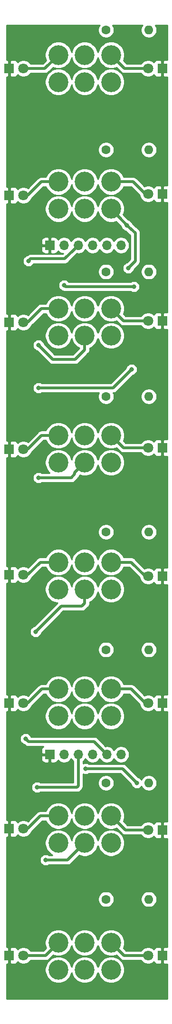
<source format=gbr>
G04 #@! TF.GenerationSoftware,KiCad,Pcbnew,(5.1.5)-3*
G04 #@! TF.CreationDate,2020-05-19T17:08:49-07:00*
G04 #@! TF.ProjectId,SM2REV1,534d3252-4556-4312-9e6b-696361645f70,rev?*
G04 #@! TF.SameCoordinates,Original*
G04 #@! TF.FileFunction,Copper,L1,Top*
G04 #@! TF.FilePolarity,Positive*
%FSLAX46Y46*%
G04 Gerber Fmt 4.6, Leading zero omitted, Abs format (unit mm)*
G04 Created by KiCad (PCBNEW (5.1.5)-3) date 2020-05-19 17:08:49*
%MOMM*%
%LPD*%
G04 APERTURE LIST*
%ADD10O,1.700000X1.700000*%
%ADD11R,1.700000X1.700000*%
%ADD12C,1.800000*%
%ADD13R,1.800000X1.800000*%
%ADD14C,1.600000*%
%ADD15O,1.600000X1.600000*%
%ADD16C,3.524001*%
%ADD17C,0.800000*%
%ADD18C,0.500000*%
%ADD19C,0.254000*%
G04 APERTURE END LIST*
D10*
X139954000Y-148590000D03*
X137414000Y-148590000D03*
X134874000Y-148590000D03*
X132334000Y-148590000D03*
X129794000Y-148590000D03*
D11*
X127254000Y-148590000D03*
D10*
X139954000Y-57912000D03*
X137414000Y-57912000D03*
X134874000Y-57912000D03*
X132334000Y-57912000D03*
X129794000Y-57912000D03*
D11*
X127254000Y-57912000D03*
D12*
X122555000Y-26416000D03*
D13*
X120015000Y-26416000D03*
X147320000Y-26416000D03*
D12*
X144780000Y-26416000D03*
D13*
X120015000Y-49022000D03*
D12*
X122555000Y-49022000D03*
X144780000Y-48768000D03*
D13*
X147320000Y-48768000D03*
D12*
X122555000Y-71628000D03*
D13*
X120015000Y-71628000D03*
X147320000Y-71374000D03*
D12*
X144780000Y-71374000D03*
D13*
X120015000Y-94234000D03*
D12*
X122555000Y-94234000D03*
X144780000Y-93980000D03*
D13*
X147320000Y-93980000D03*
D12*
X122555000Y-116586000D03*
D13*
X120015000Y-116586000D03*
X147320000Y-116840000D03*
D12*
X144780000Y-116840000D03*
D13*
X120015000Y-139446000D03*
D12*
X122555000Y-139446000D03*
X144780000Y-139446000D03*
D13*
X147320000Y-139446000D03*
D12*
X122555000Y-161798000D03*
D13*
X120015000Y-161798000D03*
X147320000Y-162052000D03*
D12*
X144780000Y-162052000D03*
D13*
X120015000Y-184404000D03*
D12*
X122555000Y-184404000D03*
X144780000Y-184404000D03*
D13*
X147320000Y-184404000D03*
D14*
X137287000Y-19558000D03*
D15*
X144907000Y-19558000D03*
X144907000Y-40894000D03*
D14*
X137287000Y-40894000D03*
X137287000Y-62611000D03*
D15*
X144907000Y-62611000D03*
X144907000Y-84836000D03*
D14*
X137287000Y-84836000D03*
X137287000Y-108966000D03*
D15*
X144907000Y-108966000D03*
X144907000Y-129921000D03*
D14*
X137287000Y-129921000D03*
X137287000Y-153670000D03*
D15*
X144907000Y-153670000D03*
X144907000Y-174371000D03*
D14*
X137287000Y-174371000D03*
D16*
X128778000Y-28829000D03*
X128778000Y-24003000D03*
X133477000Y-28829000D03*
X133477000Y-24003000D03*
X138176000Y-24003000D03*
X138176000Y-28829000D03*
X138176000Y-51416857D03*
X138176000Y-46590857D03*
X133477000Y-46590857D03*
X133477000Y-51416857D03*
X128778000Y-46590857D03*
X128778000Y-51416857D03*
X128778000Y-74004714D03*
X128778000Y-69178714D03*
X133477000Y-74004714D03*
X133477000Y-69178714D03*
X138176000Y-69178714D03*
X138176000Y-74004714D03*
X138176000Y-96592571D03*
X138176000Y-91766571D03*
X133477000Y-91766571D03*
X133477000Y-96592571D03*
X128778000Y-91766571D03*
X128778000Y-96592571D03*
X128778000Y-119180428D03*
X128778000Y-114354428D03*
X133477000Y-119180428D03*
X133477000Y-114354428D03*
X138176000Y-114354428D03*
X138176000Y-119180428D03*
X138176000Y-141768285D03*
X138176000Y-136942285D03*
X133477000Y-136942285D03*
X133477000Y-141768285D03*
X128778000Y-136942285D03*
X128778000Y-141768285D03*
X128778000Y-164356142D03*
X128778000Y-159530142D03*
X133477000Y-164356142D03*
X133477000Y-159530142D03*
X138176000Y-159530142D03*
X138176000Y-164356142D03*
X138176000Y-186944000D03*
X138176000Y-182118000D03*
X133477000Y-182118000D03*
X133477000Y-186944000D03*
X128778000Y-182118000D03*
X128778000Y-186944000D03*
D17*
X141224000Y-61976000D03*
X140970000Y-54356000D03*
X125222000Y-75692000D03*
X123444000Y-60706000D03*
X125222000Y-99314000D03*
X125222000Y-83312000D03*
X141820000Y-80010000D03*
X142240000Y-65278000D03*
X129794000Y-65024000D03*
X124714000Y-126746000D03*
X122936000Y-145796000D03*
X126492000Y-167386000D03*
X124968000Y-154432000D03*
X142748000Y-153670000D03*
X133604000Y-151130000D03*
D18*
X126365000Y-26416000D02*
X123317000Y-26416000D01*
X128778000Y-24003000D02*
X126365000Y-26416000D01*
X140589000Y-26416000D02*
X144272000Y-26416000D01*
X138176000Y-24003000D02*
X140589000Y-26416000D01*
X125748143Y-46590857D02*
X123317000Y-49022000D01*
X128778000Y-46590857D02*
X125748143Y-46590857D01*
X142094857Y-46590857D02*
X144272000Y-48768000D01*
X138176000Y-46590857D02*
X142094857Y-46590857D01*
X125766286Y-69178714D02*
X128778000Y-69178714D01*
X123317000Y-71628000D02*
X125766286Y-69178714D01*
X140371286Y-71374000D02*
X138176000Y-69178714D01*
X144272000Y-71374000D02*
X140371286Y-71374000D01*
X125784429Y-91766571D02*
X128778000Y-91766571D01*
X123317000Y-94234000D02*
X125784429Y-91766571D01*
X140389429Y-93980000D02*
X138176000Y-91766571D01*
X144272000Y-93980000D02*
X140389429Y-93980000D01*
X125548572Y-114354428D02*
X128778000Y-114354428D01*
X123317000Y-116586000D02*
X125548572Y-114354428D01*
X141786428Y-114354428D02*
X138176000Y-114354428D01*
X144272000Y-116840000D02*
X141786428Y-114354428D01*
X125820715Y-136942285D02*
X128778000Y-136942285D01*
X123317000Y-139446000D02*
X125820715Y-136942285D01*
X141768285Y-136942285D02*
X138176000Y-136942285D01*
X144272000Y-139446000D02*
X141768285Y-136942285D01*
X125584858Y-159530142D02*
X128778000Y-159530142D01*
X123317000Y-161798000D02*
X125584858Y-159530142D01*
X140697858Y-162052000D02*
X138176000Y-159530142D01*
X144272000Y-162052000D02*
X140697858Y-162052000D01*
X126492000Y-184404000D02*
X128778000Y-182118000D01*
X123317000Y-184404000D02*
X126492000Y-184404000D01*
X140462000Y-184404000D02*
X138176000Y-182118000D01*
X144272000Y-184404000D02*
X140462000Y-184404000D01*
X141224000Y-61976000D02*
X142494000Y-60706000D01*
X142494000Y-60706000D02*
X142494000Y-55734857D01*
X140970000Y-54356000D02*
X138176000Y-51416857D01*
X142494000Y-55734857D02*
X140970000Y-54356000D01*
X133477000Y-76496558D02*
X131741558Y-78232000D01*
X133477000Y-74004714D02*
X133477000Y-76496558D01*
X131741558Y-78232000D02*
X127762000Y-78232000D01*
X127762000Y-78232000D02*
X125222000Y-75692000D01*
X131484001Y-58761999D02*
X132334000Y-57912000D01*
X123843999Y-60306001D02*
X129939999Y-60306001D01*
X129939999Y-60306001D02*
X131484001Y-58761999D01*
X123444000Y-60706000D02*
X123843999Y-60306001D01*
X131715001Y-98354570D02*
X131715001Y-98662999D01*
X133477000Y-96592571D02*
X131715001Y-98354570D01*
X131715001Y-98662999D02*
X131064000Y-99314000D01*
X131064000Y-99314000D02*
X125222000Y-99314000D01*
X125222000Y-83312000D02*
X138518000Y-83312000D01*
X138518000Y-83312000D02*
X141820000Y-80010000D01*
X142240000Y-65278000D02*
X130048000Y-65278000D01*
X130048000Y-65278000D02*
X129794000Y-65024000D01*
X133477000Y-121672272D02*
X132975272Y-122174000D01*
X133477000Y-119180428D02*
X133477000Y-121672272D01*
X132975272Y-122174000D02*
X129286000Y-122174000D01*
X129286000Y-122174000D02*
X124714000Y-126746000D01*
X122936000Y-145796000D02*
X123444000Y-146304000D01*
X135128000Y-146304000D02*
X137414000Y-148590000D01*
X123444000Y-146304000D02*
X135128000Y-146304000D01*
X133477000Y-164356142D02*
X130447142Y-167386000D01*
X130447142Y-167386000D02*
X126492000Y-167386000D01*
X124968000Y-154432000D02*
X132080000Y-154432000D01*
X132334000Y-154178000D02*
X132334000Y-148590000D01*
X132080000Y-154432000D02*
X132334000Y-154178000D01*
X142748000Y-153670000D02*
X140208000Y-151130000D01*
X140208000Y-151130000D02*
X133604000Y-151130000D01*
D19*
G36*
X136015320Y-18878273D02*
G01*
X135907147Y-19139426D01*
X135852000Y-19416665D01*
X135852000Y-19699335D01*
X135907147Y-19976574D01*
X136015320Y-20237727D01*
X136172363Y-20472759D01*
X136372241Y-20672637D01*
X136607273Y-20829680D01*
X136868426Y-20937853D01*
X137145665Y-20993000D01*
X137428335Y-20993000D01*
X137705574Y-20937853D01*
X137966727Y-20829680D01*
X138201759Y-20672637D01*
X138401637Y-20472759D01*
X138558680Y-20237727D01*
X138666853Y-19976574D01*
X138722000Y-19699335D01*
X138722000Y-19416665D01*
X138666853Y-19139426D01*
X138558680Y-18878273D01*
X138435553Y-18694000D01*
X143758447Y-18694000D01*
X143635320Y-18878273D01*
X143527147Y-19139426D01*
X143472000Y-19416665D01*
X143472000Y-19699335D01*
X143527147Y-19976574D01*
X143635320Y-20237727D01*
X143792363Y-20472759D01*
X143992241Y-20672637D01*
X144227273Y-20829680D01*
X144488426Y-20937853D01*
X144765665Y-20993000D01*
X145048335Y-20993000D01*
X145325574Y-20937853D01*
X145586727Y-20829680D01*
X145821759Y-20672637D01*
X146021637Y-20472759D01*
X146178680Y-20237727D01*
X146286853Y-19976574D01*
X146342000Y-19699335D01*
X146342000Y-19416665D01*
X146286853Y-19139426D01*
X146178680Y-18878273D01*
X146055553Y-18694000D01*
X148162000Y-18694000D01*
X148162000Y-24878218D01*
X147605750Y-24881000D01*
X147447000Y-25039750D01*
X147447000Y-26289000D01*
X147467000Y-26289000D01*
X147467000Y-26543000D01*
X147447000Y-26543000D01*
X147447000Y-27792250D01*
X147605750Y-27951000D01*
X148162000Y-27953782D01*
X148162000Y-47230218D01*
X147605750Y-47233000D01*
X147447000Y-47391750D01*
X147447000Y-48641000D01*
X147467000Y-48641000D01*
X147467000Y-48895000D01*
X147447000Y-48895000D01*
X147447000Y-50144250D01*
X147605750Y-50303000D01*
X148162000Y-50305782D01*
X148162000Y-69836218D01*
X147605750Y-69839000D01*
X147447000Y-69997750D01*
X147447000Y-71247000D01*
X147467000Y-71247000D01*
X147467000Y-71501000D01*
X147447000Y-71501000D01*
X147447000Y-72750250D01*
X147605750Y-72909000D01*
X148162000Y-72911782D01*
X148162000Y-92442218D01*
X147605750Y-92445000D01*
X147447000Y-92603750D01*
X147447000Y-93853000D01*
X147467000Y-93853000D01*
X147467000Y-94107000D01*
X147447000Y-94107000D01*
X147447000Y-95356250D01*
X147605750Y-95515000D01*
X148162000Y-95517782D01*
X148162001Y-115302218D01*
X147605750Y-115305000D01*
X147447000Y-115463750D01*
X147447000Y-116713000D01*
X147467000Y-116713000D01*
X147467000Y-116967000D01*
X147447000Y-116967000D01*
X147447000Y-118216250D01*
X147605750Y-118375000D01*
X148162001Y-118377782D01*
X148162001Y-137908218D01*
X147605750Y-137911000D01*
X147447000Y-138069750D01*
X147447000Y-139319000D01*
X147467000Y-139319000D01*
X147467000Y-139573000D01*
X147447000Y-139573000D01*
X147447000Y-140822250D01*
X147605750Y-140981000D01*
X148162001Y-140983782D01*
X148162001Y-160514218D01*
X147605750Y-160517000D01*
X147447000Y-160675750D01*
X147447000Y-161925000D01*
X147467000Y-161925000D01*
X147467000Y-162179000D01*
X147447000Y-162179000D01*
X147447000Y-163428250D01*
X147605750Y-163587000D01*
X148162001Y-163589782D01*
X148162001Y-182866218D01*
X147605750Y-182869000D01*
X147447000Y-183027750D01*
X147447000Y-184277000D01*
X147467000Y-184277000D01*
X147467000Y-184531000D01*
X147447000Y-184531000D01*
X147447000Y-185780250D01*
X147605750Y-185939000D01*
X148162001Y-185941782D01*
X148162001Y-192126000D01*
X119532000Y-192126000D01*
X119532000Y-186707916D01*
X126381000Y-186707916D01*
X126381000Y-187180084D01*
X126473115Y-187643179D01*
X126653806Y-188079405D01*
X126916129Y-188471998D01*
X127250002Y-188805871D01*
X127642595Y-189068194D01*
X128078821Y-189248885D01*
X128541916Y-189341000D01*
X129014084Y-189341000D01*
X129477179Y-189248885D01*
X129913405Y-189068194D01*
X130305998Y-188805871D01*
X130639871Y-188471998D01*
X130902194Y-188079405D01*
X131082885Y-187643179D01*
X131127500Y-187418883D01*
X131172115Y-187643179D01*
X131352806Y-188079405D01*
X131615129Y-188471998D01*
X131949002Y-188805871D01*
X132341595Y-189068194D01*
X132777821Y-189248885D01*
X133240916Y-189341000D01*
X133713084Y-189341000D01*
X134176179Y-189248885D01*
X134612405Y-189068194D01*
X135004998Y-188805871D01*
X135338871Y-188471998D01*
X135601194Y-188079405D01*
X135781885Y-187643179D01*
X135826500Y-187418883D01*
X135871115Y-187643179D01*
X136051806Y-188079405D01*
X136314129Y-188471998D01*
X136648002Y-188805871D01*
X137040595Y-189068194D01*
X137476821Y-189248885D01*
X137939916Y-189341000D01*
X138412084Y-189341000D01*
X138875179Y-189248885D01*
X139311405Y-189068194D01*
X139703998Y-188805871D01*
X140037871Y-188471998D01*
X140300194Y-188079405D01*
X140480885Y-187643179D01*
X140573000Y-187180084D01*
X140573000Y-186707916D01*
X140480885Y-186244821D01*
X140300194Y-185808595D01*
X140037871Y-185416002D01*
X139703998Y-185082129D01*
X139311405Y-184819806D01*
X138875179Y-184639115D01*
X138412084Y-184547000D01*
X137939916Y-184547000D01*
X137476821Y-184639115D01*
X137040595Y-184819806D01*
X136648002Y-185082129D01*
X136314129Y-185416002D01*
X136051806Y-185808595D01*
X135871115Y-186244821D01*
X135826500Y-186469117D01*
X135781885Y-186244821D01*
X135601194Y-185808595D01*
X135338871Y-185416002D01*
X135004998Y-185082129D01*
X134612405Y-184819806D01*
X134176179Y-184639115D01*
X133713084Y-184547000D01*
X133240916Y-184547000D01*
X132777821Y-184639115D01*
X132341595Y-184819806D01*
X131949002Y-185082129D01*
X131615129Y-185416002D01*
X131352806Y-185808595D01*
X131172115Y-186244821D01*
X131127500Y-186469117D01*
X131082885Y-186244821D01*
X130902194Y-185808595D01*
X130639871Y-185416002D01*
X130305998Y-185082129D01*
X129913405Y-184819806D01*
X129477179Y-184639115D01*
X129014084Y-184547000D01*
X128541916Y-184547000D01*
X128078821Y-184639115D01*
X127642595Y-184819806D01*
X127250002Y-185082129D01*
X126916129Y-185416002D01*
X126653806Y-185808595D01*
X126473115Y-186244821D01*
X126381000Y-186707916D01*
X119532000Y-186707916D01*
X119532000Y-185939986D01*
X119729250Y-185939000D01*
X119888000Y-185780250D01*
X119888000Y-184531000D01*
X119868000Y-184531000D01*
X119868000Y-184277000D01*
X119888000Y-184277000D01*
X119888000Y-183027750D01*
X120142000Y-183027750D01*
X120142000Y-184277000D01*
X120162000Y-184277000D01*
X120162000Y-184531000D01*
X120142000Y-184531000D01*
X120142000Y-185780250D01*
X120300750Y-185939000D01*
X120915000Y-185942072D01*
X121039482Y-185929812D01*
X121159180Y-185893502D01*
X121269494Y-185834537D01*
X121366185Y-185755185D01*
X121445537Y-185658494D01*
X121504502Y-185548180D01*
X121510056Y-185529873D01*
X121576495Y-185596312D01*
X121827905Y-185764299D01*
X122107257Y-185880011D01*
X122403816Y-185939000D01*
X122706184Y-185939000D01*
X123002743Y-185880011D01*
X123282095Y-185764299D01*
X123533505Y-185596312D01*
X123747312Y-185382505D01*
X123809790Y-185289000D01*
X126448531Y-185289000D01*
X126492000Y-185293281D01*
X126535469Y-185289000D01*
X126535477Y-185289000D01*
X126665490Y-185276195D01*
X126832313Y-185225589D01*
X126986059Y-185143411D01*
X127120817Y-185032817D01*
X127148534Y-184999044D01*
X127828415Y-184319163D01*
X128078821Y-184422885D01*
X128541916Y-184515000D01*
X129014084Y-184515000D01*
X129477179Y-184422885D01*
X129913405Y-184242194D01*
X130305998Y-183979871D01*
X130639871Y-183645998D01*
X130902194Y-183253405D01*
X131082885Y-182817179D01*
X131127500Y-182592883D01*
X131172115Y-182817179D01*
X131352806Y-183253405D01*
X131615129Y-183645998D01*
X131949002Y-183979871D01*
X132341595Y-184242194D01*
X132777821Y-184422885D01*
X133240916Y-184515000D01*
X133713084Y-184515000D01*
X134176179Y-184422885D01*
X134612405Y-184242194D01*
X135004998Y-183979871D01*
X135338871Y-183645998D01*
X135601194Y-183253405D01*
X135781885Y-182817179D01*
X135826500Y-182592883D01*
X135871115Y-182817179D01*
X136051806Y-183253405D01*
X136314129Y-183645998D01*
X136648002Y-183979871D01*
X137040595Y-184242194D01*
X137476821Y-184422885D01*
X137939916Y-184515000D01*
X138412084Y-184515000D01*
X138875179Y-184422885D01*
X139125585Y-184319163D01*
X139805470Y-184999049D01*
X139833183Y-185032817D01*
X139866951Y-185060530D01*
X139866953Y-185060532D01*
X139893269Y-185082129D01*
X139967941Y-185143411D01*
X140121687Y-185225589D01*
X140288510Y-185276195D01*
X140418523Y-185289000D01*
X140418533Y-185289000D01*
X140461999Y-185293281D01*
X140505465Y-185289000D01*
X143525210Y-185289000D01*
X143587688Y-185382505D01*
X143801495Y-185596312D01*
X144052905Y-185764299D01*
X144332257Y-185880011D01*
X144628816Y-185939000D01*
X144931184Y-185939000D01*
X145227743Y-185880011D01*
X145507095Y-185764299D01*
X145758505Y-185596312D01*
X145824944Y-185529873D01*
X145830498Y-185548180D01*
X145889463Y-185658494D01*
X145968815Y-185755185D01*
X146065506Y-185834537D01*
X146175820Y-185893502D01*
X146295518Y-185929812D01*
X146420000Y-185942072D01*
X147034250Y-185939000D01*
X147193000Y-185780250D01*
X147193000Y-184531000D01*
X147173000Y-184531000D01*
X147173000Y-184277000D01*
X147193000Y-184277000D01*
X147193000Y-183027750D01*
X147034250Y-182869000D01*
X146420000Y-182865928D01*
X146295518Y-182878188D01*
X146175820Y-182914498D01*
X146065506Y-182973463D01*
X145968815Y-183052815D01*
X145889463Y-183149506D01*
X145830498Y-183259820D01*
X145824944Y-183278127D01*
X145758505Y-183211688D01*
X145507095Y-183043701D01*
X145227743Y-182927989D01*
X144931184Y-182869000D01*
X144628816Y-182869000D01*
X144332257Y-182927989D01*
X144052905Y-183043701D01*
X143801495Y-183211688D01*
X143587688Y-183425495D01*
X143525210Y-183519000D01*
X140828579Y-183519000D01*
X140377163Y-183067585D01*
X140480885Y-182817179D01*
X140573000Y-182354084D01*
X140573000Y-181881916D01*
X140480885Y-181418821D01*
X140300194Y-180982595D01*
X140037871Y-180590002D01*
X139703998Y-180256129D01*
X139311405Y-179993806D01*
X138875179Y-179813115D01*
X138412084Y-179721000D01*
X137939916Y-179721000D01*
X137476821Y-179813115D01*
X137040595Y-179993806D01*
X136648002Y-180256129D01*
X136314129Y-180590002D01*
X136051806Y-180982595D01*
X135871115Y-181418821D01*
X135826500Y-181643117D01*
X135781885Y-181418821D01*
X135601194Y-180982595D01*
X135338871Y-180590002D01*
X135004998Y-180256129D01*
X134612405Y-179993806D01*
X134176179Y-179813115D01*
X133713084Y-179721000D01*
X133240916Y-179721000D01*
X132777821Y-179813115D01*
X132341595Y-179993806D01*
X131949002Y-180256129D01*
X131615129Y-180590002D01*
X131352806Y-180982595D01*
X131172115Y-181418821D01*
X131127500Y-181643117D01*
X131082885Y-181418821D01*
X130902194Y-180982595D01*
X130639871Y-180590002D01*
X130305998Y-180256129D01*
X129913405Y-179993806D01*
X129477179Y-179813115D01*
X129014084Y-179721000D01*
X128541916Y-179721000D01*
X128078821Y-179813115D01*
X127642595Y-179993806D01*
X127250002Y-180256129D01*
X126916129Y-180590002D01*
X126653806Y-180982595D01*
X126473115Y-181418821D01*
X126381000Y-181881916D01*
X126381000Y-182354084D01*
X126473115Y-182817179D01*
X126576837Y-183067585D01*
X126125422Y-183519000D01*
X123809790Y-183519000D01*
X123747312Y-183425495D01*
X123533505Y-183211688D01*
X123282095Y-183043701D01*
X123002743Y-182927989D01*
X122706184Y-182869000D01*
X122403816Y-182869000D01*
X122107257Y-182927989D01*
X121827905Y-183043701D01*
X121576495Y-183211688D01*
X121510056Y-183278127D01*
X121504502Y-183259820D01*
X121445537Y-183149506D01*
X121366185Y-183052815D01*
X121269494Y-182973463D01*
X121159180Y-182914498D01*
X121039482Y-182878188D01*
X120915000Y-182865928D01*
X120300750Y-182869000D01*
X120142000Y-183027750D01*
X119888000Y-183027750D01*
X119729250Y-182869000D01*
X119532000Y-182868014D01*
X119532000Y-174229665D01*
X135852000Y-174229665D01*
X135852000Y-174512335D01*
X135907147Y-174789574D01*
X136015320Y-175050727D01*
X136172363Y-175285759D01*
X136372241Y-175485637D01*
X136607273Y-175642680D01*
X136868426Y-175750853D01*
X137145665Y-175806000D01*
X137428335Y-175806000D01*
X137705574Y-175750853D01*
X137966727Y-175642680D01*
X138201759Y-175485637D01*
X138401637Y-175285759D01*
X138558680Y-175050727D01*
X138666853Y-174789574D01*
X138722000Y-174512335D01*
X138722000Y-174229665D01*
X143472000Y-174229665D01*
X143472000Y-174512335D01*
X143527147Y-174789574D01*
X143635320Y-175050727D01*
X143792363Y-175285759D01*
X143992241Y-175485637D01*
X144227273Y-175642680D01*
X144488426Y-175750853D01*
X144765665Y-175806000D01*
X145048335Y-175806000D01*
X145325574Y-175750853D01*
X145586727Y-175642680D01*
X145821759Y-175485637D01*
X146021637Y-175285759D01*
X146178680Y-175050727D01*
X146286853Y-174789574D01*
X146342000Y-174512335D01*
X146342000Y-174229665D01*
X146286853Y-173952426D01*
X146178680Y-173691273D01*
X146021637Y-173456241D01*
X145821759Y-173256363D01*
X145586727Y-173099320D01*
X145325574Y-172991147D01*
X145048335Y-172936000D01*
X144765665Y-172936000D01*
X144488426Y-172991147D01*
X144227273Y-173099320D01*
X143992241Y-173256363D01*
X143792363Y-173456241D01*
X143635320Y-173691273D01*
X143527147Y-173952426D01*
X143472000Y-174229665D01*
X138722000Y-174229665D01*
X138666853Y-173952426D01*
X138558680Y-173691273D01*
X138401637Y-173456241D01*
X138201759Y-173256363D01*
X137966727Y-173099320D01*
X137705574Y-172991147D01*
X137428335Y-172936000D01*
X137145665Y-172936000D01*
X136868426Y-172991147D01*
X136607273Y-173099320D01*
X136372241Y-173256363D01*
X136172363Y-173456241D01*
X136015320Y-173691273D01*
X135907147Y-173952426D01*
X135852000Y-174229665D01*
X119532000Y-174229665D01*
X119532000Y-167284061D01*
X125457000Y-167284061D01*
X125457000Y-167487939D01*
X125496774Y-167687898D01*
X125574795Y-167876256D01*
X125688063Y-168045774D01*
X125832226Y-168189937D01*
X126001744Y-168303205D01*
X126190102Y-168381226D01*
X126390061Y-168421000D01*
X126593939Y-168421000D01*
X126793898Y-168381226D01*
X126982256Y-168303205D01*
X127030454Y-168271000D01*
X130403673Y-168271000D01*
X130447142Y-168275281D01*
X130490611Y-168271000D01*
X130490619Y-168271000D01*
X130620632Y-168258195D01*
X130787455Y-168207589D01*
X130941201Y-168125411D01*
X131075959Y-168014817D01*
X131103676Y-167981044D01*
X132527415Y-166557305D01*
X132777821Y-166661027D01*
X133240916Y-166753142D01*
X133713084Y-166753142D01*
X134176179Y-166661027D01*
X134612405Y-166480336D01*
X135004998Y-166218013D01*
X135338871Y-165884140D01*
X135601194Y-165491547D01*
X135781885Y-165055321D01*
X135826500Y-164831025D01*
X135871115Y-165055321D01*
X136051806Y-165491547D01*
X136314129Y-165884140D01*
X136648002Y-166218013D01*
X137040595Y-166480336D01*
X137476821Y-166661027D01*
X137939916Y-166753142D01*
X138412084Y-166753142D01*
X138875179Y-166661027D01*
X139311405Y-166480336D01*
X139703998Y-166218013D01*
X140037871Y-165884140D01*
X140300194Y-165491547D01*
X140480885Y-165055321D01*
X140573000Y-164592226D01*
X140573000Y-164120058D01*
X140480885Y-163656963D01*
X140300194Y-163220737D01*
X140037871Y-162828144D01*
X139703998Y-162494271D01*
X139311405Y-162231948D01*
X138875179Y-162051257D01*
X138412084Y-161959142D01*
X137939916Y-161959142D01*
X137476821Y-162051257D01*
X137040595Y-162231948D01*
X136648002Y-162494271D01*
X136314129Y-162828144D01*
X136051806Y-163220737D01*
X135871115Y-163656963D01*
X135826500Y-163881259D01*
X135781885Y-163656963D01*
X135601194Y-163220737D01*
X135338871Y-162828144D01*
X135004998Y-162494271D01*
X134612405Y-162231948D01*
X134176179Y-162051257D01*
X133713084Y-161959142D01*
X133240916Y-161959142D01*
X132777821Y-162051257D01*
X132341595Y-162231948D01*
X131949002Y-162494271D01*
X131615129Y-162828144D01*
X131352806Y-163220737D01*
X131172115Y-163656963D01*
X131127500Y-163881259D01*
X131082885Y-163656963D01*
X130902194Y-163220737D01*
X130639871Y-162828144D01*
X130305998Y-162494271D01*
X129913405Y-162231948D01*
X129477179Y-162051257D01*
X129014084Y-161959142D01*
X128541916Y-161959142D01*
X128078821Y-162051257D01*
X127642595Y-162231948D01*
X127250002Y-162494271D01*
X126916129Y-162828144D01*
X126653806Y-163220737D01*
X126473115Y-163656963D01*
X126381000Y-164120058D01*
X126381000Y-164592226D01*
X126473115Y-165055321D01*
X126653806Y-165491547D01*
X126916129Y-165884140D01*
X127250002Y-166218013D01*
X127642595Y-166480336D01*
X127692482Y-166501000D01*
X127030454Y-166501000D01*
X126982256Y-166468795D01*
X126793898Y-166390774D01*
X126593939Y-166351000D01*
X126390061Y-166351000D01*
X126190102Y-166390774D01*
X126001744Y-166468795D01*
X125832226Y-166582063D01*
X125688063Y-166726226D01*
X125574795Y-166895744D01*
X125496774Y-167084102D01*
X125457000Y-167284061D01*
X119532000Y-167284061D01*
X119532000Y-163333986D01*
X119729250Y-163333000D01*
X119888000Y-163174250D01*
X119888000Y-161925000D01*
X119868000Y-161925000D01*
X119868000Y-161671000D01*
X119888000Y-161671000D01*
X119888000Y-160421750D01*
X120142000Y-160421750D01*
X120142000Y-161671000D01*
X120162000Y-161671000D01*
X120162000Y-161925000D01*
X120142000Y-161925000D01*
X120142000Y-163174250D01*
X120300750Y-163333000D01*
X120915000Y-163336072D01*
X121039482Y-163323812D01*
X121159180Y-163287502D01*
X121269494Y-163228537D01*
X121366185Y-163149185D01*
X121445537Y-163052494D01*
X121504502Y-162942180D01*
X121510056Y-162923873D01*
X121576495Y-162990312D01*
X121827905Y-163158299D01*
X122107257Y-163274011D01*
X122403816Y-163333000D01*
X122706184Y-163333000D01*
X123002743Y-163274011D01*
X123282095Y-163158299D01*
X123533505Y-162990312D01*
X123747312Y-162776505D01*
X123915299Y-162525095D01*
X123967495Y-162399083D01*
X125951437Y-160415142D01*
X126550085Y-160415142D01*
X126653806Y-160665547D01*
X126916129Y-161058140D01*
X127250002Y-161392013D01*
X127642595Y-161654336D01*
X128078821Y-161835027D01*
X128541916Y-161927142D01*
X129014084Y-161927142D01*
X129477179Y-161835027D01*
X129913405Y-161654336D01*
X130305998Y-161392013D01*
X130639871Y-161058140D01*
X130902194Y-160665547D01*
X131082885Y-160229321D01*
X131127500Y-160005025D01*
X131172115Y-160229321D01*
X131352806Y-160665547D01*
X131615129Y-161058140D01*
X131949002Y-161392013D01*
X132341595Y-161654336D01*
X132777821Y-161835027D01*
X133240916Y-161927142D01*
X133713084Y-161927142D01*
X134176179Y-161835027D01*
X134612405Y-161654336D01*
X135004998Y-161392013D01*
X135338871Y-161058140D01*
X135601194Y-160665547D01*
X135781885Y-160229321D01*
X135826500Y-160005025D01*
X135871115Y-160229321D01*
X136051806Y-160665547D01*
X136314129Y-161058140D01*
X136648002Y-161392013D01*
X137040595Y-161654336D01*
X137476821Y-161835027D01*
X137939916Y-161927142D01*
X138412084Y-161927142D01*
X138875179Y-161835027D01*
X139125585Y-161731305D01*
X140041328Y-162647049D01*
X140069041Y-162680817D01*
X140102809Y-162708530D01*
X140102811Y-162708532D01*
X140185636Y-162776505D01*
X140203799Y-162791411D01*
X140357545Y-162873589D01*
X140524368Y-162924195D01*
X140654381Y-162937000D01*
X140654389Y-162937000D01*
X140697858Y-162941281D01*
X140741327Y-162937000D01*
X143525210Y-162937000D01*
X143587688Y-163030505D01*
X143801495Y-163244312D01*
X144052905Y-163412299D01*
X144332257Y-163528011D01*
X144628816Y-163587000D01*
X144931184Y-163587000D01*
X145227743Y-163528011D01*
X145507095Y-163412299D01*
X145758505Y-163244312D01*
X145824944Y-163177873D01*
X145830498Y-163196180D01*
X145889463Y-163306494D01*
X145968815Y-163403185D01*
X146065506Y-163482537D01*
X146175820Y-163541502D01*
X146295518Y-163577812D01*
X146420000Y-163590072D01*
X147034250Y-163587000D01*
X147193000Y-163428250D01*
X147193000Y-162179000D01*
X147173000Y-162179000D01*
X147173000Y-161925000D01*
X147193000Y-161925000D01*
X147193000Y-160675750D01*
X147034250Y-160517000D01*
X146420000Y-160513928D01*
X146295518Y-160526188D01*
X146175820Y-160562498D01*
X146065506Y-160621463D01*
X145968815Y-160700815D01*
X145889463Y-160797506D01*
X145830498Y-160907820D01*
X145824944Y-160926127D01*
X145758505Y-160859688D01*
X145507095Y-160691701D01*
X145227743Y-160575989D01*
X144931184Y-160517000D01*
X144628816Y-160517000D01*
X144332257Y-160575989D01*
X144052905Y-160691701D01*
X143801495Y-160859688D01*
X143587688Y-161073495D01*
X143525210Y-161167000D01*
X141064437Y-161167000D01*
X140377163Y-160479727D01*
X140480885Y-160229321D01*
X140573000Y-159766226D01*
X140573000Y-159294058D01*
X140480885Y-158830963D01*
X140300194Y-158394737D01*
X140037871Y-158002144D01*
X139703998Y-157668271D01*
X139311405Y-157405948D01*
X138875179Y-157225257D01*
X138412084Y-157133142D01*
X137939916Y-157133142D01*
X137476821Y-157225257D01*
X137040595Y-157405948D01*
X136648002Y-157668271D01*
X136314129Y-158002144D01*
X136051806Y-158394737D01*
X135871115Y-158830963D01*
X135826500Y-159055259D01*
X135781885Y-158830963D01*
X135601194Y-158394737D01*
X135338871Y-158002144D01*
X135004998Y-157668271D01*
X134612405Y-157405948D01*
X134176179Y-157225257D01*
X133713084Y-157133142D01*
X133240916Y-157133142D01*
X132777821Y-157225257D01*
X132341595Y-157405948D01*
X131949002Y-157668271D01*
X131615129Y-158002144D01*
X131352806Y-158394737D01*
X131172115Y-158830963D01*
X131127500Y-159055259D01*
X131082885Y-158830963D01*
X130902194Y-158394737D01*
X130639871Y-158002144D01*
X130305998Y-157668271D01*
X129913405Y-157405948D01*
X129477179Y-157225257D01*
X129014084Y-157133142D01*
X128541916Y-157133142D01*
X128078821Y-157225257D01*
X127642595Y-157405948D01*
X127250002Y-157668271D01*
X126916129Y-158002144D01*
X126653806Y-158394737D01*
X126550085Y-158645142D01*
X125628327Y-158645142D01*
X125584858Y-158640861D01*
X125541389Y-158645142D01*
X125541381Y-158645142D01*
X125411368Y-158657947D01*
X125244544Y-158708553D01*
X125090799Y-158790731D01*
X124989811Y-158873610D01*
X124989809Y-158873612D01*
X124956041Y-158901325D01*
X124928328Y-158935093D01*
X123368192Y-160495229D01*
X123282095Y-160437701D01*
X123002743Y-160321989D01*
X122706184Y-160263000D01*
X122403816Y-160263000D01*
X122107257Y-160321989D01*
X121827905Y-160437701D01*
X121576495Y-160605688D01*
X121510056Y-160672127D01*
X121504502Y-160653820D01*
X121445537Y-160543506D01*
X121366185Y-160446815D01*
X121269494Y-160367463D01*
X121159180Y-160308498D01*
X121039482Y-160272188D01*
X120915000Y-160259928D01*
X120300750Y-160263000D01*
X120142000Y-160421750D01*
X119888000Y-160421750D01*
X119729250Y-160263000D01*
X119532000Y-160262014D01*
X119532000Y-149440000D01*
X125765928Y-149440000D01*
X125778188Y-149564482D01*
X125814498Y-149684180D01*
X125873463Y-149794494D01*
X125952815Y-149891185D01*
X126049506Y-149970537D01*
X126159820Y-150029502D01*
X126279518Y-150065812D01*
X126404000Y-150078072D01*
X126968250Y-150075000D01*
X127127000Y-149916250D01*
X127127000Y-148717000D01*
X125927750Y-148717000D01*
X125769000Y-148875750D01*
X125765928Y-149440000D01*
X119532000Y-149440000D01*
X119532000Y-145694061D01*
X121901000Y-145694061D01*
X121901000Y-145897939D01*
X121940774Y-146097898D01*
X122018795Y-146286256D01*
X122132063Y-146455774D01*
X122276226Y-146599937D01*
X122445744Y-146713205D01*
X122634102Y-146791226D01*
X122690957Y-146802535D01*
X122787466Y-146899044D01*
X122815183Y-146932817D01*
X122949941Y-147043411D01*
X123103687Y-147125589D01*
X123270510Y-147176195D01*
X123400523Y-147189000D01*
X123400533Y-147189000D01*
X123443999Y-147193281D01*
X123487465Y-147189000D01*
X126087789Y-147189000D01*
X126049506Y-147209463D01*
X125952815Y-147288815D01*
X125873463Y-147385506D01*
X125814498Y-147495820D01*
X125778188Y-147615518D01*
X125765928Y-147740000D01*
X125769000Y-148304250D01*
X125927750Y-148463000D01*
X127127000Y-148463000D01*
X127127000Y-148443000D01*
X127381000Y-148443000D01*
X127381000Y-148463000D01*
X127401000Y-148463000D01*
X127401000Y-148717000D01*
X127381000Y-148717000D01*
X127381000Y-149916250D01*
X127539750Y-150075000D01*
X128104000Y-150078072D01*
X128228482Y-150065812D01*
X128348180Y-150029502D01*
X128458494Y-149970537D01*
X128555185Y-149891185D01*
X128634537Y-149794494D01*
X128693502Y-149684180D01*
X128715513Y-149611620D01*
X128847368Y-149743475D01*
X129090589Y-149905990D01*
X129360842Y-150017932D01*
X129647740Y-150075000D01*
X129940260Y-150075000D01*
X130227158Y-150017932D01*
X130497411Y-149905990D01*
X130740632Y-149743475D01*
X130947475Y-149536632D01*
X131064000Y-149362240D01*
X131180525Y-149536632D01*
X131387368Y-149743475D01*
X131449001Y-149784657D01*
X131449000Y-153547000D01*
X125506454Y-153547000D01*
X125458256Y-153514795D01*
X125269898Y-153436774D01*
X125069939Y-153397000D01*
X124866061Y-153397000D01*
X124666102Y-153436774D01*
X124477744Y-153514795D01*
X124308226Y-153628063D01*
X124164063Y-153772226D01*
X124050795Y-153941744D01*
X123972774Y-154130102D01*
X123933000Y-154330061D01*
X123933000Y-154533939D01*
X123972774Y-154733898D01*
X124050795Y-154922256D01*
X124164063Y-155091774D01*
X124308226Y-155235937D01*
X124477744Y-155349205D01*
X124666102Y-155427226D01*
X124866061Y-155467000D01*
X125069939Y-155467000D01*
X125269898Y-155427226D01*
X125458256Y-155349205D01*
X125506454Y-155317000D01*
X132036531Y-155317000D01*
X132080000Y-155321281D01*
X132123469Y-155317000D01*
X132123477Y-155317000D01*
X132253490Y-155304195D01*
X132420313Y-155253589D01*
X132574059Y-155171411D01*
X132708817Y-155060817D01*
X132736534Y-155027044D01*
X132929045Y-154834533D01*
X132962817Y-154806817D01*
X133073411Y-154672059D01*
X133155589Y-154518313D01*
X133206195Y-154351490D01*
X133219000Y-154221477D01*
X133219000Y-154221467D01*
X133223281Y-154178001D01*
X133219000Y-154134535D01*
X133219000Y-153528665D01*
X135852000Y-153528665D01*
X135852000Y-153811335D01*
X135907147Y-154088574D01*
X136015320Y-154349727D01*
X136172363Y-154584759D01*
X136372241Y-154784637D01*
X136607273Y-154941680D01*
X136868426Y-155049853D01*
X137145665Y-155105000D01*
X137428335Y-155105000D01*
X137705574Y-155049853D01*
X137966727Y-154941680D01*
X138201759Y-154784637D01*
X138401637Y-154584759D01*
X138558680Y-154349727D01*
X138666853Y-154088574D01*
X138722000Y-153811335D01*
X138722000Y-153528665D01*
X138666853Y-153251426D01*
X138558680Y-152990273D01*
X138401637Y-152755241D01*
X138201759Y-152555363D01*
X137966727Y-152398320D01*
X137705574Y-152290147D01*
X137428335Y-152235000D01*
X137145665Y-152235000D01*
X136868426Y-152290147D01*
X136607273Y-152398320D01*
X136372241Y-152555363D01*
X136172363Y-152755241D01*
X136015320Y-152990273D01*
X135907147Y-153251426D01*
X135852000Y-153528665D01*
X133219000Y-153528665D01*
X133219000Y-152090804D01*
X133302102Y-152125226D01*
X133502061Y-152165000D01*
X133705939Y-152165000D01*
X133905898Y-152125226D01*
X134094256Y-152047205D01*
X134142454Y-152015000D01*
X139841422Y-152015000D01*
X141741465Y-153915044D01*
X141752774Y-153971898D01*
X141830795Y-154160256D01*
X141944063Y-154329774D01*
X142088226Y-154473937D01*
X142257744Y-154587205D01*
X142446102Y-154665226D01*
X142646061Y-154705000D01*
X142849939Y-154705000D01*
X143049898Y-154665226D01*
X143238256Y-154587205D01*
X143407774Y-154473937D01*
X143551937Y-154329774D01*
X143598309Y-154260374D01*
X143635320Y-154349727D01*
X143792363Y-154584759D01*
X143992241Y-154784637D01*
X144227273Y-154941680D01*
X144488426Y-155049853D01*
X144765665Y-155105000D01*
X145048335Y-155105000D01*
X145325574Y-155049853D01*
X145586727Y-154941680D01*
X145821759Y-154784637D01*
X146021637Y-154584759D01*
X146178680Y-154349727D01*
X146286853Y-154088574D01*
X146342000Y-153811335D01*
X146342000Y-153528665D01*
X146286853Y-153251426D01*
X146178680Y-152990273D01*
X146021637Y-152755241D01*
X145821759Y-152555363D01*
X145586727Y-152398320D01*
X145325574Y-152290147D01*
X145048335Y-152235000D01*
X144765665Y-152235000D01*
X144488426Y-152290147D01*
X144227273Y-152398320D01*
X143992241Y-152555363D01*
X143792363Y-152755241D01*
X143635320Y-152990273D01*
X143598309Y-153079626D01*
X143551937Y-153010226D01*
X143407774Y-152866063D01*
X143238256Y-152752795D01*
X143049898Y-152674774D01*
X142993044Y-152663465D01*
X140864534Y-150534956D01*
X140836817Y-150501183D01*
X140702059Y-150390589D01*
X140548313Y-150308411D01*
X140381490Y-150257805D01*
X140251477Y-150245000D01*
X140251469Y-150245000D01*
X140208000Y-150240719D01*
X140164531Y-150245000D01*
X134142454Y-150245000D01*
X134094256Y-150212795D01*
X133905898Y-150134774D01*
X133705939Y-150095000D01*
X133502061Y-150095000D01*
X133302102Y-150134774D01*
X133219000Y-150169196D01*
X133219000Y-149784656D01*
X133280632Y-149743475D01*
X133487475Y-149536632D01*
X133604000Y-149362240D01*
X133720525Y-149536632D01*
X133927368Y-149743475D01*
X134170589Y-149905990D01*
X134440842Y-150017932D01*
X134727740Y-150075000D01*
X135020260Y-150075000D01*
X135307158Y-150017932D01*
X135577411Y-149905990D01*
X135820632Y-149743475D01*
X136027475Y-149536632D01*
X136144000Y-149362240D01*
X136260525Y-149536632D01*
X136467368Y-149743475D01*
X136710589Y-149905990D01*
X136980842Y-150017932D01*
X137267740Y-150075000D01*
X137560260Y-150075000D01*
X137847158Y-150017932D01*
X138117411Y-149905990D01*
X138360632Y-149743475D01*
X138567475Y-149536632D01*
X138684000Y-149362240D01*
X138800525Y-149536632D01*
X139007368Y-149743475D01*
X139250589Y-149905990D01*
X139520842Y-150017932D01*
X139807740Y-150075000D01*
X140100260Y-150075000D01*
X140387158Y-150017932D01*
X140657411Y-149905990D01*
X140900632Y-149743475D01*
X141107475Y-149536632D01*
X141269990Y-149293411D01*
X141381932Y-149023158D01*
X141439000Y-148736260D01*
X141439000Y-148443740D01*
X141381932Y-148156842D01*
X141269990Y-147886589D01*
X141107475Y-147643368D01*
X140900632Y-147436525D01*
X140657411Y-147274010D01*
X140387158Y-147162068D01*
X140100260Y-147105000D01*
X139807740Y-147105000D01*
X139520842Y-147162068D01*
X139250589Y-147274010D01*
X139007368Y-147436525D01*
X138800525Y-147643368D01*
X138684000Y-147817760D01*
X138567475Y-147643368D01*
X138360632Y-147436525D01*
X138117411Y-147274010D01*
X137847158Y-147162068D01*
X137560260Y-147105000D01*
X137267740Y-147105000D01*
X137195040Y-147119461D01*
X135784532Y-145708954D01*
X135756817Y-145675183D01*
X135622059Y-145564589D01*
X135468313Y-145482411D01*
X135301490Y-145431805D01*
X135171477Y-145419000D01*
X135171469Y-145419000D01*
X135128000Y-145414719D01*
X135084531Y-145419000D01*
X123900118Y-145419000D01*
X123853205Y-145305744D01*
X123739937Y-145136226D01*
X123595774Y-144992063D01*
X123426256Y-144878795D01*
X123237898Y-144800774D01*
X123037939Y-144761000D01*
X122834061Y-144761000D01*
X122634102Y-144800774D01*
X122445744Y-144878795D01*
X122276226Y-144992063D01*
X122132063Y-145136226D01*
X122018795Y-145305744D01*
X121940774Y-145494102D01*
X121901000Y-145694061D01*
X119532000Y-145694061D01*
X119532000Y-141532201D01*
X126381000Y-141532201D01*
X126381000Y-142004369D01*
X126473115Y-142467464D01*
X126653806Y-142903690D01*
X126916129Y-143296283D01*
X127250002Y-143630156D01*
X127642595Y-143892479D01*
X128078821Y-144073170D01*
X128541916Y-144165285D01*
X129014084Y-144165285D01*
X129477179Y-144073170D01*
X129913405Y-143892479D01*
X130305998Y-143630156D01*
X130639871Y-143296283D01*
X130902194Y-142903690D01*
X131082885Y-142467464D01*
X131127500Y-142243168D01*
X131172115Y-142467464D01*
X131352806Y-142903690D01*
X131615129Y-143296283D01*
X131949002Y-143630156D01*
X132341595Y-143892479D01*
X132777821Y-144073170D01*
X133240916Y-144165285D01*
X133713084Y-144165285D01*
X134176179Y-144073170D01*
X134612405Y-143892479D01*
X135004998Y-143630156D01*
X135338871Y-143296283D01*
X135601194Y-142903690D01*
X135781885Y-142467464D01*
X135826500Y-142243168D01*
X135871115Y-142467464D01*
X136051806Y-142903690D01*
X136314129Y-143296283D01*
X136648002Y-143630156D01*
X137040595Y-143892479D01*
X137476821Y-144073170D01*
X137939916Y-144165285D01*
X138412084Y-144165285D01*
X138875179Y-144073170D01*
X139311405Y-143892479D01*
X139703998Y-143630156D01*
X140037871Y-143296283D01*
X140300194Y-142903690D01*
X140480885Y-142467464D01*
X140573000Y-142004369D01*
X140573000Y-141532201D01*
X140480885Y-141069106D01*
X140300194Y-140632880D01*
X140037871Y-140240287D01*
X139703998Y-139906414D01*
X139311405Y-139644091D01*
X138875179Y-139463400D01*
X138412084Y-139371285D01*
X137939916Y-139371285D01*
X137476821Y-139463400D01*
X137040595Y-139644091D01*
X136648002Y-139906414D01*
X136314129Y-140240287D01*
X136051806Y-140632880D01*
X135871115Y-141069106D01*
X135826500Y-141293402D01*
X135781885Y-141069106D01*
X135601194Y-140632880D01*
X135338871Y-140240287D01*
X135004998Y-139906414D01*
X134612405Y-139644091D01*
X134176179Y-139463400D01*
X133713084Y-139371285D01*
X133240916Y-139371285D01*
X132777821Y-139463400D01*
X132341595Y-139644091D01*
X131949002Y-139906414D01*
X131615129Y-140240287D01*
X131352806Y-140632880D01*
X131172115Y-141069106D01*
X131127500Y-141293402D01*
X131082885Y-141069106D01*
X130902194Y-140632880D01*
X130639871Y-140240287D01*
X130305998Y-139906414D01*
X129913405Y-139644091D01*
X129477179Y-139463400D01*
X129014084Y-139371285D01*
X128541916Y-139371285D01*
X128078821Y-139463400D01*
X127642595Y-139644091D01*
X127250002Y-139906414D01*
X126916129Y-140240287D01*
X126653806Y-140632880D01*
X126473115Y-141069106D01*
X126381000Y-141532201D01*
X119532000Y-141532201D01*
X119532000Y-140981986D01*
X119729250Y-140981000D01*
X119888000Y-140822250D01*
X119888000Y-139573000D01*
X119868000Y-139573000D01*
X119868000Y-139319000D01*
X119888000Y-139319000D01*
X119888000Y-138069750D01*
X120142000Y-138069750D01*
X120142000Y-139319000D01*
X120162000Y-139319000D01*
X120162000Y-139573000D01*
X120142000Y-139573000D01*
X120142000Y-140822250D01*
X120300750Y-140981000D01*
X120915000Y-140984072D01*
X121039482Y-140971812D01*
X121159180Y-140935502D01*
X121269494Y-140876537D01*
X121366185Y-140797185D01*
X121445537Y-140700494D01*
X121504502Y-140590180D01*
X121510056Y-140571873D01*
X121576495Y-140638312D01*
X121827905Y-140806299D01*
X122107257Y-140922011D01*
X122403816Y-140981000D01*
X122706184Y-140981000D01*
X123002743Y-140922011D01*
X123282095Y-140806299D01*
X123533505Y-140638312D01*
X123747312Y-140424505D01*
X123915299Y-140173095D01*
X123967495Y-140047083D01*
X126187294Y-137827285D01*
X126550085Y-137827285D01*
X126653806Y-138077690D01*
X126916129Y-138470283D01*
X127250002Y-138804156D01*
X127642595Y-139066479D01*
X128078821Y-139247170D01*
X128541916Y-139339285D01*
X129014084Y-139339285D01*
X129477179Y-139247170D01*
X129913405Y-139066479D01*
X130305998Y-138804156D01*
X130639871Y-138470283D01*
X130902194Y-138077690D01*
X131082885Y-137641464D01*
X131127500Y-137417168D01*
X131172115Y-137641464D01*
X131352806Y-138077690D01*
X131615129Y-138470283D01*
X131949002Y-138804156D01*
X132341595Y-139066479D01*
X132777821Y-139247170D01*
X133240916Y-139339285D01*
X133713084Y-139339285D01*
X134176179Y-139247170D01*
X134612405Y-139066479D01*
X135004998Y-138804156D01*
X135338871Y-138470283D01*
X135601194Y-138077690D01*
X135781885Y-137641464D01*
X135826500Y-137417168D01*
X135871115Y-137641464D01*
X136051806Y-138077690D01*
X136314129Y-138470283D01*
X136648002Y-138804156D01*
X137040595Y-139066479D01*
X137476821Y-139247170D01*
X137939916Y-139339285D01*
X138412084Y-139339285D01*
X138875179Y-139247170D01*
X139311405Y-139066479D01*
X139703998Y-138804156D01*
X140037871Y-138470283D01*
X140300194Y-138077690D01*
X140403915Y-137827285D01*
X141401707Y-137827285D01*
X143263224Y-139688803D01*
X143303989Y-139893743D01*
X143419701Y-140173095D01*
X143587688Y-140424505D01*
X143801495Y-140638312D01*
X144052905Y-140806299D01*
X144332257Y-140922011D01*
X144628816Y-140981000D01*
X144931184Y-140981000D01*
X145227743Y-140922011D01*
X145507095Y-140806299D01*
X145758505Y-140638312D01*
X145824944Y-140571873D01*
X145830498Y-140590180D01*
X145889463Y-140700494D01*
X145968815Y-140797185D01*
X146065506Y-140876537D01*
X146175820Y-140935502D01*
X146295518Y-140971812D01*
X146420000Y-140984072D01*
X147034250Y-140981000D01*
X147193000Y-140822250D01*
X147193000Y-139573000D01*
X147173000Y-139573000D01*
X147173000Y-139319000D01*
X147193000Y-139319000D01*
X147193000Y-138069750D01*
X147034250Y-137911000D01*
X146420000Y-137907928D01*
X146295518Y-137920188D01*
X146175820Y-137956498D01*
X146065506Y-138015463D01*
X145968815Y-138094815D01*
X145889463Y-138191506D01*
X145830498Y-138301820D01*
X145824944Y-138320127D01*
X145758505Y-138253688D01*
X145507095Y-138085701D01*
X145227743Y-137969989D01*
X144931184Y-137911000D01*
X144628816Y-137911000D01*
X144332257Y-137969989D01*
X144130952Y-138053373D01*
X142424819Y-136347241D01*
X142397102Y-136313468D01*
X142262344Y-136202874D01*
X142108598Y-136120696D01*
X141941775Y-136070090D01*
X141811762Y-136057285D01*
X141811754Y-136057285D01*
X141768285Y-136053004D01*
X141724816Y-136057285D01*
X140403915Y-136057285D01*
X140300194Y-135806880D01*
X140037871Y-135414287D01*
X139703998Y-135080414D01*
X139311405Y-134818091D01*
X138875179Y-134637400D01*
X138412084Y-134545285D01*
X137939916Y-134545285D01*
X137476821Y-134637400D01*
X137040595Y-134818091D01*
X136648002Y-135080414D01*
X136314129Y-135414287D01*
X136051806Y-135806880D01*
X135871115Y-136243106D01*
X135826500Y-136467402D01*
X135781885Y-136243106D01*
X135601194Y-135806880D01*
X135338871Y-135414287D01*
X135004998Y-135080414D01*
X134612405Y-134818091D01*
X134176179Y-134637400D01*
X133713084Y-134545285D01*
X133240916Y-134545285D01*
X132777821Y-134637400D01*
X132341595Y-134818091D01*
X131949002Y-135080414D01*
X131615129Y-135414287D01*
X131352806Y-135806880D01*
X131172115Y-136243106D01*
X131127500Y-136467402D01*
X131082885Y-136243106D01*
X130902194Y-135806880D01*
X130639871Y-135414287D01*
X130305998Y-135080414D01*
X129913405Y-134818091D01*
X129477179Y-134637400D01*
X129014084Y-134545285D01*
X128541916Y-134545285D01*
X128078821Y-134637400D01*
X127642595Y-134818091D01*
X127250002Y-135080414D01*
X126916129Y-135414287D01*
X126653806Y-135806880D01*
X126550085Y-136057285D01*
X125864184Y-136057285D01*
X125820715Y-136053004D01*
X125777246Y-136057285D01*
X125777238Y-136057285D01*
X125647225Y-136070090D01*
X125480402Y-136120696D01*
X125326656Y-136202874D01*
X125225668Y-136285753D01*
X125225666Y-136285755D01*
X125191898Y-136313468D01*
X125164185Y-136347236D01*
X123368192Y-138143229D01*
X123282095Y-138085701D01*
X123002743Y-137969989D01*
X122706184Y-137911000D01*
X122403816Y-137911000D01*
X122107257Y-137969989D01*
X121827905Y-138085701D01*
X121576495Y-138253688D01*
X121510056Y-138320127D01*
X121504502Y-138301820D01*
X121445537Y-138191506D01*
X121366185Y-138094815D01*
X121269494Y-138015463D01*
X121159180Y-137956498D01*
X121039482Y-137920188D01*
X120915000Y-137907928D01*
X120300750Y-137911000D01*
X120142000Y-138069750D01*
X119888000Y-138069750D01*
X119729250Y-137911000D01*
X119532000Y-137910014D01*
X119532000Y-129779665D01*
X135852000Y-129779665D01*
X135852000Y-130062335D01*
X135907147Y-130339574D01*
X136015320Y-130600727D01*
X136172363Y-130835759D01*
X136372241Y-131035637D01*
X136607273Y-131192680D01*
X136868426Y-131300853D01*
X137145665Y-131356000D01*
X137428335Y-131356000D01*
X137705574Y-131300853D01*
X137966727Y-131192680D01*
X138201759Y-131035637D01*
X138401637Y-130835759D01*
X138558680Y-130600727D01*
X138666853Y-130339574D01*
X138722000Y-130062335D01*
X138722000Y-129779665D01*
X143472000Y-129779665D01*
X143472000Y-130062335D01*
X143527147Y-130339574D01*
X143635320Y-130600727D01*
X143792363Y-130835759D01*
X143992241Y-131035637D01*
X144227273Y-131192680D01*
X144488426Y-131300853D01*
X144765665Y-131356000D01*
X145048335Y-131356000D01*
X145325574Y-131300853D01*
X145586727Y-131192680D01*
X145821759Y-131035637D01*
X146021637Y-130835759D01*
X146178680Y-130600727D01*
X146286853Y-130339574D01*
X146342000Y-130062335D01*
X146342000Y-129779665D01*
X146286853Y-129502426D01*
X146178680Y-129241273D01*
X146021637Y-129006241D01*
X145821759Y-128806363D01*
X145586727Y-128649320D01*
X145325574Y-128541147D01*
X145048335Y-128486000D01*
X144765665Y-128486000D01*
X144488426Y-128541147D01*
X144227273Y-128649320D01*
X143992241Y-128806363D01*
X143792363Y-129006241D01*
X143635320Y-129241273D01*
X143527147Y-129502426D01*
X143472000Y-129779665D01*
X138722000Y-129779665D01*
X138666853Y-129502426D01*
X138558680Y-129241273D01*
X138401637Y-129006241D01*
X138201759Y-128806363D01*
X137966727Y-128649320D01*
X137705574Y-128541147D01*
X137428335Y-128486000D01*
X137145665Y-128486000D01*
X136868426Y-128541147D01*
X136607273Y-128649320D01*
X136372241Y-128806363D01*
X136172363Y-129006241D01*
X136015320Y-129241273D01*
X135907147Y-129502426D01*
X135852000Y-129779665D01*
X119532000Y-129779665D01*
X119532000Y-126644061D01*
X123679000Y-126644061D01*
X123679000Y-126847939D01*
X123718774Y-127047898D01*
X123796795Y-127236256D01*
X123910063Y-127405774D01*
X124054226Y-127549937D01*
X124223744Y-127663205D01*
X124412102Y-127741226D01*
X124612061Y-127781000D01*
X124815939Y-127781000D01*
X125015898Y-127741226D01*
X125204256Y-127663205D01*
X125373774Y-127549937D01*
X125517937Y-127405774D01*
X125631205Y-127236256D01*
X125709226Y-127047898D01*
X125720535Y-126991043D01*
X129652579Y-123059000D01*
X132931803Y-123059000D01*
X132975272Y-123063281D01*
X133018741Y-123059000D01*
X133018749Y-123059000D01*
X133148762Y-123046195D01*
X133315585Y-122995589D01*
X133469331Y-122913411D01*
X133604089Y-122802817D01*
X133631806Y-122769044D01*
X134072044Y-122328806D01*
X134105817Y-122301089D01*
X134216411Y-122166331D01*
X134298589Y-122012586D01*
X134349195Y-121845762D01*
X134350384Y-121833687D01*
X134362000Y-121715749D01*
X134362000Y-121715741D01*
X134366281Y-121672272D01*
X134362000Y-121628803D01*
X134362000Y-121408343D01*
X134612405Y-121304622D01*
X135004998Y-121042299D01*
X135338871Y-120708426D01*
X135601194Y-120315833D01*
X135781885Y-119879607D01*
X135826500Y-119655311D01*
X135871115Y-119879607D01*
X136051806Y-120315833D01*
X136314129Y-120708426D01*
X136648002Y-121042299D01*
X137040595Y-121304622D01*
X137476821Y-121485313D01*
X137939916Y-121577428D01*
X138412084Y-121577428D01*
X138875179Y-121485313D01*
X139311405Y-121304622D01*
X139703998Y-121042299D01*
X140037871Y-120708426D01*
X140300194Y-120315833D01*
X140480885Y-119879607D01*
X140573000Y-119416512D01*
X140573000Y-118944344D01*
X140480885Y-118481249D01*
X140300194Y-118045023D01*
X140037871Y-117652430D01*
X139703998Y-117318557D01*
X139311405Y-117056234D01*
X138875179Y-116875543D01*
X138412084Y-116783428D01*
X137939916Y-116783428D01*
X137476821Y-116875543D01*
X137040595Y-117056234D01*
X136648002Y-117318557D01*
X136314129Y-117652430D01*
X136051806Y-118045023D01*
X135871115Y-118481249D01*
X135826500Y-118705545D01*
X135781885Y-118481249D01*
X135601194Y-118045023D01*
X135338871Y-117652430D01*
X135004998Y-117318557D01*
X134612405Y-117056234D01*
X134176179Y-116875543D01*
X133713084Y-116783428D01*
X133240916Y-116783428D01*
X132777821Y-116875543D01*
X132341595Y-117056234D01*
X131949002Y-117318557D01*
X131615129Y-117652430D01*
X131352806Y-118045023D01*
X131172115Y-118481249D01*
X131127500Y-118705545D01*
X131082885Y-118481249D01*
X130902194Y-118045023D01*
X130639871Y-117652430D01*
X130305998Y-117318557D01*
X129913405Y-117056234D01*
X129477179Y-116875543D01*
X129014084Y-116783428D01*
X128541916Y-116783428D01*
X128078821Y-116875543D01*
X127642595Y-117056234D01*
X127250002Y-117318557D01*
X126916129Y-117652430D01*
X126653806Y-118045023D01*
X126473115Y-118481249D01*
X126381000Y-118944344D01*
X126381000Y-119416512D01*
X126473115Y-119879607D01*
X126653806Y-120315833D01*
X126916129Y-120708426D01*
X127250002Y-121042299D01*
X127642595Y-121304622D01*
X128078821Y-121485313D01*
X128541916Y-121577428D01*
X128630720Y-121577428D01*
X128629470Y-121578951D01*
X124468957Y-125739465D01*
X124412102Y-125750774D01*
X124223744Y-125828795D01*
X124054226Y-125942063D01*
X123910063Y-126086226D01*
X123796795Y-126255744D01*
X123718774Y-126444102D01*
X123679000Y-126644061D01*
X119532000Y-126644061D01*
X119532000Y-118121986D01*
X119729250Y-118121000D01*
X119888000Y-117962250D01*
X119888000Y-116713000D01*
X119868000Y-116713000D01*
X119868000Y-116459000D01*
X119888000Y-116459000D01*
X119888000Y-115209750D01*
X120142000Y-115209750D01*
X120142000Y-116459000D01*
X120162000Y-116459000D01*
X120162000Y-116713000D01*
X120142000Y-116713000D01*
X120142000Y-117962250D01*
X120300750Y-118121000D01*
X120915000Y-118124072D01*
X121039482Y-118111812D01*
X121159180Y-118075502D01*
X121269494Y-118016537D01*
X121366185Y-117937185D01*
X121445537Y-117840494D01*
X121504502Y-117730180D01*
X121510056Y-117711873D01*
X121576495Y-117778312D01*
X121827905Y-117946299D01*
X122107257Y-118062011D01*
X122403816Y-118121000D01*
X122706184Y-118121000D01*
X123002743Y-118062011D01*
X123282095Y-117946299D01*
X123533505Y-117778312D01*
X123747312Y-117564505D01*
X123915299Y-117313095D01*
X123967495Y-117187083D01*
X125915151Y-115239428D01*
X126550085Y-115239428D01*
X126653806Y-115489833D01*
X126916129Y-115882426D01*
X127250002Y-116216299D01*
X127642595Y-116478622D01*
X128078821Y-116659313D01*
X128541916Y-116751428D01*
X129014084Y-116751428D01*
X129477179Y-116659313D01*
X129913405Y-116478622D01*
X130305998Y-116216299D01*
X130639871Y-115882426D01*
X130902194Y-115489833D01*
X131082885Y-115053607D01*
X131127500Y-114829311D01*
X131172115Y-115053607D01*
X131352806Y-115489833D01*
X131615129Y-115882426D01*
X131949002Y-116216299D01*
X132341595Y-116478622D01*
X132777821Y-116659313D01*
X133240916Y-116751428D01*
X133713084Y-116751428D01*
X134176179Y-116659313D01*
X134612405Y-116478622D01*
X135004998Y-116216299D01*
X135338871Y-115882426D01*
X135601194Y-115489833D01*
X135781885Y-115053607D01*
X135826500Y-114829311D01*
X135871115Y-115053607D01*
X136051806Y-115489833D01*
X136314129Y-115882426D01*
X136648002Y-116216299D01*
X137040595Y-116478622D01*
X137476821Y-116659313D01*
X137939916Y-116751428D01*
X138412084Y-116751428D01*
X138875179Y-116659313D01*
X139311405Y-116478622D01*
X139703998Y-116216299D01*
X140037871Y-115882426D01*
X140300194Y-115489833D01*
X140403915Y-115239428D01*
X141419850Y-115239428D01*
X143263224Y-117082803D01*
X143303989Y-117287743D01*
X143419701Y-117567095D01*
X143587688Y-117818505D01*
X143801495Y-118032312D01*
X144052905Y-118200299D01*
X144332257Y-118316011D01*
X144628816Y-118375000D01*
X144931184Y-118375000D01*
X145227743Y-118316011D01*
X145507095Y-118200299D01*
X145758505Y-118032312D01*
X145824944Y-117965873D01*
X145830498Y-117984180D01*
X145889463Y-118094494D01*
X145968815Y-118191185D01*
X146065506Y-118270537D01*
X146175820Y-118329502D01*
X146295518Y-118365812D01*
X146420000Y-118378072D01*
X147034250Y-118375000D01*
X147193000Y-118216250D01*
X147193000Y-116967000D01*
X147173000Y-116967000D01*
X147173000Y-116713000D01*
X147193000Y-116713000D01*
X147193000Y-115463750D01*
X147034250Y-115305000D01*
X146420000Y-115301928D01*
X146295518Y-115314188D01*
X146175820Y-115350498D01*
X146065506Y-115409463D01*
X145968815Y-115488815D01*
X145889463Y-115585506D01*
X145830498Y-115695820D01*
X145824944Y-115714127D01*
X145758505Y-115647688D01*
X145507095Y-115479701D01*
X145227743Y-115363989D01*
X144931184Y-115305000D01*
X144628816Y-115305000D01*
X144332257Y-115363989D01*
X144130952Y-115447373D01*
X142442962Y-113759384D01*
X142415245Y-113725611D01*
X142280487Y-113615017D01*
X142126741Y-113532839D01*
X141959918Y-113482233D01*
X141829905Y-113469428D01*
X141829897Y-113469428D01*
X141786428Y-113465147D01*
X141742959Y-113469428D01*
X140403915Y-113469428D01*
X140300194Y-113219023D01*
X140037871Y-112826430D01*
X139703998Y-112492557D01*
X139311405Y-112230234D01*
X138875179Y-112049543D01*
X138412084Y-111957428D01*
X137939916Y-111957428D01*
X137476821Y-112049543D01*
X137040595Y-112230234D01*
X136648002Y-112492557D01*
X136314129Y-112826430D01*
X136051806Y-113219023D01*
X135871115Y-113655249D01*
X135826500Y-113879545D01*
X135781885Y-113655249D01*
X135601194Y-113219023D01*
X135338871Y-112826430D01*
X135004998Y-112492557D01*
X134612405Y-112230234D01*
X134176179Y-112049543D01*
X133713084Y-111957428D01*
X133240916Y-111957428D01*
X132777821Y-112049543D01*
X132341595Y-112230234D01*
X131949002Y-112492557D01*
X131615129Y-112826430D01*
X131352806Y-113219023D01*
X131172115Y-113655249D01*
X131127500Y-113879545D01*
X131082885Y-113655249D01*
X130902194Y-113219023D01*
X130639871Y-112826430D01*
X130305998Y-112492557D01*
X129913405Y-112230234D01*
X129477179Y-112049543D01*
X129014084Y-111957428D01*
X128541916Y-111957428D01*
X128078821Y-112049543D01*
X127642595Y-112230234D01*
X127250002Y-112492557D01*
X126916129Y-112826430D01*
X126653806Y-113219023D01*
X126550085Y-113469428D01*
X125592037Y-113469428D01*
X125548571Y-113465147D01*
X125505105Y-113469428D01*
X125505095Y-113469428D01*
X125375082Y-113482233D01*
X125208259Y-113532839D01*
X125054513Y-113615017D01*
X125054511Y-113615018D01*
X125054512Y-113615018D01*
X124953525Y-113697896D01*
X124953523Y-113697898D01*
X124919755Y-113725611D01*
X124892042Y-113759379D01*
X123368192Y-115283229D01*
X123282095Y-115225701D01*
X123002743Y-115109989D01*
X122706184Y-115051000D01*
X122403816Y-115051000D01*
X122107257Y-115109989D01*
X121827905Y-115225701D01*
X121576495Y-115393688D01*
X121510056Y-115460127D01*
X121504502Y-115441820D01*
X121445537Y-115331506D01*
X121366185Y-115234815D01*
X121269494Y-115155463D01*
X121159180Y-115096498D01*
X121039482Y-115060188D01*
X120915000Y-115047928D01*
X120300750Y-115051000D01*
X120142000Y-115209750D01*
X119888000Y-115209750D01*
X119729250Y-115051000D01*
X119532000Y-115050014D01*
X119532000Y-108824665D01*
X135852000Y-108824665D01*
X135852000Y-109107335D01*
X135907147Y-109384574D01*
X136015320Y-109645727D01*
X136172363Y-109880759D01*
X136372241Y-110080637D01*
X136607273Y-110237680D01*
X136868426Y-110345853D01*
X137145665Y-110401000D01*
X137428335Y-110401000D01*
X137705574Y-110345853D01*
X137966727Y-110237680D01*
X138201759Y-110080637D01*
X138401637Y-109880759D01*
X138558680Y-109645727D01*
X138666853Y-109384574D01*
X138722000Y-109107335D01*
X138722000Y-108824665D01*
X143472000Y-108824665D01*
X143472000Y-109107335D01*
X143527147Y-109384574D01*
X143635320Y-109645727D01*
X143792363Y-109880759D01*
X143992241Y-110080637D01*
X144227273Y-110237680D01*
X144488426Y-110345853D01*
X144765665Y-110401000D01*
X145048335Y-110401000D01*
X145325574Y-110345853D01*
X145586727Y-110237680D01*
X145821759Y-110080637D01*
X146021637Y-109880759D01*
X146178680Y-109645727D01*
X146286853Y-109384574D01*
X146342000Y-109107335D01*
X146342000Y-108824665D01*
X146286853Y-108547426D01*
X146178680Y-108286273D01*
X146021637Y-108051241D01*
X145821759Y-107851363D01*
X145586727Y-107694320D01*
X145325574Y-107586147D01*
X145048335Y-107531000D01*
X144765665Y-107531000D01*
X144488426Y-107586147D01*
X144227273Y-107694320D01*
X143992241Y-107851363D01*
X143792363Y-108051241D01*
X143635320Y-108286273D01*
X143527147Y-108547426D01*
X143472000Y-108824665D01*
X138722000Y-108824665D01*
X138666853Y-108547426D01*
X138558680Y-108286273D01*
X138401637Y-108051241D01*
X138201759Y-107851363D01*
X137966727Y-107694320D01*
X137705574Y-107586147D01*
X137428335Y-107531000D01*
X137145665Y-107531000D01*
X136868426Y-107586147D01*
X136607273Y-107694320D01*
X136372241Y-107851363D01*
X136172363Y-108051241D01*
X136015320Y-108286273D01*
X135907147Y-108547426D01*
X135852000Y-108824665D01*
X119532000Y-108824665D01*
X119532000Y-99212061D01*
X124187000Y-99212061D01*
X124187000Y-99415939D01*
X124226774Y-99615898D01*
X124304795Y-99804256D01*
X124418063Y-99973774D01*
X124562226Y-100117937D01*
X124731744Y-100231205D01*
X124920102Y-100309226D01*
X125120061Y-100349000D01*
X125323939Y-100349000D01*
X125523898Y-100309226D01*
X125712256Y-100231205D01*
X125760454Y-100199000D01*
X131020531Y-100199000D01*
X131064000Y-100203281D01*
X131107469Y-100199000D01*
X131107477Y-100199000D01*
X131237490Y-100186195D01*
X131404313Y-100135589D01*
X131558059Y-100053411D01*
X131692817Y-99942817D01*
X131720534Y-99909044D01*
X132310050Y-99319529D01*
X132343818Y-99291816D01*
X132383183Y-99243851D01*
X132454411Y-99157059D01*
X132463257Y-99140510D01*
X132536590Y-99003312D01*
X132587196Y-98836488D01*
X132588899Y-98819202D01*
X132777821Y-98897456D01*
X133240916Y-98989571D01*
X133713084Y-98989571D01*
X134176179Y-98897456D01*
X134612405Y-98716765D01*
X135004998Y-98454442D01*
X135338871Y-98120569D01*
X135601194Y-97727976D01*
X135781885Y-97291750D01*
X135826500Y-97067454D01*
X135871115Y-97291750D01*
X136051806Y-97727976D01*
X136314129Y-98120569D01*
X136648002Y-98454442D01*
X137040595Y-98716765D01*
X137476821Y-98897456D01*
X137939916Y-98989571D01*
X138412084Y-98989571D01*
X138875179Y-98897456D01*
X139311405Y-98716765D01*
X139703998Y-98454442D01*
X140037871Y-98120569D01*
X140300194Y-97727976D01*
X140480885Y-97291750D01*
X140573000Y-96828655D01*
X140573000Y-96356487D01*
X140480885Y-95893392D01*
X140300194Y-95457166D01*
X140037871Y-95064573D01*
X139703998Y-94730700D01*
X139311405Y-94468377D01*
X138875179Y-94287686D01*
X138412084Y-94195571D01*
X137939916Y-94195571D01*
X137476821Y-94287686D01*
X137040595Y-94468377D01*
X136648002Y-94730700D01*
X136314129Y-95064573D01*
X136051806Y-95457166D01*
X135871115Y-95893392D01*
X135826500Y-96117688D01*
X135781885Y-95893392D01*
X135601194Y-95457166D01*
X135338871Y-95064573D01*
X135004998Y-94730700D01*
X134612405Y-94468377D01*
X134176179Y-94287686D01*
X133713084Y-94195571D01*
X133240916Y-94195571D01*
X132777821Y-94287686D01*
X132341595Y-94468377D01*
X131949002Y-94730700D01*
X131615129Y-95064573D01*
X131352806Y-95457166D01*
X131172115Y-95893392D01*
X131127500Y-96117688D01*
X131082885Y-95893392D01*
X130902194Y-95457166D01*
X130639871Y-95064573D01*
X130305998Y-94730700D01*
X129913405Y-94468377D01*
X129477179Y-94287686D01*
X129014084Y-94195571D01*
X128541916Y-94195571D01*
X128078821Y-94287686D01*
X127642595Y-94468377D01*
X127250002Y-94730700D01*
X126916129Y-95064573D01*
X126653806Y-95457166D01*
X126473115Y-95893392D01*
X126381000Y-96356487D01*
X126381000Y-96828655D01*
X126473115Y-97291750D01*
X126653806Y-97727976D01*
X126916129Y-98120569D01*
X127224560Y-98429000D01*
X125760454Y-98429000D01*
X125712256Y-98396795D01*
X125523898Y-98318774D01*
X125323939Y-98279000D01*
X125120061Y-98279000D01*
X124920102Y-98318774D01*
X124731744Y-98396795D01*
X124562226Y-98510063D01*
X124418063Y-98654226D01*
X124304795Y-98823744D01*
X124226774Y-99012102D01*
X124187000Y-99212061D01*
X119532000Y-99212061D01*
X119532000Y-95769986D01*
X119729250Y-95769000D01*
X119888000Y-95610250D01*
X119888000Y-94361000D01*
X119868000Y-94361000D01*
X119868000Y-94107000D01*
X119888000Y-94107000D01*
X119888000Y-92857750D01*
X120142000Y-92857750D01*
X120142000Y-94107000D01*
X120162000Y-94107000D01*
X120162000Y-94361000D01*
X120142000Y-94361000D01*
X120142000Y-95610250D01*
X120300750Y-95769000D01*
X120915000Y-95772072D01*
X121039482Y-95759812D01*
X121159180Y-95723502D01*
X121269494Y-95664537D01*
X121366185Y-95585185D01*
X121445537Y-95488494D01*
X121504502Y-95378180D01*
X121510056Y-95359873D01*
X121576495Y-95426312D01*
X121827905Y-95594299D01*
X122107257Y-95710011D01*
X122403816Y-95769000D01*
X122706184Y-95769000D01*
X123002743Y-95710011D01*
X123282095Y-95594299D01*
X123533505Y-95426312D01*
X123747312Y-95212505D01*
X123915299Y-94961095D01*
X123967495Y-94835083D01*
X126151008Y-92651571D01*
X126550085Y-92651571D01*
X126653806Y-92901976D01*
X126916129Y-93294569D01*
X127250002Y-93628442D01*
X127642595Y-93890765D01*
X128078821Y-94071456D01*
X128541916Y-94163571D01*
X129014084Y-94163571D01*
X129477179Y-94071456D01*
X129913405Y-93890765D01*
X130305998Y-93628442D01*
X130639871Y-93294569D01*
X130902194Y-92901976D01*
X131082885Y-92465750D01*
X131127500Y-92241454D01*
X131172115Y-92465750D01*
X131352806Y-92901976D01*
X131615129Y-93294569D01*
X131949002Y-93628442D01*
X132341595Y-93890765D01*
X132777821Y-94071456D01*
X133240916Y-94163571D01*
X133713084Y-94163571D01*
X134176179Y-94071456D01*
X134612405Y-93890765D01*
X135004998Y-93628442D01*
X135338871Y-93294569D01*
X135601194Y-92901976D01*
X135781885Y-92465750D01*
X135826500Y-92241454D01*
X135871115Y-92465750D01*
X136051806Y-92901976D01*
X136314129Y-93294569D01*
X136648002Y-93628442D01*
X137040595Y-93890765D01*
X137476821Y-94071456D01*
X137939916Y-94163571D01*
X138412084Y-94163571D01*
X138875179Y-94071456D01*
X139125585Y-93967734D01*
X139732899Y-94575049D01*
X139760612Y-94608817D01*
X139794380Y-94636530D01*
X139794382Y-94636532D01*
X139849472Y-94681743D01*
X139895370Y-94719411D01*
X140049116Y-94801589D01*
X140215939Y-94852195D01*
X140345952Y-94865000D01*
X140345962Y-94865000D01*
X140389428Y-94869281D01*
X140432894Y-94865000D01*
X143525210Y-94865000D01*
X143587688Y-94958505D01*
X143801495Y-95172312D01*
X144052905Y-95340299D01*
X144332257Y-95456011D01*
X144628816Y-95515000D01*
X144931184Y-95515000D01*
X145227743Y-95456011D01*
X145507095Y-95340299D01*
X145758505Y-95172312D01*
X145824944Y-95105873D01*
X145830498Y-95124180D01*
X145889463Y-95234494D01*
X145968815Y-95331185D01*
X146065506Y-95410537D01*
X146175820Y-95469502D01*
X146295518Y-95505812D01*
X146420000Y-95518072D01*
X147034250Y-95515000D01*
X147193000Y-95356250D01*
X147193000Y-94107000D01*
X147173000Y-94107000D01*
X147173000Y-93853000D01*
X147193000Y-93853000D01*
X147193000Y-92603750D01*
X147034250Y-92445000D01*
X146420000Y-92441928D01*
X146295518Y-92454188D01*
X146175820Y-92490498D01*
X146065506Y-92549463D01*
X145968815Y-92628815D01*
X145889463Y-92725506D01*
X145830498Y-92835820D01*
X145824944Y-92854127D01*
X145758505Y-92787688D01*
X145507095Y-92619701D01*
X145227743Y-92503989D01*
X144931184Y-92445000D01*
X144628816Y-92445000D01*
X144332257Y-92503989D01*
X144052905Y-92619701D01*
X143801495Y-92787688D01*
X143587688Y-93001495D01*
X143525210Y-93095000D01*
X140756008Y-93095000D01*
X140377163Y-92716156D01*
X140480885Y-92465750D01*
X140573000Y-92002655D01*
X140573000Y-91530487D01*
X140480885Y-91067392D01*
X140300194Y-90631166D01*
X140037871Y-90238573D01*
X139703998Y-89904700D01*
X139311405Y-89642377D01*
X138875179Y-89461686D01*
X138412084Y-89369571D01*
X137939916Y-89369571D01*
X137476821Y-89461686D01*
X137040595Y-89642377D01*
X136648002Y-89904700D01*
X136314129Y-90238573D01*
X136051806Y-90631166D01*
X135871115Y-91067392D01*
X135826500Y-91291688D01*
X135781885Y-91067392D01*
X135601194Y-90631166D01*
X135338871Y-90238573D01*
X135004998Y-89904700D01*
X134612405Y-89642377D01*
X134176179Y-89461686D01*
X133713084Y-89369571D01*
X133240916Y-89369571D01*
X132777821Y-89461686D01*
X132341595Y-89642377D01*
X131949002Y-89904700D01*
X131615129Y-90238573D01*
X131352806Y-90631166D01*
X131172115Y-91067392D01*
X131127500Y-91291688D01*
X131082885Y-91067392D01*
X130902194Y-90631166D01*
X130639871Y-90238573D01*
X130305998Y-89904700D01*
X129913405Y-89642377D01*
X129477179Y-89461686D01*
X129014084Y-89369571D01*
X128541916Y-89369571D01*
X128078821Y-89461686D01*
X127642595Y-89642377D01*
X127250002Y-89904700D01*
X126916129Y-90238573D01*
X126653806Y-90631166D01*
X126550085Y-90881571D01*
X125827898Y-90881571D01*
X125784429Y-90877290D01*
X125740960Y-90881571D01*
X125740952Y-90881571D01*
X125610939Y-90894376D01*
X125444115Y-90944982D01*
X125290370Y-91027160D01*
X125189382Y-91110039D01*
X125189380Y-91110041D01*
X125155612Y-91137754D01*
X125127899Y-91171522D01*
X123368192Y-92931229D01*
X123282095Y-92873701D01*
X123002743Y-92757989D01*
X122706184Y-92699000D01*
X122403816Y-92699000D01*
X122107257Y-92757989D01*
X121827905Y-92873701D01*
X121576495Y-93041688D01*
X121510056Y-93108127D01*
X121504502Y-93089820D01*
X121445537Y-92979506D01*
X121366185Y-92882815D01*
X121269494Y-92803463D01*
X121159180Y-92744498D01*
X121039482Y-92708188D01*
X120915000Y-92695928D01*
X120300750Y-92699000D01*
X120142000Y-92857750D01*
X119888000Y-92857750D01*
X119729250Y-92699000D01*
X119532000Y-92698014D01*
X119532000Y-83210061D01*
X124187000Y-83210061D01*
X124187000Y-83413939D01*
X124226774Y-83613898D01*
X124304795Y-83802256D01*
X124418063Y-83971774D01*
X124562226Y-84115937D01*
X124731744Y-84229205D01*
X124920102Y-84307226D01*
X125120061Y-84347000D01*
X125323939Y-84347000D01*
X125523898Y-84307226D01*
X125712256Y-84229205D01*
X125760454Y-84197000D01*
X135998450Y-84197000D01*
X135907147Y-84417426D01*
X135852000Y-84694665D01*
X135852000Y-84977335D01*
X135907147Y-85254574D01*
X136015320Y-85515727D01*
X136172363Y-85750759D01*
X136372241Y-85950637D01*
X136607273Y-86107680D01*
X136868426Y-86215853D01*
X137145665Y-86271000D01*
X137428335Y-86271000D01*
X137705574Y-86215853D01*
X137966727Y-86107680D01*
X138201759Y-85950637D01*
X138401637Y-85750759D01*
X138558680Y-85515727D01*
X138666853Y-85254574D01*
X138722000Y-84977335D01*
X138722000Y-84694665D01*
X143472000Y-84694665D01*
X143472000Y-84977335D01*
X143527147Y-85254574D01*
X143635320Y-85515727D01*
X143792363Y-85750759D01*
X143992241Y-85950637D01*
X144227273Y-86107680D01*
X144488426Y-86215853D01*
X144765665Y-86271000D01*
X145048335Y-86271000D01*
X145325574Y-86215853D01*
X145586727Y-86107680D01*
X145821759Y-85950637D01*
X146021637Y-85750759D01*
X146178680Y-85515727D01*
X146286853Y-85254574D01*
X146342000Y-84977335D01*
X146342000Y-84694665D01*
X146286853Y-84417426D01*
X146178680Y-84156273D01*
X146021637Y-83921241D01*
X145821759Y-83721363D01*
X145586727Y-83564320D01*
X145325574Y-83456147D01*
X145048335Y-83401000D01*
X144765665Y-83401000D01*
X144488426Y-83456147D01*
X144227273Y-83564320D01*
X143992241Y-83721363D01*
X143792363Y-83921241D01*
X143635320Y-84156273D01*
X143527147Y-84417426D01*
X143472000Y-84694665D01*
X138722000Y-84694665D01*
X138666853Y-84417426D01*
X138574998Y-84195668D01*
X138691490Y-84184195D01*
X138858313Y-84133589D01*
X139012059Y-84051411D01*
X139146817Y-83940817D01*
X139174534Y-83907044D01*
X142065044Y-81016535D01*
X142121898Y-81005226D01*
X142310256Y-80927205D01*
X142479774Y-80813937D01*
X142623937Y-80669774D01*
X142737205Y-80500256D01*
X142815226Y-80311898D01*
X142855000Y-80111939D01*
X142855000Y-79908061D01*
X142815226Y-79708102D01*
X142737205Y-79519744D01*
X142623937Y-79350226D01*
X142479774Y-79206063D01*
X142310256Y-79092795D01*
X142121898Y-79014774D01*
X141921939Y-78975000D01*
X141718061Y-78975000D01*
X141518102Y-79014774D01*
X141329744Y-79092795D01*
X141160226Y-79206063D01*
X141016063Y-79350226D01*
X140902795Y-79519744D01*
X140824774Y-79708102D01*
X140813465Y-79764956D01*
X138151422Y-82427000D01*
X125760454Y-82427000D01*
X125712256Y-82394795D01*
X125523898Y-82316774D01*
X125323939Y-82277000D01*
X125120061Y-82277000D01*
X124920102Y-82316774D01*
X124731744Y-82394795D01*
X124562226Y-82508063D01*
X124418063Y-82652226D01*
X124304795Y-82821744D01*
X124226774Y-83010102D01*
X124187000Y-83210061D01*
X119532000Y-83210061D01*
X119532000Y-75590061D01*
X124187000Y-75590061D01*
X124187000Y-75793939D01*
X124226774Y-75993898D01*
X124304795Y-76182256D01*
X124418063Y-76351774D01*
X124562226Y-76495937D01*
X124731744Y-76609205D01*
X124920102Y-76687226D01*
X124976957Y-76698535D01*
X127105470Y-78827049D01*
X127133183Y-78860817D01*
X127166951Y-78888530D01*
X127166953Y-78888532D01*
X127238452Y-78947210D01*
X127267941Y-78971411D01*
X127421687Y-79053589D01*
X127588510Y-79104195D01*
X127718523Y-79117000D01*
X127718533Y-79117000D01*
X127761999Y-79121281D01*
X127805465Y-79117000D01*
X131698089Y-79117000D01*
X131741558Y-79121281D01*
X131785027Y-79117000D01*
X131785035Y-79117000D01*
X131915048Y-79104195D01*
X132081871Y-79053589D01*
X132235617Y-78971411D01*
X132370375Y-78860817D01*
X132398092Y-78827044D01*
X134072049Y-77153088D01*
X134105817Y-77125375D01*
X134216411Y-76990617D01*
X134298589Y-76836872D01*
X134349195Y-76670048D01*
X134355187Y-76609205D01*
X134362000Y-76540035D01*
X134362000Y-76540027D01*
X134366281Y-76496558D01*
X134362000Y-76453089D01*
X134362000Y-76232629D01*
X134612405Y-76128908D01*
X135004998Y-75866585D01*
X135338871Y-75532712D01*
X135601194Y-75140119D01*
X135781885Y-74703893D01*
X135826500Y-74479597D01*
X135871115Y-74703893D01*
X136051806Y-75140119D01*
X136314129Y-75532712D01*
X136648002Y-75866585D01*
X137040595Y-76128908D01*
X137476821Y-76309599D01*
X137939916Y-76401714D01*
X138412084Y-76401714D01*
X138875179Y-76309599D01*
X139311405Y-76128908D01*
X139703998Y-75866585D01*
X140037871Y-75532712D01*
X140300194Y-75140119D01*
X140480885Y-74703893D01*
X140573000Y-74240798D01*
X140573000Y-73768630D01*
X140480885Y-73305535D01*
X140300194Y-72869309D01*
X140037871Y-72476716D01*
X139703998Y-72142843D01*
X139311405Y-71880520D01*
X138875179Y-71699829D01*
X138412084Y-71607714D01*
X137939916Y-71607714D01*
X137476821Y-71699829D01*
X137040595Y-71880520D01*
X136648002Y-72142843D01*
X136314129Y-72476716D01*
X136051806Y-72869309D01*
X135871115Y-73305535D01*
X135826500Y-73529831D01*
X135781885Y-73305535D01*
X135601194Y-72869309D01*
X135338871Y-72476716D01*
X135004998Y-72142843D01*
X134612405Y-71880520D01*
X134176179Y-71699829D01*
X133713084Y-71607714D01*
X133240916Y-71607714D01*
X132777821Y-71699829D01*
X132341595Y-71880520D01*
X131949002Y-72142843D01*
X131615129Y-72476716D01*
X131352806Y-72869309D01*
X131172115Y-73305535D01*
X131127500Y-73529831D01*
X131082885Y-73305535D01*
X130902194Y-72869309D01*
X130639871Y-72476716D01*
X130305998Y-72142843D01*
X129913405Y-71880520D01*
X129477179Y-71699829D01*
X129014084Y-71607714D01*
X128541916Y-71607714D01*
X128078821Y-71699829D01*
X127642595Y-71880520D01*
X127250002Y-72142843D01*
X126916129Y-72476716D01*
X126653806Y-72869309D01*
X126473115Y-73305535D01*
X126381000Y-73768630D01*
X126381000Y-74240798D01*
X126473115Y-74703893D01*
X126653806Y-75140119D01*
X126916129Y-75532712D01*
X127250002Y-75866585D01*
X127642595Y-76128908D01*
X128078821Y-76309599D01*
X128541916Y-76401714D01*
X129014084Y-76401714D01*
X129477179Y-76309599D01*
X129913405Y-76128908D01*
X130305998Y-75866585D01*
X130639871Y-75532712D01*
X130902194Y-75140119D01*
X131082885Y-74703893D01*
X131127500Y-74479597D01*
X131172115Y-74703893D01*
X131352806Y-75140119D01*
X131615129Y-75532712D01*
X131949002Y-75866585D01*
X132341595Y-76128908D01*
X132519415Y-76202564D01*
X131374980Y-77347000D01*
X128128579Y-77347000D01*
X126228535Y-75446957D01*
X126217226Y-75390102D01*
X126139205Y-75201744D01*
X126025937Y-75032226D01*
X125881774Y-74888063D01*
X125712256Y-74774795D01*
X125523898Y-74696774D01*
X125323939Y-74657000D01*
X125120061Y-74657000D01*
X124920102Y-74696774D01*
X124731744Y-74774795D01*
X124562226Y-74888063D01*
X124418063Y-75032226D01*
X124304795Y-75201744D01*
X124226774Y-75390102D01*
X124187000Y-75590061D01*
X119532000Y-75590061D01*
X119532000Y-73163986D01*
X119729250Y-73163000D01*
X119888000Y-73004250D01*
X119888000Y-71755000D01*
X119868000Y-71755000D01*
X119868000Y-71501000D01*
X119888000Y-71501000D01*
X119888000Y-70251750D01*
X120142000Y-70251750D01*
X120142000Y-71501000D01*
X120162000Y-71501000D01*
X120162000Y-71755000D01*
X120142000Y-71755000D01*
X120142000Y-73004250D01*
X120300750Y-73163000D01*
X120915000Y-73166072D01*
X121039482Y-73153812D01*
X121159180Y-73117502D01*
X121269494Y-73058537D01*
X121366185Y-72979185D01*
X121445537Y-72882494D01*
X121504502Y-72772180D01*
X121510056Y-72753873D01*
X121576495Y-72820312D01*
X121827905Y-72988299D01*
X122107257Y-73104011D01*
X122403816Y-73163000D01*
X122706184Y-73163000D01*
X123002743Y-73104011D01*
X123282095Y-72988299D01*
X123533505Y-72820312D01*
X123747312Y-72606505D01*
X123915299Y-72355095D01*
X123967495Y-72229083D01*
X126132865Y-70063714D01*
X126550085Y-70063714D01*
X126653806Y-70314119D01*
X126916129Y-70706712D01*
X127250002Y-71040585D01*
X127642595Y-71302908D01*
X128078821Y-71483599D01*
X128541916Y-71575714D01*
X129014084Y-71575714D01*
X129477179Y-71483599D01*
X129913405Y-71302908D01*
X130305998Y-71040585D01*
X130639871Y-70706712D01*
X130902194Y-70314119D01*
X131082885Y-69877893D01*
X131127500Y-69653597D01*
X131172115Y-69877893D01*
X131352806Y-70314119D01*
X131615129Y-70706712D01*
X131949002Y-71040585D01*
X132341595Y-71302908D01*
X132777821Y-71483599D01*
X133240916Y-71575714D01*
X133713084Y-71575714D01*
X134176179Y-71483599D01*
X134612405Y-71302908D01*
X135004998Y-71040585D01*
X135338871Y-70706712D01*
X135601194Y-70314119D01*
X135781885Y-69877893D01*
X135826500Y-69653597D01*
X135871115Y-69877893D01*
X136051806Y-70314119D01*
X136314129Y-70706712D01*
X136648002Y-71040585D01*
X137040595Y-71302908D01*
X137476821Y-71483599D01*
X137939916Y-71575714D01*
X138412084Y-71575714D01*
X138875179Y-71483599D01*
X139125585Y-71379877D01*
X139714756Y-71969049D01*
X139742469Y-72002817D01*
X139776237Y-72030530D01*
X139776239Y-72030532D01*
X139831329Y-72075743D01*
X139877227Y-72113411D01*
X140030973Y-72195589D01*
X140197796Y-72246195D01*
X140327809Y-72259000D01*
X140327819Y-72259000D01*
X140371285Y-72263281D01*
X140414751Y-72259000D01*
X143525210Y-72259000D01*
X143587688Y-72352505D01*
X143801495Y-72566312D01*
X144052905Y-72734299D01*
X144332257Y-72850011D01*
X144628816Y-72909000D01*
X144931184Y-72909000D01*
X145227743Y-72850011D01*
X145507095Y-72734299D01*
X145758505Y-72566312D01*
X145824944Y-72499873D01*
X145830498Y-72518180D01*
X145889463Y-72628494D01*
X145968815Y-72725185D01*
X146065506Y-72804537D01*
X146175820Y-72863502D01*
X146295518Y-72899812D01*
X146420000Y-72912072D01*
X147034250Y-72909000D01*
X147193000Y-72750250D01*
X147193000Y-71501000D01*
X147173000Y-71501000D01*
X147173000Y-71247000D01*
X147193000Y-71247000D01*
X147193000Y-69997750D01*
X147034250Y-69839000D01*
X146420000Y-69835928D01*
X146295518Y-69848188D01*
X146175820Y-69884498D01*
X146065506Y-69943463D01*
X145968815Y-70022815D01*
X145889463Y-70119506D01*
X145830498Y-70229820D01*
X145824944Y-70248127D01*
X145758505Y-70181688D01*
X145507095Y-70013701D01*
X145227743Y-69897989D01*
X144931184Y-69839000D01*
X144628816Y-69839000D01*
X144332257Y-69897989D01*
X144052905Y-70013701D01*
X143801495Y-70181688D01*
X143587688Y-70395495D01*
X143525210Y-70489000D01*
X140737865Y-70489000D01*
X140377163Y-70128299D01*
X140480885Y-69877893D01*
X140573000Y-69414798D01*
X140573000Y-68942630D01*
X140480885Y-68479535D01*
X140300194Y-68043309D01*
X140037871Y-67650716D01*
X139703998Y-67316843D01*
X139311405Y-67054520D01*
X138875179Y-66873829D01*
X138412084Y-66781714D01*
X137939916Y-66781714D01*
X137476821Y-66873829D01*
X137040595Y-67054520D01*
X136648002Y-67316843D01*
X136314129Y-67650716D01*
X136051806Y-68043309D01*
X135871115Y-68479535D01*
X135826500Y-68703831D01*
X135781885Y-68479535D01*
X135601194Y-68043309D01*
X135338871Y-67650716D01*
X135004998Y-67316843D01*
X134612405Y-67054520D01*
X134176179Y-66873829D01*
X133713084Y-66781714D01*
X133240916Y-66781714D01*
X132777821Y-66873829D01*
X132341595Y-67054520D01*
X131949002Y-67316843D01*
X131615129Y-67650716D01*
X131352806Y-68043309D01*
X131172115Y-68479535D01*
X131127500Y-68703831D01*
X131082885Y-68479535D01*
X130902194Y-68043309D01*
X130639871Y-67650716D01*
X130305998Y-67316843D01*
X129913405Y-67054520D01*
X129477179Y-66873829D01*
X129014084Y-66781714D01*
X128541916Y-66781714D01*
X128078821Y-66873829D01*
X127642595Y-67054520D01*
X127250002Y-67316843D01*
X126916129Y-67650716D01*
X126653806Y-68043309D01*
X126550085Y-68293714D01*
X125809751Y-68293714D01*
X125766285Y-68289433D01*
X125722819Y-68293714D01*
X125722809Y-68293714D01*
X125592796Y-68306519D01*
X125425973Y-68357125D01*
X125272227Y-68439303D01*
X125272225Y-68439304D01*
X125272226Y-68439304D01*
X125171239Y-68522182D01*
X125171237Y-68522184D01*
X125137469Y-68549897D01*
X125109756Y-68583665D01*
X123368192Y-70325229D01*
X123282095Y-70267701D01*
X123002743Y-70151989D01*
X122706184Y-70093000D01*
X122403816Y-70093000D01*
X122107257Y-70151989D01*
X121827905Y-70267701D01*
X121576495Y-70435688D01*
X121510056Y-70502127D01*
X121504502Y-70483820D01*
X121445537Y-70373506D01*
X121366185Y-70276815D01*
X121269494Y-70197463D01*
X121159180Y-70138498D01*
X121039482Y-70102188D01*
X120915000Y-70089928D01*
X120300750Y-70093000D01*
X120142000Y-70251750D01*
X119888000Y-70251750D01*
X119729250Y-70093000D01*
X119532000Y-70092014D01*
X119532000Y-64922061D01*
X128759000Y-64922061D01*
X128759000Y-65125939D01*
X128798774Y-65325898D01*
X128876795Y-65514256D01*
X128990063Y-65683774D01*
X129134226Y-65827937D01*
X129303744Y-65941205D01*
X129492102Y-66019226D01*
X129596002Y-66039893D01*
X129707687Y-66099589D01*
X129874510Y-66150195D01*
X130004523Y-66163000D01*
X130004533Y-66163000D01*
X130047999Y-66167281D01*
X130091465Y-66163000D01*
X141701546Y-66163000D01*
X141749744Y-66195205D01*
X141938102Y-66273226D01*
X142138061Y-66313000D01*
X142341939Y-66313000D01*
X142541898Y-66273226D01*
X142730256Y-66195205D01*
X142899774Y-66081937D01*
X143043937Y-65937774D01*
X143157205Y-65768256D01*
X143235226Y-65579898D01*
X143275000Y-65379939D01*
X143275000Y-65176061D01*
X143235226Y-64976102D01*
X143157205Y-64787744D01*
X143043937Y-64618226D01*
X142899774Y-64474063D01*
X142730256Y-64360795D01*
X142541898Y-64282774D01*
X142341939Y-64243000D01*
X142138061Y-64243000D01*
X141938102Y-64282774D01*
X141749744Y-64360795D01*
X141701546Y-64393000D01*
X130617163Y-64393000D01*
X130597937Y-64364226D01*
X130453774Y-64220063D01*
X130284256Y-64106795D01*
X130095898Y-64028774D01*
X129895939Y-63989000D01*
X129692061Y-63989000D01*
X129492102Y-64028774D01*
X129303744Y-64106795D01*
X129134226Y-64220063D01*
X128990063Y-64364226D01*
X128876795Y-64533744D01*
X128798774Y-64722102D01*
X128759000Y-64922061D01*
X119532000Y-64922061D01*
X119532000Y-62469665D01*
X135852000Y-62469665D01*
X135852000Y-62752335D01*
X135907147Y-63029574D01*
X136015320Y-63290727D01*
X136172363Y-63525759D01*
X136372241Y-63725637D01*
X136607273Y-63882680D01*
X136868426Y-63990853D01*
X137145665Y-64046000D01*
X137428335Y-64046000D01*
X137705574Y-63990853D01*
X137966727Y-63882680D01*
X138201759Y-63725637D01*
X138401637Y-63525759D01*
X138558680Y-63290727D01*
X138666853Y-63029574D01*
X138722000Y-62752335D01*
X138722000Y-62469665D01*
X138666853Y-62192426D01*
X138558680Y-61931273D01*
X138401637Y-61696241D01*
X138201759Y-61496363D01*
X137966727Y-61339320D01*
X137705574Y-61231147D01*
X137428335Y-61176000D01*
X137145665Y-61176000D01*
X136868426Y-61231147D01*
X136607273Y-61339320D01*
X136372241Y-61496363D01*
X136172363Y-61696241D01*
X136015320Y-61931273D01*
X135907147Y-62192426D01*
X135852000Y-62469665D01*
X119532000Y-62469665D01*
X119532000Y-60604061D01*
X122409000Y-60604061D01*
X122409000Y-60807939D01*
X122448774Y-61007898D01*
X122526795Y-61196256D01*
X122640063Y-61365774D01*
X122784226Y-61509937D01*
X122953744Y-61623205D01*
X123142102Y-61701226D01*
X123342061Y-61741000D01*
X123545939Y-61741000D01*
X123745898Y-61701226D01*
X123934256Y-61623205D01*
X124103774Y-61509937D01*
X124247937Y-61365774D01*
X124361205Y-61196256D01*
X124363382Y-61191001D01*
X129896530Y-61191001D01*
X129939999Y-61195282D01*
X129983468Y-61191001D01*
X129983476Y-61191001D01*
X130113489Y-61178196D01*
X130280312Y-61127590D01*
X130434058Y-61045412D01*
X130568816Y-60934818D01*
X130596533Y-60901045D01*
X132115040Y-59382539D01*
X132187740Y-59397000D01*
X132480260Y-59397000D01*
X132767158Y-59339932D01*
X133037411Y-59227990D01*
X133280632Y-59065475D01*
X133487475Y-58858632D01*
X133604000Y-58684240D01*
X133720525Y-58858632D01*
X133927368Y-59065475D01*
X134170589Y-59227990D01*
X134440842Y-59339932D01*
X134727740Y-59397000D01*
X135020260Y-59397000D01*
X135307158Y-59339932D01*
X135577411Y-59227990D01*
X135820632Y-59065475D01*
X136027475Y-58858632D01*
X136144000Y-58684240D01*
X136260525Y-58858632D01*
X136467368Y-59065475D01*
X136710589Y-59227990D01*
X136980842Y-59339932D01*
X137267740Y-59397000D01*
X137560260Y-59397000D01*
X137847158Y-59339932D01*
X138117411Y-59227990D01*
X138360632Y-59065475D01*
X138567475Y-58858632D01*
X138684000Y-58684240D01*
X138800525Y-58858632D01*
X139007368Y-59065475D01*
X139250589Y-59227990D01*
X139520842Y-59339932D01*
X139807740Y-59397000D01*
X140100260Y-59397000D01*
X140387158Y-59339932D01*
X140657411Y-59227990D01*
X140900632Y-59065475D01*
X141107475Y-58858632D01*
X141269990Y-58615411D01*
X141381932Y-58345158D01*
X141439000Y-58058260D01*
X141439000Y-57765740D01*
X141381932Y-57478842D01*
X141269990Y-57208589D01*
X141107475Y-56965368D01*
X140900632Y-56758525D01*
X140657411Y-56596010D01*
X140387158Y-56484068D01*
X140100260Y-56427000D01*
X139807740Y-56427000D01*
X139520842Y-56484068D01*
X139250589Y-56596010D01*
X139007368Y-56758525D01*
X138800525Y-56965368D01*
X138684000Y-57139760D01*
X138567475Y-56965368D01*
X138360632Y-56758525D01*
X138117411Y-56596010D01*
X137847158Y-56484068D01*
X137560260Y-56427000D01*
X137267740Y-56427000D01*
X136980842Y-56484068D01*
X136710589Y-56596010D01*
X136467368Y-56758525D01*
X136260525Y-56965368D01*
X136144000Y-57139760D01*
X136027475Y-56965368D01*
X135820632Y-56758525D01*
X135577411Y-56596010D01*
X135307158Y-56484068D01*
X135020260Y-56427000D01*
X134727740Y-56427000D01*
X134440842Y-56484068D01*
X134170589Y-56596010D01*
X133927368Y-56758525D01*
X133720525Y-56965368D01*
X133604000Y-57139760D01*
X133487475Y-56965368D01*
X133280632Y-56758525D01*
X133037411Y-56596010D01*
X132767158Y-56484068D01*
X132480260Y-56427000D01*
X132187740Y-56427000D01*
X131900842Y-56484068D01*
X131630589Y-56596010D01*
X131387368Y-56758525D01*
X131180525Y-56965368D01*
X131064000Y-57139760D01*
X130947475Y-56965368D01*
X130740632Y-56758525D01*
X130497411Y-56596010D01*
X130227158Y-56484068D01*
X129940260Y-56427000D01*
X129647740Y-56427000D01*
X129360842Y-56484068D01*
X129090589Y-56596010D01*
X128847368Y-56758525D01*
X128715513Y-56890380D01*
X128693502Y-56817820D01*
X128634537Y-56707506D01*
X128555185Y-56610815D01*
X128458494Y-56531463D01*
X128348180Y-56472498D01*
X128228482Y-56436188D01*
X128104000Y-56423928D01*
X127539750Y-56427000D01*
X127381000Y-56585750D01*
X127381000Y-57785000D01*
X127401000Y-57785000D01*
X127401000Y-58039000D01*
X127381000Y-58039000D01*
X127381000Y-59238250D01*
X127539750Y-59397000D01*
X128104000Y-59400072D01*
X128228482Y-59387812D01*
X128348180Y-59351502D01*
X128458494Y-59292537D01*
X128555185Y-59213185D01*
X128634537Y-59116494D01*
X128693502Y-59006180D01*
X128715513Y-58933620D01*
X128847368Y-59065475D01*
X129090589Y-59227990D01*
X129360842Y-59339932D01*
X129605770Y-59388652D01*
X129573421Y-59421001D01*
X123887465Y-59421001D01*
X123843998Y-59416720D01*
X123800532Y-59421001D01*
X123800522Y-59421001D01*
X123670509Y-59433806D01*
X123503686Y-59484412D01*
X123349940Y-59566590D01*
X123215182Y-59677184D01*
X123196494Y-59699955D01*
X123142102Y-59710774D01*
X122953744Y-59788795D01*
X122784226Y-59902063D01*
X122640063Y-60046226D01*
X122526795Y-60215744D01*
X122448774Y-60404102D01*
X122409000Y-60604061D01*
X119532000Y-60604061D01*
X119532000Y-58762000D01*
X125765928Y-58762000D01*
X125778188Y-58886482D01*
X125814498Y-59006180D01*
X125873463Y-59116494D01*
X125952815Y-59213185D01*
X126049506Y-59292537D01*
X126159820Y-59351502D01*
X126279518Y-59387812D01*
X126404000Y-59400072D01*
X126968250Y-59397000D01*
X127127000Y-59238250D01*
X127127000Y-58039000D01*
X125927750Y-58039000D01*
X125769000Y-58197750D01*
X125765928Y-58762000D01*
X119532000Y-58762000D01*
X119532000Y-57062000D01*
X125765928Y-57062000D01*
X125769000Y-57626250D01*
X125927750Y-57785000D01*
X127127000Y-57785000D01*
X127127000Y-56585750D01*
X126968250Y-56427000D01*
X126404000Y-56423928D01*
X126279518Y-56436188D01*
X126159820Y-56472498D01*
X126049506Y-56531463D01*
X125952815Y-56610815D01*
X125873463Y-56707506D01*
X125814498Y-56817820D01*
X125778188Y-56937518D01*
X125765928Y-57062000D01*
X119532000Y-57062000D01*
X119532000Y-51180773D01*
X126381000Y-51180773D01*
X126381000Y-51652941D01*
X126473115Y-52116036D01*
X126653806Y-52552262D01*
X126916129Y-52944855D01*
X127250002Y-53278728D01*
X127642595Y-53541051D01*
X128078821Y-53721742D01*
X128541916Y-53813857D01*
X129014084Y-53813857D01*
X129477179Y-53721742D01*
X129913405Y-53541051D01*
X130305998Y-53278728D01*
X130639871Y-52944855D01*
X130902194Y-52552262D01*
X131082885Y-52116036D01*
X131127500Y-51891740D01*
X131172115Y-52116036D01*
X131352806Y-52552262D01*
X131615129Y-52944855D01*
X131949002Y-53278728D01*
X132341595Y-53541051D01*
X132777821Y-53721742D01*
X133240916Y-53813857D01*
X133713084Y-53813857D01*
X134176179Y-53721742D01*
X134612405Y-53541051D01*
X135004998Y-53278728D01*
X135338871Y-52944855D01*
X135601194Y-52552262D01*
X135781885Y-52116036D01*
X135826500Y-51891740D01*
X135871115Y-52116036D01*
X136051806Y-52552262D01*
X136314129Y-52944855D01*
X136648002Y-53278728D01*
X137040595Y-53541051D01*
X137476821Y-53721742D01*
X137939916Y-53813857D01*
X138412084Y-53813857D01*
X138875179Y-53721742D01*
X139069487Y-53641257D01*
X139958593Y-54576551D01*
X139974774Y-54657898D01*
X140052795Y-54846256D01*
X140166063Y-55015774D01*
X140310226Y-55159937D01*
X140479744Y-55273205D01*
X140668102Y-55351226D01*
X140774220Y-55372334D01*
X141609001Y-56127612D01*
X141609000Y-60339421D01*
X140978957Y-60969465D01*
X140922102Y-60980774D01*
X140733744Y-61058795D01*
X140564226Y-61172063D01*
X140420063Y-61316226D01*
X140306795Y-61485744D01*
X140228774Y-61674102D01*
X140189000Y-61874061D01*
X140189000Y-62077939D01*
X140228774Y-62277898D01*
X140306795Y-62466256D01*
X140420063Y-62635774D01*
X140564226Y-62779937D01*
X140733744Y-62893205D01*
X140922102Y-62971226D01*
X141122061Y-63011000D01*
X141325939Y-63011000D01*
X141525898Y-62971226D01*
X141714256Y-62893205D01*
X141883774Y-62779937D01*
X142027937Y-62635774D01*
X142138927Y-62469665D01*
X143472000Y-62469665D01*
X143472000Y-62752335D01*
X143527147Y-63029574D01*
X143635320Y-63290727D01*
X143792363Y-63525759D01*
X143992241Y-63725637D01*
X144227273Y-63882680D01*
X144488426Y-63990853D01*
X144765665Y-64046000D01*
X145048335Y-64046000D01*
X145325574Y-63990853D01*
X145586727Y-63882680D01*
X145821759Y-63725637D01*
X146021637Y-63525759D01*
X146178680Y-63290727D01*
X146286853Y-63029574D01*
X146342000Y-62752335D01*
X146342000Y-62469665D01*
X146286853Y-62192426D01*
X146178680Y-61931273D01*
X146021637Y-61696241D01*
X145821759Y-61496363D01*
X145586727Y-61339320D01*
X145325574Y-61231147D01*
X145048335Y-61176000D01*
X144765665Y-61176000D01*
X144488426Y-61231147D01*
X144227273Y-61339320D01*
X143992241Y-61496363D01*
X143792363Y-61696241D01*
X143635320Y-61931273D01*
X143527147Y-62192426D01*
X143472000Y-62469665D01*
X142138927Y-62469665D01*
X142141205Y-62466256D01*
X142219226Y-62277898D01*
X142230535Y-62221043D01*
X143089050Y-61362529D01*
X143122817Y-61334817D01*
X143233411Y-61200059D01*
X143315589Y-61046313D01*
X143366195Y-60879490D01*
X143379000Y-60749477D01*
X143379000Y-60749467D01*
X143383281Y-60706001D01*
X143379000Y-60662535D01*
X143379000Y-55756173D01*
X143382171Y-55690448D01*
X143372573Y-55626126D01*
X143366195Y-55561367D01*
X143359730Y-55540055D01*
X143356443Y-55518027D01*
X143334471Y-55456789D01*
X143315589Y-55394544D01*
X143305091Y-55374903D01*
X143297569Y-55353939D01*
X143264077Y-55298170D01*
X143233411Y-55240798D01*
X143219283Y-55223584D01*
X143207816Y-55204489D01*
X143164084Y-55156323D01*
X143122817Y-55106040D01*
X143071929Y-55064277D01*
X141967378Y-54064922D01*
X141965226Y-54054102D01*
X141887205Y-53865744D01*
X141773937Y-53696226D01*
X141629774Y-53552063D01*
X141460256Y-53438795D01*
X141271898Y-53360774D01*
X141238713Y-53354173D01*
X140353672Y-52423156D01*
X140480885Y-52116036D01*
X140573000Y-51652941D01*
X140573000Y-51180773D01*
X140480885Y-50717678D01*
X140300194Y-50281452D01*
X140037871Y-49888859D01*
X139703998Y-49554986D01*
X139311405Y-49292663D01*
X138875179Y-49111972D01*
X138412084Y-49019857D01*
X137939916Y-49019857D01*
X137476821Y-49111972D01*
X137040595Y-49292663D01*
X136648002Y-49554986D01*
X136314129Y-49888859D01*
X136051806Y-50281452D01*
X135871115Y-50717678D01*
X135826500Y-50941974D01*
X135781885Y-50717678D01*
X135601194Y-50281452D01*
X135338871Y-49888859D01*
X135004998Y-49554986D01*
X134612405Y-49292663D01*
X134176179Y-49111972D01*
X133713084Y-49019857D01*
X133240916Y-49019857D01*
X132777821Y-49111972D01*
X132341595Y-49292663D01*
X131949002Y-49554986D01*
X131615129Y-49888859D01*
X131352806Y-50281452D01*
X131172115Y-50717678D01*
X131127500Y-50941974D01*
X131082885Y-50717678D01*
X130902194Y-50281452D01*
X130639871Y-49888859D01*
X130305998Y-49554986D01*
X129913405Y-49292663D01*
X129477179Y-49111972D01*
X129014084Y-49019857D01*
X128541916Y-49019857D01*
X128078821Y-49111972D01*
X127642595Y-49292663D01*
X127250002Y-49554986D01*
X126916129Y-49888859D01*
X126653806Y-50281452D01*
X126473115Y-50717678D01*
X126381000Y-51180773D01*
X119532000Y-51180773D01*
X119532000Y-50557986D01*
X119729250Y-50557000D01*
X119888000Y-50398250D01*
X119888000Y-49149000D01*
X119868000Y-49149000D01*
X119868000Y-48895000D01*
X119888000Y-48895000D01*
X119888000Y-47645750D01*
X120142000Y-47645750D01*
X120142000Y-48895000D01*
X120162000Y-48895000D01*
X120162000Y-49149000D01*
X120142000Y-49149000D01*
X120142000Y-50398250D01*
X120300750Y-50557000D01*
X120915000Y-50560072D01*
X121039482Y-50547812D01*
X121159180Y-50511502D01*
X121269494Y-50452537D01*
X121366185Y-50373185D01*
X121445537Y-50276494D01*
X121504502Y-50166180D01*
X121510056Y-50147873D01*
X121576495Y-50214312D01*
X121827905Y-50382299D01*
X122107257Y-50498011D01*
X122403816Y-50557000D01*
X122706184Y-50557000D01*
X123002743Y-50498011D01*
X123282095Y-50382299D01*
X123533505Y-50214312D01*
X123747312Y-50000505D01*
X123915299Y-49749095D01*
X123967495Y-49623083D01*
X126114722Y-47475857D01*
X126550085Y-47475857D01*
X126653806Y-47726262D01*
X126916129Y-48118855D01*
X127250002Y-48452728D01*
X127642595Y-48715051D01*
X128078821Y-48895742D01*
X128541916Y-48987857D01*
X129014084Y-48987857D01*
X129477179Y-48895742D01*
X129913405Y-48715051D01*
X130305998Y-48452728D01*
X130639871Y-48118855D01*
X130902194Y-47726262D01*
X131082885Y-47290036D01*
X131127500Y-47065740D01*
X131172115Y-47290036D01*
X131352806Y-47726262D01*
X131615129Y-48118855D01*
X131949002Y-48452728D01*
X132341595Y-48715051D01*
X132777821Y-48895742D01*
X133240916Y-48987857D01*
X133713084Y-48987857D01*
X134176179Y-48895742D01*
X134612405Y-48715051D01*
X135004998Y-48452728D01*
X135338871Y-48118855D01*
X135601194Y-47726262D01*
X135781885Y-47290036D01*
X135826500Y-47065740D01*
X135871115Y-47290036D01*
X136051806Y-47726262D01*
X136314129Y-48118855D01*
X136648002Y-48452728D01*
X137040595Y-48715051D01*
X137476821Y-48895742D01*
X137939916Y-48987857D01*
X138412084Y-48987857D01*
X138875179Y-48895742D01*
X139311405Y-48715051D01*
X139703998Y-48452728D01*
X140037871Y-48118855D01*
X140300194Y-47726262D01*
X140403915Y-47475857D01*
X141728279Y-47475857D01*
X143263224Y-49010803D01*
X143303989Y-49215743D01*
X143419701Y-49495095D01*
X143587688Y-49746505D01*
X143801495Y-49960312D01*
X144052905Y-50128299D01*
X144332257Y-50244011D01*
X144628816Y-50303000D01*
X144931184Y-50303000D01*
X145227743Y-50244011D01*
X145507095Y-50128299D01*
X145758505Y-49960312D01*
X145824944Y-49893873D01*
X145830498Y-49912180D01*
X145889463Y-50022494D01*
X145968815Y-50119185D01*
X146065506Y-50198537D01*
X146175820Y-50257502D01*
X146295518Y-50293812D01*
X146420000Y-50306072D01*
X147034250Y-50303000D01*
X147193000Y-50144250D01*
X147193000Y-48895000D01*
X147173000Y-48895000D01*
X147173000Y-48641000D01*
X147193000Y-48641000D01*
X147193000Y-47391750D01*
X147034250Y-47233000D01*
X146420000Y-47229928D01*
X146295518Y-47242188D01*
X146175820Y-47278498D01*
X146065506Y-47337463D01*
X145968815Y-47416815D01*
X145889463Y-47513506D01*
X145830498Y-47623820D01*
X145824944Y-47642127D01*
X145758505Y-47575688D01*
X145507095Y-47407701D01*
X145227743Y-47291989D01*
X144931184Y-47233000D01*
X144628816Y-47233000D01*
X144332257Y-47291989D01*
X144130952Y-47375373D01*
X142751391Y-45995813D01*
X142723674Y-45962040D01*
X142588916Y-45851446D01*
X142435170Y-45769268D01*
X142268347Y-45718662D01*
X142138334Y-45705857D01*
X142138326Y-45705857D01*
X142094857Y-45701576D01*
X142051388Y-45705857D01*
X140403915Y-45705857D01*
X140300194Y-45455452D01*
X140037871Y-45062859D01*
X139703998Y-44728986D01*
X139311405Y-44466663D01*
X138875179Y-44285972D01*
X138412084Y-44193857D01*
X137939916Y-44193857D01*
X137476821Y-44285972D01*
X137040595Y-44466663D01*
X136648002Y-44728986D01*
X136314129Y-45062859D01*
X136051806Y-45455452D01*
X135871115Y-45891678D01*
X135826500Y-46115974D01*
X135781885Y-45891678D01*
X135601194Y-45455452D01*
X135338871Y-45062859D01*
X135004998Y-44728986D01*
X134612405Y-44466663D01*
X134176179Y-44285972D01*
X133713084Y-44193857D01*
X133240916Y-44193857D01*
X132777821Y-44285972D01*
X132341595Y-44466663D01*
X131949002Y-44728986D01*
X131615129Y-45062859D01*
X131352806Y-45455452D01*
X131172115Y-45891678D01*
X131127500Y-46115974D01*
X131082885Y-45891678D01*
X130902194Y-45455452D01*
X130639871Y-45062859D01*
X130305998Y-44728986D01*
X129913405Y-44466663D01*
X129477179Y-44285972D01*
X129014084Y-44193857D01*
X128541916Y-44193857D01*
X128078821Y-44285972D01*
X127642595Y-44466663D01*
X127250002Y-44728986D01*
X126916129Y-45062859D01*
X126653806Y-45455452D01*
X126550085Y-45705857D01*
X125791608Y-45705857D01*
X125748142Y-45701576D01*
X125704676Y-45705857D01*
X125704666Y-45705857D01*
X125574653Y-45718662D01*
X125407830Y-45769268D01*
X125254084Y-45851446D01*
X125254082Y-45851447D01*
X125254083Y-45851447D01*
X125153096Y-45934325D01*
X125153094Y-45934327D01*
X125119326Y-45962040D01*
X125091613Y-45995808D01*
X123368192Y-47719229D01*
X123282095Y-47661701D01*
X123002743Y-47545989D01*
X122706184Y-47487000D01*
X122403816Y-47487000D01*
X122107257Y-47545989D01*
X121827905Y-47661701D01*
X121576495Y-47829688D01*
X121510056Y-47896127D01*
X121504502Y-47877820D01*
X121445537Y-47767506D01*
X121366185Y-47670815D01*
X121269494Y-47591463D01*
X121159180Y-47532498D01*
X121039482Y-47496188D01*
X120915000Y-47483928D01*
X120300750Y-47487000D01*
X120142000Y-47645750D01*
X119888000Y-47645750D01*
X119729250Y-47487000D01*
X119532000Y-47486014D01*
X119532000Y-40752665D01*
X135852000Y-40752665D01*
X135852000Y-41035335D01*
X135907147Y-41312574D01*
X136015320Y-41573727D01*
X136172363Y-41808759D01*
X136372241Y-42008637D01*
X136607273Y-42165680D01*
X136868426Y-42273853D01*
X137145665Y-42329000D01*
X137428335Y-42329000D01*
X137705574Y-42273853D01*
X137966727Y-42165680D01*
X138201759Y-42008637D01*
X138401637Y-41808759D01*
X138558680Y-41573727D01*
X138666853Y-41312574D01*
X138722000Y-41035335D01*
X138722000Y-40752665D01*
X143472000Y-40752665D01*
X143472000Y-41035335D01*
X143527147Y-41312574D01*
X143635320Y-41573727D01*
X143792363Y-41808759D01*
X143992241Y-42008637D01*
X144227273Y-42165680D01*
X144488426Y-42273853D01*
X144765665Y-42329000D01*
X145048335Y-42329000D01*
X145325574Y-42273853D01*
X145586727Y-42165680D01*
X145821759Y-42008637D01*
X146021637Y-41808759D01*
X146178680Y-41573727D01*
X146286853Y-41312574D01*
X146342000Y-41035335D01*
X146342000Y-40752665D01*
X146286853Y-40475426D01*
X146178680Y-40214273D01*
X146021637Y-39979241D01*
X145821759Y-39779363D01*
X145586727Y-39622320D01*
X145325574Y-39514147D01*
X145048335Y-39459000D01*
X144765665Y-39459000D01*
X144488426Y-39514147D01*
X144227273Y-39622320D01*
X143992241Y-39779363D01*
X143792363Y-39979241D01*
X143635320Y-40214273D01*
X143527147Y-40475426D01*
X143472000Y-40752665D01*
X138722000Y-40752665D01*
X138666853Y-40475426D01*
X138558680Y-40214273D01*
X138401637Y-39979241D01*
X138201759Y-39779363D01*
X137966727Y-39622320D01*
X137705574Y-39514147D01*
X137428335Y-39459000D01*
X137145665Y-39459000D01*
X136868426Y-39514147D01*
X136607273Y-39622320D01*
X136372241Y-39779363D01*
X136172363Y-39979241D01*
X136015320Y-40214273D01*
X135907147Y-40475426D01*
X135852000Y-40752665D01*
X119532000Y-40752665D01*
X119532000Y-28592916D01*
X126381000Y-28592916D01*
X126381000Y-29065084D01*
X126473115Y-29528179D01*
X126653806Y-29964405D01*
X126916129Y-30356998D01*
X127250002Y-30690871D01*
X127642595Y-30953194D01*
X128078821Y-31133885D01*
X128541916Y-31226000D01*
X129014084Y-31226000D01*
X129477179Y-31133885D01*
X129913405Y-30953194D01*
X130305998Y-30690871D01*
X130639871Y-30356998D01*
X130902194Y-29964405D01*
X131082885Y-29528179D01*
X131127500Y-29303883D01*
X131172115Y-29528179D01*
X131352806Y-29964405D01*
X131615129Y-30356998D01*
X131949002Y-30690871D01*
X132341595Y-30953194D01*
X132777821Y-31133885D01*
X133240916Y-31226000D01*
X133713084Y-31226000D01*
X134176179Y-31133885D01*
X134612405Y-30953194D01*
X135004998Y-30690871D01*
X135338871Y-30356998D01*
X135601194Y-29964405D01*
X135781885Y-29528179D01*
X135826500Y-29303883D01*
X135871115Y-29528179D01*
X136051806Y-29964405D01*
X136314129Y-30356998D01*
X136648002Y-30690871D01*
X137040595Y-30953194D01*
X137476821Y-31133885D01*
X137939916Y-31226000D01*
X138412084Y-31226000D01*
X138875179Y-31133885D01*
X139311405Y-30953194D01*
X139703998Y-30690871D01*
X140037871Y-30356998D01*
X140300194Y-29964405D01*
X140480885Y-29528179D01*
X140573000Y-29065084D01*
X140573000Y-28592916D01*
X140480885Y-28129821D01*
X140300194Y-27693595D01*
X140037871Y-27301002D01*
X139703998Y-26967129D01*
X139311405Y-26704806D01*
X138875179Y-26524115D01*
X138412084Y-26432000D01*
X137939916Y-26432000D01*
X137476821Y-26524115D01*
X137040595Y-26704806D01*
X136648002Y-26967129D01*
X136314129Y-27301002D01*
X136051806Y-27693595D01*
X135871115Y-28129821D01*
X135826500Y-28354117D01*
X135781885Y-28129821D01*
X135601194Y-27693595D01*
X135338871Y-27301002D01*
X135004998Y-26967129D01*
X134612405Y-26704806D01*
X134176179Y-26524115D01*
X133713084Y-26432000D01*
X133240916Y-26432000D01*
X132777821Y-26524115D01*
X132341595Y-26704806D01*
X131949002Y-26967129D01*
X131615129Y-27301002D01*
X131352806Y-27693595D01*
X131172115Y-28129821D01*
X131127500Y-28354117D01*
X131082885Y-28129821D01*
X130902194Y-27693595D01*
X130639871Y-27301002D01*
X130305998Y-26967129D01*
X129913405Y-26704806D01*
X129477179Y-26524115D01*
X129014084Y-26432000D01*
X128541916Y-26432000D01*
X128078821Y-26524115D01*
X127642595Y-26704806D01*
X127250002Y-26967129D01*
X126916129Y-27301002D01*
X126653806Y-27693595D01*
X126473115Y-28129821D01*
X126381000Y-28592916D01*
X119532000Y-28592916D01*
X119532000Y-27951986D01*
X119729250Y-27951000D01*
X119888000Y-27792250D01*
X119888000Y-26543000D01*
X119868000Y-26543000D01*
X119868000Y-26289000D01*
X119888000Y-26289000D01*
X119888000Y-25039750D01*
X120142000Y-25039750D01*
X120142000Y-26289000D01*
X120162000Y-26289000D01*
X120162000Y-26543000D01*
X120142000Y-26543000D01*
X120142000Y-27792250D01*
X120300750Y-27951000D01*
X120915000Y-27954072D01*
X121039482Y-27941812D01*
X121159180Y-27905502D01*
X121269494Y-27846537D01*
X121366185Y-27767185D01*
X121445537Y-27670494D01*
X121504502Y-27560180D01*
X121510056Y-27541873D01*
X121576495Y-27608312D01*
X121827905Y-27776299D01*
X122107257Y-27892011D01*
X122403816Y-27951000D01*
X122706184Y-27951000D01*
X123002743Y-27892011D01*
X123282095Y-27776299D01*
X123533505Y-27608312D01*
X123747312Y-27394505D01*
X123809790Y-27301000D01*
X126321531Y-27301000D01*
X126365000Y-27305281D01*
X126408469Y-27301000D01*
X126408477Y-27301000D01*
X126538490Y-27288195D01*
X126705313Y-27237589D01*
X126859059Y-27155411D01*
X126993817Y-27044817D01*
X127021534Y-27011044D01*
X127828415Y-26204163D01*
X128078821Y-26307885D01*
X128541916Y-26400000D01*
X129014084Y-26400000D01*
X129477179Y-26307885D01*
X129913405Y-26127194D01*
X130305998Y-25864871D01*
X130639871Y-25530998D01*
X130902194Y-25138405D01*
X131082885Y-24702179D01*
X131127500Y-24477883D01*
X131172115Y-24702179D01*
X131352806Y-25138405D01*
X131615129Y-25530998D01*
X131949002Y-25864871D01*
X132341595Y-26127194D01*
X132777821Y-26307885D01*
X133240916Y-26400000D01*
X133713084Y-26400000D01*
X134176179Y-26307885D01*
X134612405Y-26127194D01*
X135004998Y-25864871D01*
X135338871Y-25530998D01*
X135601194Y-25138405D01*
X135781885Y-24702179D01*
X135826500Y-24477883D01*
X135871115Y-24702179D01*
X136051806Y-25138405D01*
X136314129Y-25530998D01*
X136648002Y-25864871D01*
X137040595Y-26127194D01*
X137476821Y-26307885D01*
X137939916Y-26400000D01*
X138412084Y-26400000D01*
X138875179Y-26307885D01*
X139125585Y-26204163D01*
X139932470Y-27011049D01*
X139960183Y-27044817D01*
X139993951Y-27072530D01*
X139993953Y-27072532D01*
X140065452Y-27131210D01*
X140094941Y-27155411D01*
X140248687Y-27237589D01*
X140415510Y-27288195D01*
X140545523Y-27301000D01*
X140545533Y-27301000D01*
X140588999Y-27305281D01*
X140632465Y-27301000D01*
X143525210Y-27301000D01*
X143587688Y-27394505D01*
X143801495Y-27608312D01*
X144052905Y-27776299D01*
X144332257Y-27892011D01*
X144628816Y-27951000D01*
X144931184Y-27951000D01*
X145227743Y-27892011D01*
X145507095Y-27776299D01*
X145758505Y-27608312D01*
X145824944Y-27541873D01*
X145830498Y-27560180D01*
X145889463Y-27670494D01*
X145968815Y-27767185D01*
X146065506Y-27846537D01*
X146175820Y-27905502D01*
X146295518Y-27941812D01*
X146420000Y-27954072D01*
X147034250Y-27951000D01*
X147193000Y-27792250D01*
X147193000Y-26543000D01*
X147173000Y-26543000D01*
X147173000Y-26289000D01*
X147193000Y-26289000D01*
X147193000Y-25039750D01*
X147034250Y-24881000D01*
X146420000Y-24877928D01*
X146295518Y-24890188D01*
X146175820Y-24926498D01*
X146065506Y-24985463D01*
X145968815Y-25064815D01*
X145889463Y-25161506D01*
X145830498Y-25271820D01*
X145824944Y-25290127D01*
X145758505Y-25223688D01*
X145507095Y-25055701D01*
X145227743Y-24939989D01*
X144931184Y-24881000D01*
X144628816Y-24881000D01*
X144332257Y-24939989D01*
X144052905Y-25055701D01*
X143801495Y-25223688D01*
X143587688Y-25437495D01*
X143525210Y-25531000D01*
X140955579Y-25531000D01*
X140377163Y-24952585D01*
X140480885Y-24702179D01*
X140573000Y-24239084D01*
X140573000Y-23766916D01*
X140480885Y-23303821D01*
X140300194Y-22867595D01*
X140037871Y-22475002D01*
X139703998Y-22141129D01*
X139311405Y-21878806D01*
X138875179Y-21698115D01*
X138412084Y-21606000D01*
X137939916Y-21606000D01*
X137476821Y-21698115D01*
X137040595Y-21878806D01*
X136648002Y-22141129D01*
X136314129Y-22475002D01*
X136051806Y-22867595D01*
X135871115Y-23303821D01*
X135826500Y-23528117D01*
X135781885Y-23303821D01*
X135601194Y-22867595D01*
X135338871Y-22475002D01*
X135004998Y-22141129D01*
X134612405Y-21878806D01*
X134176179Y-21698115D01*
X133713084Y-21606000D01*
X133240916Y-21606000D01*
X132777821Y-21698115D01*
X132341595Y-21878806D01*
X131949002Y-22141129D01*
X131615129Y-22475002D01*
X131352806Y-22867595D01*
X131172115Y-23303821D01*
X131127500Y-23528117D01*
X131082885Y-23303821D01*
X130902194Y-22867595D01*
X130639871Y-22475002D01*
X130305998Y-22141129D01*
X129913405Y-21878806D01*
X129477179Y-21698115D01*
X129014084Y-21606000D01*
X128541916Y-21606000D01*
X128078821Y-21698115D01*
X127642595Y-21878806D01*
X127250002Y-22141129D01*
X126916129Y-22475002D01*
X126653806Y-22867595D01*
X126473115Y-23303821D01*
X126381000Y-23766916D01*
X126381000Y-24239084D01*
X126473115Y-24702179D01*
X126576837Y-24952585D01*
X125998422Y-25531000D01*
X123809790Y-25531000D01*
X123747312Y-25437495D01*
X123533505Y-25223688D01*
X123282095Y-25055701D01*
X123002743Y-24939989D01*
X122706184Y-24881000D01*
X122403816Y-24881000D01*
X122107257Y-24939989D01*
X121827905Y-25055701D01*
X121576495Y-25223688D01*
X121510056Y-25290127D01*
X121504502Y-25271820D01*
X121445537Y-25161506D01*
X121366185Y-25064815D01*
X121269494Y-24985463D01*
X121159180Y-24926498D01*
X121039482Y-24890188D01*
X120915000Y-24877928D01*
X120300750Y-24881000D01*
X120142000Y-25039750D01*
X119888000Y-25039750D01*
X119729250Y-24881000D01*
X119532000Y-24880014D01*
X119532000Y-18694000D01*
X136138447Y-18694000D01*
X136015320Y-18878273D01*
G37*
X136015320Y-18878273D02*
X135907147Y-19139426D01*
X135852000Y-19416665D01*
X135852000Y-19699335D01*
X135907147Y-19976574D01*
X136015320Y-20237727D01*
X136172363Y-20472759D01*
X136372241Y-20672637D01*
X136607273Y-20829680D01*
X136868426Y-20937853D01*
X137145665Y-20993000D01*
X137428335Y-20993000D01*
X137705574Y-20937853D01*
X137966727Y-20829680D01*
X138201759Y-20672637D01*
X138401637Y-20472759D01*
X138558680Y-20237727D01*
X138666853Y-19976574D01*
X138722000Y-19699335D01*
X138722000Y-19416665D01*
X138666853Y-19139426D01*
X138558680Y-18878273D01*
X138435553Y-18694000D01*
X143758447Y-18694000D01*
X143635320Y-18878273D01*
X143527147Y-19139426D01*
X143472000Y-19416665D01*
X143472000Y-19699335D01*
X143527147Y-19976574D01*
X143635320Y-20237727D01*
X143792363Y-20472759D01*
X143992241Y-20672637D01*
X144227273Y-20829680D01*
X144488426Y-20937853D01*
X144765665Y-20993000D01*
X145048335Y-20993000D01*
X145325574Y-20937853D01*
X145586727Y-20829680D01*
X145821759Y-20672637D01*
X146021637Y-20472759D01*
X146178680Y-20237727D01*
X146286853Y-19976574D01*
X146342000Y-19699335D01*
X146342000Y-19416665D01*
X146286853Y-19139426D01*
X146178680Y-18878273D01*
X146055553Y-18694000D01*
X148162000Y-18694000D01*
X148162000Y-24878218D01*
X147605750Y-24881000D01*
X147447000Y-25039750D01*
X147447000Y-26289000D01*
X147467000Y-26289000D01*
X147467000Y-26543000D01*
X147447000Y-26543000D01*
X147447000Y-27792250D01*
X147605750Y-27951000D01*
X148162000Y-27953782D01*
X148162000Y-47230218D01*
X147605750Y-47233000D01*
X147447000Y-47391750D01*
X147447000Y-48641000D01*
X147467000Y-48641000D01*
X147467000Y-48895000D01*
X147447000Y-48895000D01*
X147447000Y-50144250D01*
X147605750Y-50303000D01*
X148162000Y-50305782D01*
X148162000Y-69836218D01*
X147605750Y-69839000D01*
X147447000Y-69997750D01*
X147447000Y-71247000D01*
X147467000Y-71247000D01*
X147467000Y-71501000D01*
X147447000Y-71501000D01*
X147447000Y-72750250D01*
X147605750Y-72909000D01*
X148162000Y-72911782D01*
X148162000Y-92442218D01*
X147605750Y-92445000D01*
X147447000Y-92603750D01*
X147447000Y-93853000D01*
X147467000Y-93853000D01*
X147467000Y-94107000D01*
X147447000Y-94107000D01*
X147447000Y-95356250D01*
X147605750Y-95515000D01*
X148162000Y-95517782D01*
X148162001Y-115302218D01*
X147605750Y-115305000D01*
X147447000Y-115463750D01*
X147447000Y-116713000D01*
X147467000Y-116713000D01*
X147467000Y-116967000D01*
X147447000Y-116967000D01*
X147447000Y-118216250D01*
X147605750Y-118375000D01*
X148162001Y-118377782D01*
X148162001Y-137908218D01*
X147605750Y-137911000D01*
X147447000Y-138069750D01*
X147447000Y-139319000D01*
X147467000Y-139319000D01*
X147467000Y-139573000D01*
X147447000Y-139573000D01*
X147447000Y-140822250D01*
X147605750Y-140981000D01*
X148162001Y-140983782D01*
X148162001Y-160514218D01*
X147605750Y-160517000D01*
X147447000Y-160675750D01*
X147447000Y-161925000D01*
X147467000Y-161925000D01*
X147467000Y-162179000D01*
X147447000Y-162179000D01*
X147447000Y-163428250D01*
X147605750Y-163587000D01*
X148162001Y-163589782D01*
X148162001Y-182866218D01*
X147605750Y-182869000D01*
X147447000Y-183027750D01*
X147447000Y-184277000D01*
X147467000Y-184277000D01*
X147467000Y-184531000D01*
X147447000Y-184531000D01*
X147447000Y-185780250D01*
X147605750Y-185939000D01*
X148162001Y-185941782D01*
X148162001Y-192126000D01*
X119532000Y-192126000D01*
X119532000Y-186707916D01*
X126381000Y-186707916D01*
X126381000Y-187180084D01*
X126473115Y-187643179D01*
X126653806Y-188079405D01*
X126916129Y-188471998D01*
X127250002Y-188805871D01*
X127642595Y-189068194D01*
X128078821Y-189248885D01*
X128541916Y-189341000D01*
X129014084Y-189341000D01*
X129477179Y-189248885D01*
X129913405Y-189068194D01*
X130305998Y-188805871D01*
X130639871Y-188471998D01*
X130902194Y-188079405D01*
X131082885Y-187643179D01*
X131127500Y-187418883D01*
X131172115Y-187643179D01*
X131352806Y-188079405D01*
X131615129Y-188471998D01*
X131949002Y-188805871D01*
X132341595Y-189068194D01*
X132777821Y-189248885D01*
X133240916Y-189341000D01*
X133713084Y-189341000D01*
X134176179Y-189248885D01*
X134612405Y-189068194D01*
X135004998Y-188805871D01*
X135338871Y-188471998D01*
X135601194Y-188079405D01*
X135781885Y-187643179D01*
X135826500Y-187418883D01*
X135871115Y-187643179D01*
X136051806Y-188079405D01*
X136314129Y-188471998D01*
X136648002Y-188805871D01*
X137040595Y-189068194D01*
X137476821Y-189248885D01*
X137939916Y-189341000D01*
X138412084Y-189341000D01*
X138875179Y-189248885D01*
X139311405Y-189068194D01*
X139703998Y-188805871D01*
X140037871Y-188471998D01*
X140300194Y-188079405D01*
X140480885Y-187643179D01*
X140573000Y-187180084D01*
X140573000Y-186707916D01*
X140480885Y-186244821D01*
X140300194Y-185808595D01*
X140037871Y-185416002D01*
X139703998Y-185082129D01*
X139311405Y-184819806D01*
X138875179Y-184639115D01*
X138412084Y-184547000D01*
X137939916Y-184547000D01*
X137476821Y-184639115D01*
X137040595Y-184819806D01*
X136648002Y-185082129D01*
X136314129Y-185416002D01*
X136051806Y-185808595D01*
X135871115Y-186244821D01*
X135826500Y-186469117D01*
X135781885Y-186244821D01*
X135601194Y-185808595D01*
X135338871Y-185416002D01*
X135004998Y-185082129D01*
X134612405Y-184819806D01*
X134176179Y-184639115D01*
X133713084Y-184547000D01*
X133240916Y-184547000D01*
X132777821Y-184639115D01*
X132341595Y-184819806D01*
X131949002Y-185082129D01*
X131615129Y-185416002D01*
X131352806Y-185808595D01*
X131172115Y-186244821D01*
X131127500Y-186469117D01*
X131082885Y-186244821D01*
X130902194Y-185808595D01*
X130639871Y-185416002D01*
X130305998Y-185082129D01*
X129913405Y-184819806D01*
X129477179Y-184639115D01*
X129014084Y-184547000D01*
X128541916Y-184547000D01*
X128078821Y-184639115D01*
X127642595Y-184819806D01*
X127250002Y-185082129D01*
X126916129Y-185416002D01*
X126653806Y-185808595D01*
X126473115Y-186244821D01*
X126381000Y-186707916D01*
X119532000Y-186707916D01*
X119532000Y-185939986D01*
X119729250Y-185939000D01*
X119888000Y-185780250D01*
X119888000Y-184531000D01*
X119868000Y-184531000D01*
X119868000Y-184277000D01*
X119888000Y-184277000D01*
X119888000Y-183027750D01*
X120142000Y-183027750D01*
X120142000Y-184277000D01*
X120162000Y-184277000D01*
X120162000Y-184531000D01*
X120142000Y-184531000D01*
X120142000Y-185780250D01*
X120300750Y-185939000D01*
X120915000Y-185942072D01*
X121039482Y-185929812D01*
X121159180Y-185893502D01*
X121269494Y-185834537D01*
X121366185Y-185755185D01*
X121445537Y-185658494D01*
X121504502Y-185548180D01*
X121510056Y-185529873D01*
X121576495Y-185596312D01*
X121827905Y-185764299D01*
X122107257Y-185880011D01*
X122403816Y-185939000D01*
X122706184Y-185939000D01*
X123002743Y-185880011D01*
X123282095Y-185764299D01*
X123533505Y-185596312D01*
X123747312Y-185382505D01*
X123809790Y-185289000D01*
X126448531Y-185289000D01*
X126492000Y-185293281D01*
X126535469Y-185289000D01*
X126535477Y-185289000D01*
X126665490Y-185276195D01*
X126832313Y-185225589D01*
X126986059Y-185143411D01*
X127120817Y-185032817D01*
X127148534Y-184999044D01*
X127828415Y-184319163D01*
X128078821Y-184422885D01*
X128541916Y-184515000D01*
X129014084Y-184515000D01*
X129477179Y-184422885D01*
X129913405Y-184242194D01*
X130305998Y-183979871D01*
X130639871Y-183645998D01*
X130902194Y-183253405D01*
X131082885Y-182817179D01*
X131127500Y-182592883D01*
X131172115Y-182817179D01*
X131352806Y-183253405D01*
X131615129Y-183645998D01*
X131949002Y-183979871D01*
X132341595Y-184242194D01*
X132777821Y-184422885D01*
X133240916Y-184515000D01*
X133713084Y-184515000D01*
X134176179Y-184422885D01*
X134612405Y-184242194D01*
X135004998Y-183979871D01*
X135338871Y-183645998D01*
X135601194Y-183253405D01*
X135781885Y-182817179D01*
X135826500Y-182592883D01*
X135871115Y-182817179D01*
X136051806Y-183253405D01*
X136314129Y-183645998D01*
X136648002Y-183979871D01*
X137040595Y-184242194D01*
X137476821Y-184422885D01*
X137939916Y-184515000D01*
X138412084Y-184515000D01*
X138875179Y-184422885D01*
X139125585Y-184319163D01*
X139805470Y-184999049D01*
X139833183Y-185032817D01*
X139866951Y-185060530D01*
X139866953Y-185060532D01*
X139893269Y-185082129D01*
X139967941Y-185143411D01*
X140121687Y-185225589D01*
X140288510Y-185276195D01*
X140418523Y-185289000D01*
X140418533Y-185289000D01*
X140461999Y-185293281D01*
X140505465Y-185289000D01*
X143525210Y-185289000D01*
X143587688Y-185382505D01*
X143801495Y-185596312D01*
X144052905Y-185764299D01*
X144332257Y-185880011D01*
X144628816Y-185939000D01*
X144931184Y-185939000D01*
X145227743Y-185880011D01*
X145507095Y-185764299D01*
X145758505Y-185596312D01*
X145824944Y-185529873D01*
X145830498Y-185548180D01*
X145889463Y-185658494D01*
X145968815Y-185755185D01*
X146065506Y-185834537D01*
X146175820Y-185893502D01*
X146295518Y-185929812D01*
X146420000Y-185942072D01*
X147034250Y-185939000D01*
X147193000Y-185780250D01*
X147193000Y-184531000D01*
X147173000Y-184531000D01*
X147173000Y-184277000D01*
X147193000Y-184277000D01*
X147193000Y-183027750D01*
X147034250Y-182869000D01*
X146420000Y-182865928D01*
X146295518Y-182878188D01*
X146175820Y-182914498D01*
X146065506Y-182973463D01*
X145968815Y-183052815D01*
X145889463Y-183149506D01*
X145830498Y-183259820D01*
X145824944Y-183278127D01*
X145758505Y-183211688D01*
X145507095Y-183043701D01*
X145227743Y-182927989D01*
X144931184Y-182869000D01*
X144628816Y-182869000D01*
X144332257Y-182927989D01*
X144052905Y-183043701D01*
X143801495Y-183211688D01*
X143587688Y-183425495D01*
X143525210Y-183519000D01*
X140828579Y-183519000D01*
X140377163Y-183067585D01*
X140480885Y-182817179D01*
X140573000Y-182354084D01*
X140573000Y-181881916D01*
X140480885Y-181418821D01*
X140300194Y-180982595D01*
X140037871Y-180590002D01*
X139703998Y-180256129D01*
X139311405Y-179993806D01*
X138875179Y-179813115D01*
X138412084Y-179721000D01*
X137939916Y-179721000D01*
X137476821Y-179813115D01*
X137040595Y-179993806D01*
X136648002Y-180256129D01*
X136314129Y-180590002D01*
X136051806Y-180982595D01*
X135871115Y-181418821D01*
X135826500Y-181643117D01*
X135781885Y-181418821D01*
X135601194Y-180982595D01*
X135338871Y-180590002D01*
X135004998Y-180256129D01*
X134612405Y-179993806D01*
X134176179Y-179813115D01*
X133713084Y-179721000D01*
X133240916Y-179721000D01*
X132777821Y-179813115D01*
X132341595Y-179993806D01*
X131949002Y-180256129D01*
X131615129Y-180590002D01*
X131352806Y-180982595D01*
X131172115Y-181418821D01*
X131127500Y-181643117D01*
X131082885Y-181418821D01*
X130902194Y-180982595D01*
X130639871Y-180590002D01*
X130305998Y-180256129D01*
X129913405Y-179993806D01*
X129477179Y-179813115D01*
X129014084Y-179721000D01*
X128541916Y-179721000D01*
X128078821Y-179813115D01*
X127642595Y-179993806D01*
X127250002Y-180256129D01*
X126916129Y-180590002D01*
X126653806Y-180982595D01*
X126473115Y-181418821D01*
X126381000Y-181881916D01*
X126381000Y-182354084D01*
X126473115Y-182817179D01*
X126576837Y-183067585D01*
X126125422Y-183519000D01*
X123809790Y-183519000D01*
X123747312Y-183425495D01*
X123533505Y-183211688D01*
X123282095Y-183043701D01*
X123002743Y-182927989D01*
X122706184Y-182869000D01*
X122403816Y-182869000D01*
X122107257Y-182927989D01*
X121827905Y-183043701D01*
X121576495Y-183211688D01*
X121510056Y-183278127D01*
X121504502Y-183259820D01*
X121445537Y-183149506D01*
X121366185Y-183052815D01*
X121269494Y-182973463D01*
X121159180Y-182914498D01*
X121039482Y-182878188D01*
X120915000Y-182865928D01*
X120300750Y-182869000D01*
X120142000Y-183027750D01*
X119888000Y-183027750D01*
X119729250Y-182869000D01*
X119532000Y-182868014D01*
X119532000Y-174229665D01*
X135852000Y-174229665D01*
X135852000Y-174512335D01*
X135907147Y-174789574D01*
X136015320Y-175050727D01*
X136172363Y-175285759D01*
X136372241Y-175485637D01*
X136607273Y-175642680D01*
X136868426Y-175750853D01*
X137145665Y-175806000D01*
X137428335Y-175806000D01*
X137705574Y-175750853D01*
X137966727Y-175642680D01*
X138201759Y-175485637D01*
X138401637Y-175285759D01*
X138558680Y-175050727D01*
X138666853Y-174789574D01*
X138722000Y-174512335D01*
X138722000Y-174229665D01*
X143472000Y-174229665D01*
X143472000Y-174512335D01*
X143527147Y-174789574D01*
X143635320Y-175050727D01*
X143792363Y-175285759D01*
X143992241Y-175485637D01*
X144227273Y-175642680D01*
X144488426Y-175750853D01*
X144765665Y-175806000D01*
X145048335Y-175806000D01*
X145325574Y-175750853D01*
X145586727Y-175642680D01*
X145821759Y-175485637D01*
X146021637Y-175285759D01*
X146178680Y-175050727D01*
X146286853Y-174789574D01*
X146342000Y-174512335D01*
X146342000Y-174229665D01*
X146286853Y-173952426D01*
X146178680Y-173691273D01*
X146021637Y-173456241D01*
X145821759Y-173256363D01*
X145586727Y-173099320D01*
X145325574Y-172991147D01*
X145048335Y-172936000D01*
X144765665Y-172936000D01*
X144488426Y-172991147D01*
X144227273Y-173099320D01*
X143992241Y-173256363D01*
X143792363Y-173456241D01*
X143635320Y-173691273D01*
X143527147Y-173952426D01*
X143472000Y-174229665D01*
X138722000Y-174229665D01*
X138666853Y-173952426D01*
X138558680Y-173691273D01*
X138401637Y-173456241D01*
X138201759Y-173256363D01*
X137966727Y-173099320D01*
X137705574Y-172991147D01*
X137428335Y-172936000D01*
X137145665Y-172936000D01*
X136868426Y-172991147D01*
X136607273Y-173099320D01*
X136372241Y-173256363D01*
X136172363Y-173456241D01*
X136015320Y-173691273D01*
X135907147Y-173952426D01*
X135852000Y-174229665D01*
X119532000Y-174229665D01*
X119532000Y-167284061D01*
X125457000Y-167284061D01*
X125457000Y-167487939D01*
X125496774Y-167687898D01*
X125574795Y-167876256D01*
X125688063Y-168045774D01*
X125832226Y-168189937D01*
X126001744Y-168303205D01*
X126190102Y-168381226D01*
X126390061Y-168421000D01*
X126593939Y-168421000D01*
X126793898Y-168381226D01*
X126982256Y-168303205D01*
X127030454Y-168271000D01*
X130403673Y-168271000D01*
X130447142Y-168275281D01*
X130490611Y-168271000D01*
X130490619Y-168271000D01*
X130620632Y-168258195D01*
X130787455Y-168207589D01*
X130941201Y-168125411D01*
X131075959Y-168014817D01*
X131103676Y-167981044D01*
X132527415Y-166557305D01*
X132777821Y-166661027D01*
X133240916Y-166753142D01*
X133713084Y-166753142D01*
X134176179Y-166661027D01*
X134612405Y-166480336D01*
X135004998Y-166218013D01*
X135338871Y-165884140D01*
X135601194Y-165491547D01*
X135781885Y-165055321D01*
X135826500Y-164831025D01*
X135871115Y-165055321D01*
X136051806Y-165491547D01*
X136314129Y-165884140D01*
X136648002Y-166218013D01*
X137040595Y-166480336D01*
X137476821Y-166661027D01*
X137939916Y-166753142D01*
X138412084Y-166753142D01*
X138875179Y-166661027D01*
X139311405Y-166480336D01*
X139703998Y-166218013D01*
X140037871Y-165884140D01*
X140300194Y-165491547D01*
X140480885Y-165055321D01*
X140573000Y-164592226D01*
X140573000Y-164120058D01*
X140480885Y-163656963D01*
X140300194Y-163220737D01*
X140037871Y-162828144D01*
X139703998Y-162494271D01*
X139311405Y-162231948D01*
X138875179Y-162051257D01*
X138412084Y-161959142D01*
X137939916Y-161959142D01*
X137476821Y-162051257D01*
X137040595Y-162231948D01*
X136648002Y-162494271D01*
X136314129Y-162828144D01*
X136051806Y-163220737D01*
X135871115Y-163656963D01*
X135826500Y-163881259D01*
X135781885Y-163656963D01*
X135601194Y-163220737D01*
X135338871Y-162828144D01*
X135004998Y-162494271D01*
X134612405Y-162231948D01*
X134176179Y-162051257D01*
X133713084Y-161959142D01*
X133240916Y-161959142D01*
X132777821Y-162051257D01*
X132341595Y-162231948D01*
X131949002Y-162494271D01*
X131615129Y-162828144D01*
X131352806Y-163220737D01*
X131172115Y-163656963D01*
X131127500Y-163881259D01*
X131082885Y-163656963D01*
X130902194Y-163220737D01*
X130639871Y-162828144D01*
X130305998Y-162494271D01*
X129913405Y-162231948D01*
X129477179Y-162051257D01*
X129014084Y-161959142D01*
X128541916Y-161959142D01*
X128078821Y-162051257D01*
X127642595Y-162231948D01*
X127250002Y-162494271D01*
X126916129Y-162828144D01*
X126653806Y-163220737D01*
X126473115Y-163656963D01*
X126381000Y-164120058D01*
X126381000Y-164592226D01*
X126473115Y-165055321D01*
X126653806Y-165491547D01*
X126916129Y-165884140D01*
X127250002Y-166218013D01*
X127642595Y-166480336D01*
X127692482Y-166501000D01*
X127030454Y-166501000D01*
X126982256Y-166468795D01*
X126793898Y-166390774D01*
X126593939Y-166351000D01*
X126390061Y-166351000D01*
X126190102Y-166390774D01*
X126001744Y-166468795D01*
X125832226Y-166582063D01*
X125688063Y-166726226D01*
X125574795Y-166895744D01*
X125496774Y-167084102D01*
X125457000Y-167284061D01*
X119532000Y-167284061D01*
X119532000Y-163333986D01*
X119729250Y-163333000D01*
X119888000Y-163174250D01*
X119888000Y-161925000D01*
X119868000Y-161925000D01*
X119868000Y-161671000D01*
X119888000Y-161671000D01*
X119888000Y-160421750D01*
X120142000Y-160421750D01*
X120142000Y-161671000D01*
X120162000Y-161671000D01*
X120162000Y-161925000D01*
X120142000Y-161925000D01*
X120142000Y-163174250D01*
X120300750Y-163333000D01*
X120915000Y-163336072D01*
X121039482Y-163323812D01*
X121159180Y-163287502D01*
X121269494Y-163228537D01*
X121366185Y-163149185D01*
X121445537Y-163052494D01*
X121504502Y-162942180D01*
X121510056Y-162923873D01*
X121576495Y-162990312D01*
X121827905Y-163158299D01*
X122107257Y-163274011D01*
X122403816Y-163333000D01*
X122706184Y-163333000D01*
X123002743Y-163274011D01*
X123282095Y-163158299D01*
X123533505Y-162990312D01*
X123747312Y-162776505D01*
X123915299Y-162525095D01*
X123967495Y-162399083D01*
X125951437Y-160415142D01*
X126550085Y-160415142D01*
X126653806Y-160665547D01*
X126916129Y-161058140D01*
X127250002Y-161392013D01*
X127642595Y-161654336D01*
X128078821Y-161835027D01*
X128541916Y-161927142D01*
X129014084Y-161927142D01*
X129477179Y-161835027D01*
X129913405Y-161654336D01*
X130305998Y-161392013D01*
X130639871Y-161058140D01*
X130902194Y-160665547D01*
X131082885Y-160229321D01*
X131127500Y-160005025D01*
X131172115Y-160229321D01*
X131352806Y-160665547D01*
X131615129Y-161058140D01*
X131949002Y-161392013D01*
X132341595Y-161654336D01*
X132777821Y-161835027D01*
X133240916Y-161927142D01*
X133713084Y-161927142D01*
X134176179Y-161835027D01*
X134612405Y-161654336D01*
X135004998Y-161392013D01*
X135338871Y-161058140D01*
X135601194Y-160665547D01*
X135781885Y-160229321D01*
X135826500Y-160005025D01*
X135871115Y-160229321D01*
X136051806Y-160665547D01*
X136314129Y-161058140D01*
X136648002Y-161392013D01*
X137040595Y-161654336D01*
X137476821Y-161835027D01*
X137939916Y-161927142D01*
X138412084Y-161927142D01*
X138875179Y-161835027D01*
X139125585Y-161731305D01*
X140041328Y-162647049D01*
X140069041Y-162680817D01*
X140102809Y-162708530D01*
X140102811Y-162708532D01*
X140185636Y-162776505D01*
X140203799Y-162791411D01*
X140357545Y-162873589D01*
X140524368Y-162924195D01*
X140654381Y-162937000D01*
X140654389Y-162937000D01*
X140697858Y-162941281D01*
X140741327Y-162937000D01*
X143525210Y-162937000D01*
X143587688Y-163030505D01*
X143801495Y-163244312D01*
X144052905Y-163412299D01*
X144332257Y-163528011D01*
X144628816Y-163587000D01*
X144931184Y-163587000D01*
X145227743Y-163528011D01*
X145507095Y-163412299D01*
X145758505Y-163244312D01*
X145824944Y-163177873D01*
X145830498Y-163196180D01*
X145889463Y-163306494D01*
X145968815Y-163403185D01*
X146065506Y-163482537D01*
X146175820Y-163541502D01*
X146295518Y-163577812D01*
X146420000Y-163590072D01*
X147034250Y-163587000D01*
X147193000Y-163428250D01*
X147193000Y-162179000D01*
X147173000Y-162179000D01*
X147173000Y-161925000D01*
X147193000Y-161925000D01*
X147193000Y-160675750D01*
X147034250Y-160517000D01*
X146420000Y-160513928D01*
X146295518Y-160526188D01*
X146175820Y-160562498D01*
X146065506Y-160621463D01*
X145968815Y-160700815D01*
X145889463Y-160797506D01*
X145830498Y-160907820D01*
X145824944Y-160926127D01*
X145758505Y-160859688D01*
X145507095Y-160691701D01*
X145227743Y-160575989D01*
X144931184Y-160517000D01*
X144628816Y-160517000D01*
X144332257Y-160575989D01*
X144052905Y-160691701D01*
X143801495Y-160859688D01*
X143587688Y-161073495D01*
X143525210Y-161167000D01*
X141064437Y-161167000D01*
X140377163Y-160479727D01*
X140480885Y-160229321D01*
X140573000Y-159766226D01*
X140573000Y-159294058D01*
X140480885Y-158830963D01*
X140300194Y-158394737D01*
X140037871Y-158002144D01*
X139703998Y-157668271D01*
X139311405Y-157405948D01*
X138875179Y-157225257D01*
X138412084Y-157133142D01*
X137939916Y-157133142D01*
X137476821Y-157225257D01*
X137040595Y-157405948D01*
X136648002Y-157668271D01*
X136314129Y-158002144D01*
X136051806Y-158394737D01*
X135871115Y-158830963D01*
X135826500Y-159055259D01*
X135781885Y-158830963D01*
X135601194Y-158394737D01*
X135338871Y-158002144D01*
X135004998Y-157668271D01*
X134612405Y-157405948D01*
X134176179Y-157225257D01*
X133713084Y-157133142D01*
X133240916Y-157133142D01*
X132777821Y-157225257D01*
X132341595Y-157405948D01*
X131949002Y-157668271D01*
X131615129Y-158002144D01*
X131352806Y-158394737D01*
X131172115Y-158830963D01*
X131127500Y-159055259D01*
X131082885Y-158830963D01*
X130902194Y-158394737D01*
X130639871Y-158002144D01*
X130305998Y-157668271D01*
X129913405Y-157405948D01*
X129477179Y-157225257D01*
X129014084Y-157133142D01*
X128541916Y-157133142D01*
X128078821Y-157225257D01*
X127642595Y-157405948D01*
X127250002Y-157668271D01*
X126916129Y-158002144D01*
X126653806Y-158394737D01*
X126550085Y-158645142D01*
X125628327Y-158645142D01*
X125584858Y-158640861D01*
X125541389Y-158645142D01*
X125541381Y-158645142D01*
X125411368Y-158657947D01*
X125244544Y-158708553D01*
X125090799Y-158790731D01*
X124989811Y-158873610D01*
X124989809Y-158873612D01*
X124956041Y-158901325D01*
X124928328Y-158935093D01*
X123368192Y-160495229D01*
X123282095Y-160437701D01*
X123002743Y-160321989D01*
X122706184Y-160263000D01*
X122403816Y-160263000D01*
X122107257Y-160321989D01*
X121827905Y-160437701D01*
X121576495Y-160605688D01*
X121510056Y-160672127D01*
X121504502Y-160653820D01*
X121445537Y-160543506D01*
X121366185Y-160446815D01*
X121269494Y-160367463D01*
X121159180Y-160308498D01*
X121039482Y-160272188D01*
X120915000Y-160259928D01*
X120300750Y-160263000D01*
X120142000Y-160421750D01*
X119888000Y-160421750D01*
X119729250Y-160263000D01*
X119532000Y-160262014D01*
X119532000Y-149440000D01*
X125765928Y-149440000D01*
X125778188Y-149564482D01*
X125814498Y-149684180D01*
X125873463Y-149794494D01*
X125952815Y-149891185D01*
X126049506Y-149970537D01*
X126159820Y-150029502D01*
X126279518Y-150065812D01*
X126404000Y-150078072D01*
X126968250Y-150075000D01*
X127127000Y-149916250D01*
X127127000Y-148717000D01*
X125927750Y-148717000D01*
X125769000Y-148875750D01*
X125765928Y-149440000D01*
X119532000Y-149440000D01*
X119532000Y-145694061D01*
X121901000Y-145694061D01*
X121901000Y-145897939D01*
X121940774Y-146097898D01*
X122018795Y-146286256D01*
X122132063Y-146455774D01*
X122276226Y-146599937D01*
X122445744Y-146713205D01*
X122634102Y-146791226D01*
X122690957Y-146802535D01*
X122787466Y-146899044D01*
X122815183Y-146932817D01*
X122949941Y-147043411D01*
X123103687Y-147125589D01*
X123270510Y-147176195D01*
X123400523Y-147189000D01*
X123400533Y-147189000D01*
X123443999Y-147193281D01*
X123487465Y-147189000D01*
X126087789Y-147189000D01*
X126049506Y-147209463D01*
X125952815Y-147288815D01*
X125873463Y-147385506D01*
X125814498Y-147495820D01*
X125778188Y-147615518D01*
X125765928Y-147740000D01*
X125769000Y-148304250D01*
X125927750Y-148463000D01*
X127127000Y-148463000D01*
X127127000Y-148443000D01*
X127381000Y-148443000D01*
X127381000Y-148463000D01*
X127401000Y-148463000D01*
X127401000Y-148717000D01*
X127381000Y-148717000D01*
X127381000Y-149916250D01*
X127539750Y-150075000D01*
X128104000Y-150078072D01*
X128228482Y-150065812D01*
X128348180Y-150029502D01*
X128458494Y-149970537D01*
X128555185Y-149891185D01*
X128634537Y-149794494D01*
X128693502Y-149684180D01*
X128715513Y-149611620D01*
X128847368Y-149743475D01*
X129090589Y-149905990D01*
X129360842Y-150017932D01*
X129647740Y-150075000D01*
X129940260Y-150075000D01*
X130227158Y-150017932D01*
X130497411Y-149905990D01*
X130740632Y-149743475D01*
X130947475Y-149536632D01*
X131064000Y-149362240D01*
X131180525Y-149536632D01*
X131387368Y-149743475D01*
X131449001Y-149784657D01*
X131449000Y-153547000D01*
X125506454Y-153547000D01*
X125458256Y-153514795D01*
X125269898Y-153436774D01*
X125069939Y-153397000D01*
X124866061Y-153397000D01*
X124666102Y-153436774D01*
X124477744Y-153514795D01*
X124308226Y-153628063D01*
X124164063Y-153772226D01*
X124050795Y-153941744D01*
X123972774Y-154130102D01*
X123933000Y-154330061D01*
X123933000Y-154533939D01*
X123972774Y-154733898D01*
X124050795Y-154922256D01*
X124164063Y-155091774D01*
X124308226Y-155235937D01*
X124477744Y-155349205D01*
X124666102Y-155427226D01*
X124866061Y-155467000D01*
X125069939Y-155467000D01*
X125269898Y-155427226D01*
X125458256Y-155349205D01*
X125506454Y-155317000D01*
X132036531Y-155317000D01*
X132080000Y-155321281D01*
X132123469Y-155317000D01*
X132123477Y-155317000D01*
X132253490Y-155304195D01*
X132420313Y-155253589D01*
X132574059Y-155171411D01*
X132708817Y-155060817D01*
X132736534Y-155027044D01*
X132929045Y-154834533D01*
X132962817Y-154806817D01*
X133073411Y-154672059D01*
X133155589Y-154518313D01*
X133206195Y-154351490D01*
X133219000Y-154221477D01*
X133219000Y-154221467D01*
X133223281Y-154178001D01*
X133219000Y-154134535D01*
X133219000Y-153528665D01*
X135852000Y-153528665D01*
X135852000Y-153811335D01*
X135907147Y-154088574D01*
X136015320Y-154349727D01*
X136172363Y-154584759D01*
X136372241Y-154784637D01*
X136607273Y-154941680D01*
X136868426Y-155049853D01*
X137145665Y-155105000D01*
X137428335Y-155105000D01*
X137705574Y-155049853D01*
X137966727Y-154941680D01*
X138201759Y-154784637D01*
X138401637Y-154584759D01*
X138558680Y-154349727D01*
X138666853Y-154088574D01*
X138722000Y-153811335D01*
X138722000Y-153528665D01*
X138666853Y-153251426D01*
X138558680Y-152990273D01*
X138401637Y-152755241D01*
X138201759Y-152555363D01*
X137966727Y-152398320D01*
X137705574Y-152290147D01*
X137428335Y-152235000D01*
X137145665Y-152235000D01*
X136868426Y-152290147D01*
X136607273Y-152398320D01*
X136372241Y-152555363D01*
X136172363Y-152755241D01*
X136015320Y-152990273D01*
X135907147Y-153251426D01*
X135852000Y-153528665D01*
X133219000Y-153528665D01*
X133219000Y-152090804D01*
X133302102Y-152125226D01*
X133502061Y-152165000D01*
X133705939Y-152165000D01*
X133905898Y-152125226D01*
X134094256Y-152047205D01*
X134142454Y-152015000D01*
X139841422Y-152015000D01*
X141741465Y-153915044D01*
X141752774Y-153971898D01*
X141830795Y-154160256D01*
X141944063Y-154329774D01*
X142088226Y-154473937D01*
X142257744Y-154587205D01*
X142446102Y-154665226D01*
X142646061Y-154705000D01*
X142849939Y-154705000D01*
X143049898Y-154665226D01*
X143238256Y-154587205D01*
X143407774Y-154473937D01*
X143551937Y-154329774D01*
X143598309Y-154260374D01*
X143635320Y-154349727D01*
X143792363Y-154584759D01*
X143992241Y-154784637D01*
X144227273Y-154941680D01*
X144488426Y-155049853D01*
X144765665Y-155105000D01*
X145048335Y-155105000D01*
X145325574Y-155049853D01*
X145586727Y-154941680D01*
X145821759Y-154784637D01*
X146021637Y-154584759D01*
X146178680Y-154349727D01*
X146286853Y-154088574D01*
X146342000Y-153811335D01*
X146342000Y-153528665D01*
X146286853Y-153251426D01*
X146178680Y-152990273D01*
X146021637Y-152755241D01*
X145821759Y-152555363D01*
X145586727Y-152398320D01*
X145325574Y-152290147D01*
X145048335Y-152235000D01*
X144765665Y-152235000D01*
X144488426Y-152290147D01*
X144227273Y-152398320D01*
X143992241Y-152555363D01*
X143792363Y-152755241D01*
X143635320Y-152990273D01*
X143598309Y-153079626D01*
X143551937Y-153010226D01*
X143407774Y-152866063D01*
X143238256Y-152752795D01*
X143049898Y-152674774D01*
X142993044Y-152663465D01*
X140864534Y-150534956D01*
X140836817Y-150501183D01*
X140702059Y-150390589D01*
X140548313Y-150308411D01*
X140381490Y-150257805D01*
X140251477Y-150245000D01*
X140251469Y-150245000D01*
X140208000Y-150240719D01*
X140164531Y-150245000D01*
X134142454Y-150245000D01*
X134094256Y-150212795D01*
X133905898Y-150134774D01*
X133705939Y-150095000D01*
X133502061Y-150095000D01*
X133302102Y-150134774D01*
X133219000Y-150169196D01*
X133219000Y-149784656D01*
X133280632Y-149743475D01*
X133487475Y-149536632D01*
X133604000Y-149362240D01*
X133720525Y-149536632D01*
X133927368Y-149743475D01*
X134170589Y-149905990D01*
X134440842Y-150017932D01*
X134727740Y-150075000D01*
X135020260Y-150075000D01*
X135307158Y-150017932D01*
X135577411Y-149905990D01*
X135820632Y-149743475D01*
X136027475Y-149536632D01*
X136144000Y-149362240D01*
X136260525Y-149536632D01*
X136467368Y-149743475D01*
X136710589Y-149905990D01*
X136980842Y-150017932D01*
X137267740Y-150075000D01*
X137560260Y-150075000D01*
X137847158Y-150017932D01*
X138117411Y-149905990D01*
X138360632Y-149743475D01*
X138567475Y-149536632D01*
X138684000Y-149362240D01*
X138800525Y-149536632D01*
X139007368Y-149743475D01*
X139250589Y-149905990D01*
X139520842Y-150017932D01*
X139807740Y-150075000D01*
X140100260Y-150075000D01*
X140387158Y-150017932D01*
X140657411Y-149905990D01*
X140900632Y-149743475D01*
X141107475Y-149536632D01*
X141269990Y-149293411D01*
X141381932Y-149023158D01*
X141439000Y-148736260D01*
X141439000Y-148443740D01*
X141381932Y-148156842D01*
X141269990Y-147886589D01*
X141107475Y-147643368D01*
X140900632Y-147436525D01*
X140657411Y-147274010D01*
X140387158Y-147162068D01*
X140100260Y-147105000D01*
X139807740Y-147105000D01*
X139520842Y-147162068D01*
X139250589Y-147274010D01*
X139007368Y-147436525D01*
X138800525Y-147643368D01*
X138684000Y-147817760D01*
X138567475Y-147643368D01*
X138360632Y-147436525D01*
X138117411Y-147274010D01*
X137847158Y-147162068D01*
X137560260Y-147105000D01*
X137267740Y-147105000D01*
X137195040Y-147119461D01*
X135784532Y-145708954D01*
X135756817Y-145675183D01*
X135622059Y-145564589D01*
X135468313Y-145482411D01*
X135301490Y-145431805D01*
X135171477Y-145419000D01*
X135171469Y-145419000D01*
X135128000Y-145414719D01*
X135084531Y-145419000D01*
X123900118Y-145419000D01*
X123853205Y-145305744D01*
X123739937Y-145136226D01*
X123595774Y-144992063D01*
X123426256Y-144878795D01*
X123237898Y-144800774D01*
X123037939Y-144761000D01*
X122834061Y-144761000D01*
X122634102Y-144800774D01*
X122445744Y-144878795D01*
X122276226Y-144992063D01*
X122132063Y-145136226D01*
X122018795Y-145305744D01*
X121940774Y-145494102D01*
X121901000Y-145694061D01*
X119532000Y-145694061D01*
X119532000Y-141532201D01*
X126381000Y-141532201D01*
X126381000Y-142004369D01*
X126473115Y-142467464D01*
X126653806Y-142903690D01*
X126916129Y-143296283D01*
X127250002Y-143630156D01*
X127642595Y-143892479D01*
X128078821Y-144073170D01*
X128541916Y-144165285D01*
X129014084Y-144165285D01*
X129477179Y-144073170D01*
X129913405Y-143892479D01*
X130305998Y-143630156D01*
X130639871Y-143296283D01*
X130902194Y-142903690D01*
X131082885Y-142467464D01*
X131127500Y-142243168D01*
X131172115Y-142467464D01*
X131352806Y-142903690D01*
X131615129Y-143296283D01*
X131949002Y-143630156D01*
X132341595Y-143892479D01*
X132777821Y-144073170D01*
X133240916Y-144165285D01*
X133713084Y-144165285D01*
X134176179Y-144073170D01*
X134612405Y-143892479D01*
X135004998Y-143630156D01*
X135338871Y-143296283D01*
X135601194Y-142903690D01*
X135781885Y-142467464D01*
X135826500Y-142243168D01*
X135871115Y-142467464D01*
X136051806Y-142903690D01*
X136314129Y-143296283D01*
X136648002Y-143630156D01*
X137040595Y-143892479D01*
X137476821Y-144073170D01*
X137939916Y-144165285D01*
X138412084Y-144165285D01*
X138875179Y-144073170D01*
X139311405Y-143892479D01*
X139703998Y-143630156D01*
X140037871Y-143296283D01*
X140300194Y-142903690D01*
X140480885Y-142467464D01*
X140573000Y-142004369D01*
X140573000Y-141532201D01*
X140480885Y-141069106D01*
X140300194Y-140632880D01*
X140037871Y-140240287D01*
X139703998Y-139906414D01*
X139311405Y-139644091D01*
X138875179Y-139463400D01*
X138412084Y-139371285D01*
X137939916Y-139371285D01*
X137476821Y-139463400D01*
X137040595Y-139644091D01*
X136648002Y-139906414D01*
X136314129Y-140240287D01*
X136051806Y-140632880D01*
X135871115Y-141069106D01*
X135826500Y-141293402D01*
X135781885Y-141069106D01*
X135601194Y-140632880D01*
X135338871Y-140240287D01*
X135004998Y-139906414D01*
X134612405Y-139644091D01*
X134176179Y-139463400D01*
X133713084Y-139371285D01*
X133240916Y-139371285D01*
X132777821Y-139463400D01*
X132341595Y-139644091D01*
X131949002Y-139906414D01*
X131615129Y-140240287D01*
X131352806Y-140632880D01*
X131172115Y-141069106D01*
X131127500Y-141293402D01*
X131082885Y-141069106D01*
X130902194Y-140632880D01*
X130639871Y-140240287D01*
X130305998Y-139906414D01*
X129913405Y-139644091D01*
X129477179Y-139463400D01*
X129014084Y-139371285D01*
X128541916Y-139371285D01*
X128078821Y-139463400D01*
X127642595Y-139644091D01*
X127250002Y-139906414D01*
X126916129Y-140240287D01*
X126653806Y-140632880D01*
X126473115Y-141069106D01*
X126381000Y-141532201D01*
X119532000Y-141532201D01*
X119532000Y-140981986D01*
X119729250Y-140981000D01*
X119888000Y-140822250D01*
X119888000Y-139573000D01*
X119868000Y-139573000D01*
X119868000Y-139319000D01*
X119888000Y-139319000D01*
X119888000Y-138069750D01*
X120142000Y-138069750D01*
X120142000Y-139319000D01*
X120162000Y-139319000D01*
X120162000Y-139573000D01*
X120142000Y-139573000D01*
X120142000Y-140822250D01*
X120300750Y-140981000D01*
X120915000Y-140984072D01*
X121039482Y-140971812D01*
X121159180Y-140935502D01*
X121269494Y-140876537D01*
X121366185Y-140797185D01*
X121445537Y-140700494D01*
X121504502Y-140590180D01*
X121510056Y-140571873D01*
X121576495Y-140638312D01*
X121827905Y-140806299D01*
X122107257Y-140922011D01*
X122403816Y-140981000D01*
X122706184Y-140981000D01*
X123002743Y-140922011D01*
X123282095Y-140806299D01*
X123533505Y-140638312D01*
X123747312Y-140424505D01*
X123915299Y-140173095D01*
X123967495Y-140047083D01*
X126187294Y-137827285D01*
X126550085Y-137827285D01*
X126653806Y-138077690D01*
X126916129Y-138470283D01*
X127250002Y-138804156D01*
X127642595Y-139066479D01*
X128078821Y-139247170D01*
X128541916Y-139339285D01*
X129014084Y-139339285D01*
X129477179Y-139247170D01*
X129913405Y-139066479D01*
X130305998Y-138804156D01*
X130639871Y-138470283D01*
X130902194Y-138077690D01*
X131082885Y-137641464D01*
X131127500Y-137417168D01*
X131172115Y-137641464D01*
X131352806Y-138077690D01*
X131615129Y-138470283D01*
X131949002Y-138804156D01*
X132341595Y-139066479D01*
X132777821Y-139247170D01*
X133240916Y-139339285D01*
X133713084Y-139339285D01*
X134176179Y-139247170D01*
X134612405Y-139066479D01*
X135004998Y-138804156D01*
X135338871Y-138470283D01*
X135601194Y-138077690D01*
X135781885Y-137641464D01*
X135826500Y-137417168D01*
X135871115Y-137641464D01*
X136051806Y-138077690D01*
X136314129Y-138470283D01*
X136648002Y-138804156D01*
X137040595Y-139066479D01*
X137476821Y-139247170D01*
X137939916Y-139339285D01*
X138412084Y-139339285D01*
X138875179Y-139247170D01*
X139311405Y-139066479D01*
X139703998Y-138804156D01*
X140037871Y-138470283D01*
X140300194Y-138077690D01*
X140403915Y-137827285D01*
X141401707Y-137827285D01*
X143263224Y-139688803D01*
X143303989Y-139893743D01*
X143419701Y-140173095D01*
X143587688Y-140424505D01*
X143801495Y-140638312D01*
X144052905Y-140806299D01*
X144332257Y-140922011D01*
X144628816Y-140981000D01*
X144931184Y-140981000D01*
X145227743Y-140922011D01*
X145507095Y-140806299D01*
X145758505Y-140638312D01*
X145824944Y-140571873D01*
X145830498Y-140590180D01*
X145889463Y-140700494D01*
X145968815Y-140797185D01*
X146065506Y-140876537D01*
X146175820Y-140935502D01*
X146295518Y-140971812D01*
X146420000Y-140984072D01*
X147034250Y-140981000D01*
X147193000Y-140822250D01*
X147193000Y-139573000D01*
X147173000Y-139573000D01*
X147173000Y-139319000D01*
X147193000Y-139319000D01*
X147193000Y-138069750D01*
X147034250Y-137911000D01*
X146420000Y-137907928D01*
X146295518Y-137920188D01*
X146175820Y-137956498D01*
X146065506Y-138015463D01*
X145968815Y-138094815D01*
X145889463Y-138191506D01*
X145830498Y-138301820D01*
X145824944Y-138320127D01*
X145758505Y-138253688D01*
X145507095Y-138085701D01*
X145227743Y-137969989D01*
X144931184Y-137911000D01*
X144628816Y-137911000D01*
X144332257Y-137969989D01*
X144130952Y-138053373D01*
X142424819Y-136347241D01*
X142397102Y-136313468D01*
X142262344Y-136202874D01*
X142108598Y-136120696D01*
X141941775Y-136070090D01*
X141811762Y-136057285D01*
X141811754Y-136057285D01*
X141768285Y-136053004D01*
X141724816Y-136057285D01*
X140403915Y-136057285D01*
X140300194Y-135806880D01*
X140037871Y-135414287D01*
X139703998Y-135080414D01*
X139311405Y-134818091D01*
X138875179Y-134637400D01*
X138412084Y-134545285D01*
X137939916Y-134545285D01*
X137476821Y-134637400D01*
X137040595Y-134818091D01*
X136648002Y-135080414D01*
X136314129Y-135414287D01*
X136051806Y-135806880D01*
X135871115Y-136243106D01*
X135826500Y-136467402D01*
X135781885Y-136243106D01*
X135601194Y-135806880D01*
X135338871Y-135414287D01*
X135004998Y-135080414D01*
X134612405Y-134818091D01*
X134176179Y-134637400D01*
X133713084Y-134545285D01*
X133240916Y-134545285D01*
X132777821Y-134637400D01*
X132341595Y-134818091D01*
X131949002Y-135080414D01*
X131615129Y-135414287D01*
X131352806Y-135806880D01*
X131172115Y-136243106D01*
X131127500Y-136467402D01*
X131082885Y-136243106D01*
X130902194Y-135806880D01*
X130639871Y-135414287D01*
X130305998Y-135080414D01*
X129913405Y-134818091D01*
X129477179Y-134637400D01*
X129014084Y-134545285D01*
X128541916Y-134545285D01*
X128078821Y-134637400D01*
X127642595Y-134818091D01*
X127250002Y-135080414D01*
X126916129Y-135414287D01*
X126653806Y-135806880D01*
X126550085Y-136057285D01*
X125864184Y-136057285D01*
X125820715Y-136053004D01*
X125777246Y-136057285D01*
X125777238Y-136057285D01*
X125647225Y-136070090D01*
X125480402Y-136120696D01*
X125326656Y-136202874D01*
X125225668Y-136285753D01*
X125225666Y-136285755D01*
X125191898Y-136313468D01*
X125164185Y-136347236D01*
X123368192Y-138143229D01*
X123282095Y-138085701D01*
X123002743Y-137969989D01*
X122706184Y-137911000D01*
X122403816Y-137911000D01*
X122107257Y-137969989D01*
X121827905Y-138085701D01*
X121576495Y-138253688D01*
X121510056Y-138320127D01*
X121504502Y-138301820D01*
X121445537Y-138191506D01*
X121366185Y-138094815D01*
X121269494Y-138015463D01*
X121159180Y-137956498D01*
X121039482Y-137920188D01*
X120915000Y-137907928D01*
X120300750Y-137911000D01*
X120142000Y-138069750D01*
X119888000Y-138069750D01*
X119729250Y-137911000D01*
X119532000Y-137910014D01*
X119532000Y-129779665D01*
X135852000Y-129779665D01*
X135852000Y-130062335D01*
X135907147Y-130339574D01*
X136015320Y-130600727D01*
X136172363Y-130835759D01*
X136372241Y-131035637D01*
X136607273Y-131192680D01*
X136868426Y-131300853D01*
X137145665Y-131356000D01*
X137428335Y-131356000D01*
X137705574Y-131300853D01*
X137966727Y-131192680D01*
X138201759Y-131035637D01*
X138401637Y-130835759D01*
X138558680Y-130600727D01*
X138666853Y-130339574D01*
X138722000Y-130062335D01*
X138722000Y-129779665D01*
X143472000Y-129779665D01*
X143472000Y-130062335D01*
X143527147Y-130339574D01*
X143635320Y-130600727D01*
X143792363Y-130835759D01*
X143992241Y-131035637D01*
X144227273Y-131192680D01*
X144488426Y-131300853D01*
X144765665Y-131356000D01*
X145048335Y-131356000D01*
X145325574Y-131300853D01*
X145586727Y-131192680D01*
X145821759Y-131035637D01*
X146021637Y-130835759D01*
X146178680Y-130600727D01*
X146286853Y-130339574D01*
X146342000Y-130062335D01*
X146342000Y-129779665D01*
X146286853Y-129502426D01*
X146178680Y-129241273D01*
X146021637Y-129006241D01*
X145821759Y-128806363D01*
X145586727Y-128649320D01*
X145325574Y-128541147D01*
X145048335Y-128486000D01*
X144765665Y-128486000D01*
X144488426Y-128541147D01*
X144227273Y-128649320D01*
X143992241Y-128806363D01*
X143792363Y-129006241D01*
X143635320Y-129241273D01*
X143527147Y-129502426D01*
X143472000Y-129779665D01*
X138722000Y-129779665D01*
X138666853Y-129502426D01*
X138558680Y-129241273D01*
X138401637Y-129006241D01*
X138201759Y-128806363D01*
X137966727Y-128649320D01*
X137705574Y-128541147D01*
X137428335Y-128486000D01*
X137145665Y-128486000D01*
X136868426Y-128541147D01*
X136607273Y-128649320D01*
X136372241Y-128806363D01*
X136172363Y-129006241D01*
X136015320Y-129241273D01*
X135907147Y-129502426D01*
X135852000Y-129779665D01*
X119532000Y-129779665D01*
X119532000Y-126644061D01*
X123679000Y-126644061D01*
X123679000Y-126847939D01*
X123718774Y-127047898D01*
X123796795Y-127236256D01*
X123910063Y-127405774D01*
X124054226Y-127549937D01*
X124223744Y-127663205D01*
X124412102Y-127741226D01*
X124612061Y-127781000D01*
X124815939Y-127781000D01*
X125015898Y-127741226D01*
X125204256Y-127663205D01*
X125373774Y-127549937D01*
X125517937Y-127405774D01*
X125631205Y-127236256D01*
X125709226Y-127047898D01*
X125720535Y-126991043D01*
X129652579Y-123059000D01*
X132931803Y-123059000D01*
X132975272Y-123063281D01*
X133018741Y-123059000D01*
X133018749Y-123059000D01*
X133148762Y-123046195D01*
X133315585Y-122995589D01*
X133469331Y-122913411D01*
X133604089Y-122802817D01*
X133631806Y-122769044D01*
X134072044Y-122328806D01*
X134105817Y-122301089D01*
X134216411Y-122166331D01*
X134298589Y-122012586D01*
X134349195Y-121845762D01*
X134350384Y-121833687D01*
X134362000Y-121715749D01*
X134362000Y-121715741D01*
X134366281Y-121672272D01*
X134362000Y-121628803D01*
X134362000Y-121408343D01*
X134612405Y-121304622D01*
X135004998Y-121042299D01*
X135338871Y-120708426D01*
X135601194Y-120315833D01*
X135781885Y-119879607D01*
X135826500Y-119655311D01*
X135871115Y-119879607D01*
X136051806Y-120315833D01*
X136314129Y-120708426D01*
X136648002Y-121042299D01*
X137040595Y-121304622D01*
X137476821Y-121485313D01*
X137939916Y-121577428D01*
X138412084Y-121577428D01*
X138875179Y-121485313D01*
X139311405Y-121304622D01*
X139703998Y-121042299D01*
X140037871Y-120708426D01*
X140300194Y-120315833D01*
X140480885Y-119879607D01*
X140573000Y-119416512D01*
X140573000Y-118944344D01*
X140480885Y-118481249D01*
X140300194Y-118045023D01*
X140037871Y-117652430D01*
X139703998Y-117318557D01*
X139311405Y-117056234D01*
X138875179Y-116875543D01*
X138412084Y-116783428D01*
X137939916Y-116783428D01*
X137476821Y-116875543D01*
X137040595Y-117056234D01*
X136648002Y-117318557D01*
X136314129Y-117652430D01*
X136051806Y-118045023D01*
X135871115Y-118481249D01*
X135826500Y-118705545D01*
X135781885Y-118481249D01*
X135601194Y-118045023D01*
X135338871Y-117652430D01*
X135004998Y-117318557D01*
X134612405Y-117056234D01*
X134176179Y-116875543D01*
X133713084Y-116783428D01*
X133240916Y-116783428D01*
X132777821Y-116875543D01*
X132341595Y-117056234D01*
X131949002Y-117318557D01*
X131615129Y-117652430D01*
X131352806Y-118045023D01*
X131172115Y-118481249D01*
X131127500Y-118705545D01*
X131082885Y-118481249D01*
X130902194Y-118045023D01*
X130639871Y-117652430D01*
X130305998Y-117318557D01*
X129913405Y-117056234D01*
X129477179Y-116875543D01*
X129014084Y-116783428D01*
X128541916Y-116783428D01*
X128078821Y-116875543D01*
X127642595Y-117056234D01*
X127250002Y-117318557D01*
X126916129Y-117652430D01*
X126653806Y-118045023D01*
X126473115Y-118481249D01*
X126381000Y-118944344D01*
X126381000Y-119416512D01*
X126473115Y-119879607D01*
X126653806Y-120315833D01*
X126916129Y-120708426D01*
X127250002Y-121042299D01*
X127642595Y-121304622D01*
X128078821Y-121485313D01*
X128541916Y-121577428D01*
X128630720Y-121577428D01*
X128629470Y-121578951D01*
X124468957Y-125739465D01*
X124412102Y-125750774D01*
X124223744Y-125828795D01*
X124054226Y-125942063D01*
X123910063Y-126086226D01*
X123796795Y-126255744D01*
X123718774Y-126444102D01*
X123679000Y-126644061D01*
X119532000Y-126644061D01*
X119532000Y-118121986D01*
X119729250Y-118121000D01*
X119888000Y-117962250D01*
X119888000Y-116713000D01*
X119868000Y-116713000D01*
X119868000Y-116459000D01*
X119888000Y-116459000D01*
X119888000Y-115209750D01*
X120142000Y-115209750D01*
X120142000Y-116459000D01*
X120162000Y-116459000D01*
X120162000Y-116713000D01*
X120142000Y-116713000D01*
X120142000Y-117962250D01*
X120300750Y-118121000D01*
X120915000Y-118124072D01*
X121039482Y-118111812D01*
X121159180Y-118075502D01*
X121269494Y-118016537D01*
X121366185Y-117937185D01*
X121445537Y-117840494D01*
X121504502Y-117730180D01*
X121510056Y-117711873D01*
X121576495Y-117778312D01*
X121827905Y-117946299D01*
X122107257Y-118062011D01*
X122403816Y-118121000D01*
X122706184Y-118121000D01*
X123002743Y-118062011D01*
X123282095Y-117946299D01*
X123533505Y-117778312D01*
X123747312Y-117564505D01*
X123915299Y-117313095D01*
X123967495Y-117187083D01*
X125915151Y-115239428D01*
X126550085Y-115239428D01*
X126653806Y-115489833D01*
X126916129Y-115882426D01*
X127250002Y-116216299D01*
X127642595Y-116478622D01*
X128078821Y-116659313D01*
X128541916Y-116751428D01*
X129014084Y-116751428D01*
X129477179Y-116659313D01*
X129913405Y-116478622D01*
X130305998Y-116216299D01*
X130639871Y-115882426D01*
X130902194Y-115489833D01*
X131082885Y-115053607D01*
X131127500Y-114829311D01*
X131172115Y-115053607D01*
X131352806Y-115489833D01*
X131615129Y-115882426D01*
X131949002Y-116216299D01*
X132341595Y-116478622D01*
X132777821Y-116659313D01*
X133240916Y-116751428D01*
X133713084Y-116751428D01*
X134176179Y-116659313D01*
X134612405Y-116478622D01*
X135004998Y-116216299D01*
X135338871Y-115882426D01*
X135601194Y-115489833D01*
X135781885Y-115053607D01*
X135826500Y-114829311D01*
X135871115Y-115053607D01*
X136051806Y-115489833D01*
X136314129Y-115882426D01*
X136648002Y-116216299D01*
X137040595Y-116478622D01*
X137476821Y-116659313D01*
X137939916Y-116751428D01*
X138412084Y-116751428D01*
X138875179Y-116659313D01*
X139311405Y-116478622D01*
X139703998Y-116216299D01*
X140037871Y-115882426D01*
X140300194Y-115489833D01*
X140403915Y-115239428D01*
X141419850Y-115239428D01*
X143263224Y-117082803D01*
X143303989Y-117287743D01*
X143419701Y-117567095D01*
X143587688Y-117818505D01*
X143801495Y-118032312D01*
X144052905Y-118200299D01*
X144332257Y-118316011D01*
X144628816Y-118375000D01*
X144931184Y-118375000D01*
X145227743Y-118316011D01*
X145507095Y-118200299D01*
X145758505Y-118032312D01*
X145824944Y-117965873D01*
X145830498Y-117984180D01*
X145889463Y-118094494D01*
X145968815Y-118191185D01*
X146065506Y-118270537D01*
X146175820Y-118329502D01*
X146295518Y-118365812D01*
X146420000Y-118378072D01*
X147034250Y-118375000D01*
X147193000Y-118216250D01*
X147193000Y-116967000D01*
X147173000Y-116967000D01*
X147173000Y-116713000D01*
X147193000Y-116713000D01*
X147193000Y-115463750D01*
X147034250Y-115305000D01*
X146420000Y-115301928D01*
X146295518Y-115314188D01*
X146175820Y-115350498D01*
X146065506Y-115409463D01*
X145968815Y-115488815D01*
X145889463Y-115585506D01*
X145830498Y-115695820D01*
X145824944Y-115714127D01*
X145758505Y-115647688D01*
X145507095Y-115479701D01*
X145227743Y-115363989D01*
X144931184Y-115305000D01*
X144628816Y-115305000D01*
X144332257Y-115363989D01*
X144130952Y-115447373D01*
X142442962Y-113759384D01*
X142415245Y-113725611D01*
X142280487Y-113615017D01*
X142126741Y-113532839D01*
X141959918Y-113482233D01*
X141829905Y-113469428D01*
X141829897Y-113469428D01*
X141786428Y-113465147D01*
X141742959Y-113469428D01*
X140403915Y-113469428D01*
X140300194Y-113219023D01*
X140037871Y-112826430D01*
X139703998Y-112492557D01*
X139311405Y-112230234D01*
X138875179Y-112049543D01*
X138412084Y-111957428D01*
X137939916Y-111957428D01*
X137476821Y-112049543D01*
X137040595Y-112230234D01*
X136648002Y-112492557D01*
X136314129Y-112826430D01*
X136051806Y-113219023D01*
X135871115Y-113655249D01*
X135826500Y-113879545D01*
X135781885Y-113655249D01*
X135601194Y-113219023D01*
X135338871Y-112826430D01*
X135004998Y-112492557D01*
X134612405Y-112230234D01*
X134176179Y-112049543D01*
X133713084Y-111957428D01*
X133240916Y-111957428D01*
X132777821Y-112049543D01*
X132341595Y-112230234D01*
X131949002Y-112492557D01*
X131615129Y-112826430D01*
X131352806Y-113219023D01*
X131172115Y-113655249D01*
X131127500Y-113879545D01*
X131082885Y-113655249D01*
X130902194Y-113219023D01*
X130639871Y-112826430D01*
X130305998Y-112492557D01*
X129913405Y-112230234D01*
X129477179Y-112049543D01*
X129014084Y-111957428D01*
X128541916Y-111957428D01*
X128078821Y-112049543D01*
X127642595Y-112230234D01*
X127250002Y-112492557D01*
X126916129Y-112826430D01*
X126653806Y-113219023D01*
X126550085Y-113469428D01*
X125592037Y-113469428D01*
X125548571Y-113465147D01*
X125505105Y-113469428D01*
X125505095Y-113469428D01*
X125375082Y-113482233D01*
X125208259Y-113532839D01*
X125054513Y-113615017D01*
X125054511Y-113615018D01*
X125054512Y-113615018D01*
X124953525Y-113697896D01*
X124953523Y-113697898D01*
X124919755Y-113725611D01*
X124892042Y-113759379D01*
X123368192Y-115283229D01*
X123282095Y-115225701D01*
X123002743Y-115109989D01*
X122706184Y-115051000D01*
X122403816Y-115051000D01*
X122107257Y-115109989D01*
X121827905Y-115225701D01*
X121576495Y-115393688D01*
X121510056Y-115460127D01*
X121504502Y-115441820D01*
X121445537Y-115331506D01*
X121366185Y-115234815D01*
X121269494Y-115155463D01*
X121159180Y-115096498D01*
X121039482Y-115060188D01*
X120915000Y-115047928D01*
X120300750Y-115051000D01*
X120142000Y-115209750D01*
X119888000Y-115209750D01*
X119729250Y-115051000D01*
X119532000Y-115050014D01*
X119532000Y-108824665D01*
X135852000Y-108824665D01*
X135852000Y-109107335D01*
X135907147Y-109384574D01*
X136015320Y-109645727D01*
X136172363Y-109880759D01*
X136372241Y-110080637D01*
X136607273Y-110237680D01*
X136868426Y-110345853D01*
X137145665Y-110401000D01*
X137428335Y-110401000D01*
X137705574Y-110345853D01*
X137966727Y-110237680D01*
X138201759Y-110080637D01*
X138401637Y-109880759D01*
X138558680Y-109645727D01*
X138666853Y-109384574D01*
X138722000Y-109107335D01*
X138722000Y-108824665D01*
X143472000Y-108824665D01*
X143472000Y-109107335D01*
X143527147Y-109384574D01*
X143635320Y-109645727D01*
X143792363Y-109880759D01*
X143992241Y-110080637D01*
X144227273Y-110237680D01*
X144488426Y-110345853D01*
X144765665Y-110401000D01*
X145048335Y-110401000D01*
X145325574Y-110345853D01*
X145586727Y-110237680D01*
X145821759Y-110080637D01*
X146021637Y-109880759D01*
X146178680Y-109645727D01*
X146286853Y-109384574D01*
X146342000Y-109107335D01*
X146342000Y-108824665D01*
X146286853Y-108547426D01*
X146178680Y-108286273D01*
X146021637Y-108051241D01*
X145821759Y-107851363D01*
X145586727Y-107694320D01*
X145325574Y-107586147D01*
X145048335Y-107531000D01*
X144765665Y-107531000D01*
X144488426Y-107586147D01*
X144227273Y-107694320D01*
X143992241Y-107851363D01*
X143792363Y-108051241D01*
X143635320Y-108286273D01*
X143527147Y-108547426D01*
X143472000Y-108824665D01*
X138722000Y-108824665D01*
X138666853Y-108547426D01*
X138558680Y-108286273D01*
X138401637Y-108051241D01*
X138201759Y-107851363D01*
X137966727Y-107694320D01*
X137705574Y-107586147D01*
X137428335Y-107531000D01*
X137145665Y-107531000D01*
X136868426Y-107586147D01*
X136607273Y-107694320D01*
X136372241Y-107851363D01*
X136172363Y-108051241D01*
X136015320Y-108286273D01*
X135907147Y-108547426D01*
X135852000Y-108824665D01*
X119532000Y-108824665D01*
X119532000Y-99212061D01*
X124187000Y-99212061D01*
X124187000Y-99415939D01*
X124226774Y-99615898D01*
X124304795Y-99804256D01*
X124418063Y-99973774D01*
X124562226Y-100117937D01*
X124731744Y-100231205D01*
X124920102Y-100309226D01*
X125120061Y-100349000D01*
X125323939Y-100349000D01*
X125523898Y-100309226D01*
X125712256Y-100231205D01*
X125760454Y-100199000D01*
X131020531Y-100199000D01*
X131064000Y-100203281D01*
X131107469Y-100199000D01*
X131107477Y-100199000D01*
X131237490Y-100186195D01*
X131404313Y-100135589D01*
X131558059Y-100053411D01*
X131692817Y-99942817D01*
X131720534Y-99909044D01*
X132310050Y-99319529D01*
X132343818Y-99291816D01*
X132383183Y-99243851D01*
X132454411Y-99157059D01*
X132463257Y-99140510D01*
X132536590Y-99003312D01*
X132587196Y-98836488D01*
X132588899Y-98819202D01*
X132777821Y-98897456D01*
X133240916Y-98989571D01*
X133713084Y-98989571D01*
X134176179Y-98897456D01*
X134612405Y-98716765D01*
X135004998Y-98454442D01*
X135338871Y-98120569D01*
X135601194Y-97727976D01*
X135781885Y-97291750D01*
X135826500Y-97067454D01*
X135871115Y-97291750D01*
X136051806Y-97727976D01*
X136314129Y-98120569D01*
X136648002Y-98454442D01*
X137040595Y-98716765D01*
X137476821Y-98897456D01*
X137939916Y-98989571D01*
X138412084Y-98989571D01*
X138875179Y-98897456D01*
X139311405Y-98716765D01*
X139703998Y-98454442D01*
X140037871Y-98120569D01*
X140300194Y-97727976D01*
X140480885Y-97291750D01*
X140573000Y-96828655D01*
X140573000Y-96356487D01*
X140480885Y-95893392D01*
X140300194Y-95457166D01*
X140037871Y-95064573D01*
X139703998Y-94730700D01*
X139311405Y-94468377D01*
X138875179Y-94287686D01*
X138412084Y-94195571D01*
X137939916Y-94195571D01*
X137476821Y-94287686D01*
X137040595Y-94468377D01*
X136648002Y-94730700D01*
X136314129Y-95064573D01*
X136051806Y-95457166D01*
X135871115Y-95893392D01*
X135826500Y-96117688D01*
X135781885Y-95893392D01*
X135601194Y-95457166D01*
X135338871Y-95064573D01*
X135004998Y-94730700D01*
X134612405Y-94468377D01*
X134176179Y-94287686D01*
X133713084Y-94195571D01*
X133240916Y-94195571D01*
X132777821Y-94287686D01*
X132341595Y-94468377D01*
X131949002Y-94730700D01*
X131615129Y-95064573D01*
X131352806Y-95457166D01*
X131172115Y-95893392D01*
X131127500Y-96117688D01*
X131082885Y-95893392D01*
X130902194Y-95457166D01*
X130639871Y-95064573D01*
X130305998Y-94730700D01*
X129913405Y-94468377D01*
X129477179Y-94287686D01*
X129014084Y-94195571D01*
X128541916Y-94195571D01*
X128078821Y-94287686D01*
X127642595Y-94468377D01*
X127250002Y-94730700D01*
X126916129Y-95064573D01*
X126653806Y-95457166D01*
X126473115Y-95893392D01*
X126381000Y-96356487D01*
X126381000Y-96828655D01*
X126473115Y-97291750D01*
X126653806Y-97727976D01*
X126916129Y-98120569D01*
X127224560Y-98429000D01*
X125760454Y-98429000D01*
X125712256Y-98396795D01*
X125523898Y-98318774D01*
X125323939Y-98279000D01*
X125120061Y-98279000D01*
X124920102Y-98318774D01*
X124731744Y-98396795D01*
X124562226Y-98510063D01*
X124418063Y-98654226D01*
X124304795Y-98823744D01*
X124226774Y-99012102D01*
X124187000Y-99212061D01*
X119532000Y-99212061D01*
X119532000Y-95769986D01*
X119729250Y-95769000D01*
X119888000Y-95610250D01*
X119888000Y-94361000D01*
X119868000Y-94361000D01*
X119868000Y-94107000D01*
X119888000Y-94107000D01*
X119888000Y-92857750D01*
X120142000Y-92857750D01*
X120142000Y-94107000D01*
X120162000Y-94107000D01*
X120162000Y-94361000D01*
X120142000Y-94361000D01*
X120142000Y-95610250D01*
X120300750Y-95769000D01*
X120915000Y-95772072D01*
X121039482Y-95759812D01*
X121159180Y-95723502D01*
X121269494Y-95664537D01*
X121366185Y-95585185D01*
X121445537Y-95488494D01*
X121504502Y-95378180D01*
X121510056Y-95359873D01*
X121576495Y-95426312D01*
X121827905Y-95594299D01*
X122107257Y-95710011D01*
X122403816Y-95769000D01*
X122706184Y-95769000D01*
X123002743Y-95710011D01*
X123282095Y-95594299D01*
X123533505Y-95426312D01*
X123747312Y-95212505D01*
X123915299Y-94961095D01*
X123967495Y-94835083D01*
X126151008Y-92651571D01*
X126550085Y-92651571D01*
X126653806Y-92901976D01*
X126916129Y-93294569D01*
X127250002Y-93628442D01*
X127642595Y-93890765D01*
X128078821Y-94071456D01*
X128541916Y-94163571D01*
X129014084Y-94163571D01*
X129477179Y-94071456D01*
X129913405Y-93890765D01*
X130305998Y-93628442D01*
X130639871Y-93294569D01*
X130902194Y-92901976D01*
X131082885Y-92465750D01*
X131127500Y-92241454D01*
X131172115Y-92465750D01*
X131352806Y-92901976D01*
X131615129Y-93294569D01*
X131949002Y-93628442D01*
X132341595Y-93890765D01*
X132777821Y-94071456D01*
X133240916Y-94163571D01*
X133713084Y-94163571D01*
X134176179Y-94071456D01*
X134612405Y-93890765D01*
X135004998Y-93628442D01*
X135338871Y-93294569D01*
X135601194Y-92901976D01*
X135781885Y-92465750D01*
X135826500Y-92241454D01*
X135871115Y-92465750D01*
X136051806Y-92901976D01*
X136314129Y-93294569D01*
X136648002Y-93628442D01*
X137040595Y-93890765D01*
X137476821Y-94071456D01*
X137939916Y-94163571D01*
X138412084Y-94163571D01*
X138875179Y-94071456D01*
X139125585Y-93967734D01*
X139732899Y-94575049D01*
X139760612Y-94608817D01*
X139794380Y-94636530D01*
X139794382Y-94636532D01*
X139849472Y-94681743D01*
X139895370Y-94719411D01*
X140049116Y-94801589D01*
X140215939Y-94852195D01*
X140345952Y-94865000D01*
X140345962Y-94865000D01*
X140389428Y-94869281D01*
X140432894Y-94865000D01*
X143525210Y-94865000D01*
X143587688Y-94958505D01*
X143801495Y-95172312D01*
X144052905Y-95340299D01*
X144332257Y-95456011D01*
X144628816Y-95515000D01*
X144931184Y-95515000D01*
X145227743Y-95456011D01*
X145507095Y-95340299D01*
X145758505Y-95172312D01*
X145824944Y-95105873D01*
X145830498Y-95124180D01*
X145889463Y-95234494D01*
X145968815Y-95331185D01*
X146065506Y-95410537D01*
X146175820Y-95469502D01*
X146295518Y-95505812D01*
X146420000Y-95518072D01*
X147034250Y-95515000D01*
X147193000Y-95356250D01*
X147193000Y-94107000D01*
X147173000Y-94107000D01*
X147173000Y-93853000D01*
X147193000Y-93853000D01*
X147193000Y-92603750D01*
X147034250Y-92445000D01*
X146420000Y-92441928D01*
X146295518Y-92454188D01*
X146175820Y-92490498D01*
X146065506Y-92549463D01*
X145968815Y-92628815D01*
X145889463Y-92725506D01*
X145830498Y-92835820D01*
X145824944Y-92854127D01*
X145758505Y-92787688D01*
X145507095Y-92619701D01*
X145227743Y-92503989D01*
X144931184Y-92445000D01*
X144628816Y-92445000D01*
X144332257Y-92503989D01*
X144052905Y-92619701D01*
X143801495Y-92787688D01*
X143587688Y-93001495D01*
X143525210Y-93095000D01*
X140756008Y-93095000D01*
X140377163Y-92716156D01*
X140480885Y-92465750D01*
X140573000Y-92002655D01*
X140573000Y-91530487D01*
X140480885Y-91067392D01*
X140300194Y-90631166D01*
X140037871Y-90238573D01*
X139703998Y-89904700D01*
X139311405Y-89642377D01*
X138875179Y-89461686D01*
X138412084Y-89369571D01*
X137939916Y-89369571D01*
X137476821Y-89461686D01*
X137040595Y-89642377D01*
X136648002Y-89904700D01*
X136314129Y-90238573D01*
X136051806Y-90631166D01*
X135871115Y-91067392D01*
X135826500Y-91291688D01*
X135781885Y-91067392D01*
X135601194Y-90631166D01*
X135338871Y-90238573D01*
X135004998Y-89904700D01*
X134612405Y-89642377D01*
X134176179Y-89461686D01*
X133713084Y-89369571D01*
X133240916Y-89369571D01*
X132777821Y-89461686D01*
X132341595Y-89642377D01*
X131949002Y-89904700D01*
X131615129Y-90238573D01*
X131352806Y-90631166D01*
X131172115Y-91067392D01*
X131127500Y-91291688D01*
X131082885Y-91067392D01*
X130902194Y-90631166D01*
X130639871Y-90238573D01*
X130305998Y-89904700D01*
X129913405Y-89642377D01*
X129477179Y-89461686D01*
X129014084Y-89369571D01*
X128541916Y-89369571D01*
X128078821Y-89461686D01*
X127642595Y-89642377D01*
X127250002Y-89904700D01*
X126916129Y-90238573D01*
X126653806Y-90631166D01*
X126550085Y-90881571D01*
X125827898Y-90881571D01*
X125784429Y-90877290D01*
X125740960Y-90881571D01*
X125740952Y-90881571D01*
X125610939Y-90894376D01*
X125444115Y-90944982D01*
X125290370Y-91027160D01*
X125189382Y-91110039D01*
X125189380Y-91110041D01*
X125155612Y-91137754D01*
X125127899Y-91171522D01*
X123368192Y-92931229D01*
X123282095Y-92873701D01*
X123002743Y-92757989D01*
X122706184Y-92699000D01*
X122403816Y-92699000D01*
X122107257Y-92757989D01*
X121827905Y-92873701D01*
X121576495Y-93041688D01*
X121510056Y-93108127D01*
X121504502Y-93089820D01*
X121445537Y-92979506D01*
X121366185Y-92882815D01*
X121269494Y-92803463D01*
X121159180Y-92744498D01*
X121039482Y-92708188D01*
X120915000Y-92695928D01*
X120300750Y-92699000D01*
X120142000Y-92857750D01*
X119888000Y-92857750D01*
X119729250Y-92699000D01*
X119532000Y-92698014D01*
X119532000Y-83210061D01*
X124187000Y-83210061D01*
X124187000Y-83413939D01*
X124226774Y-83613898D01*
X124304795Y-83802256D01*
X124418063Y-83971774D01*
X124562226Y-84115937D01*
X124731744Y-84229205D01*
X124920102Y-84307226D01*
X125120061Y-84347000D01*
X125323939Y-84347000D01*
X125523898Y-84307226D01*
X125712256Y-84229205D01*
X125760454Y-84197000D01*
X135998450Y-84197000D01*
X135907147Y-84417426D01*
X135852000Y-84694665D01*
X135852000Y-84977335D01*
X135907147Y-85254574D01*
X136015320Y-85515727D01*
X136172363Y-85750759D01*
X136372241Y-85950637D01*
X136607273Y-86107680D01*
X136868426Y-86215853D01*
X137145665Y-86271000D01*
X137428335Y-86271000D01*
X137705574Y-86215853D01*
X137966727Y-86107680D01*
X138201759Y-85950637D01*
X138401637Y-85750759D01*
X138558680Y-85515727D01*
X138666853Y-85254574D01*
X138722000Y-84977335D01*
X138722000Y-84694665D01*
X143472000Y-84694665D01*
X143472000Y-84977335D01*
X143527147Y-85254574D01*
X143635320Y-85515727D01*
X143792363Y-85750759D01*
X143992241Y-85950637D01*
X144227273Y-86107680D01*
X144488426Y-86215853D01*
X144765665Y-86271000D01*
X145048335Y-86271000D01*
X145325574Y-86215853D01*
X145586727Y-86107680D01*
X145821759Y-85950637D01*
X146021637Y-85750759D01*
X146178680Y-85515727D01*
X146286853Y-85254574D01*
X146342000Y-84977335D01*
X146342000Y-84694665D01*
X146286853Y-84417426D01*
X146178680Y-84156273D01*
X146021637Y-83921241D01*
X145821759Y-83721363D01*
X145586727Y-83564320D01*
X145325574Y-83456147D01*
X145048335Y-83401000D01*
X144765665Y-83401000D01*
X144488426Y-83456147D01*
X144227273Y-83564320D01*
X143992241Y-83721363D01*
X143792363Y-83921241D01*
X143635320Y-84156273D01*
X143527147Y-84417426D01*
X143472000Y-84694665D01*
X138722000Y-84694665D01*
X138666853Y-84417426D01*
X138574998Y-84195668D01*
X138691490Y-84184195D01*
X138858313Y-84133589D01*
X139012059Y-84051411D01*
X139146817Y-83940817D01*
X139174534Y-83907044D01*
X142065044Y-81016535D01*
X142121898Y-81005226D01*
X142310256Y-80927205D01*
X142479774Y-80813937D01*
X142623937Y-80669774D01*
X142737205Y-80500256D01*
X142815226Y-80311898D01*
X142855000Y-80111939D01*
X142855000Y-79908061D01*
X142815226Y-79708102D01*
X142737205Y-79519744D01*
X142623937Y-79350226D01*
X142479774Y-79206063D01*
X142310256Y-79092795D01*
X142121898Y-79014774D01*
X141921939Y-78975000D01*
X141718061Y-78975000D01*
X141518102Y-79014774D01*
X141329744Y-79092795D01*
X141160226Y-79206063D01*
X141016063Y-79350226D01*
X140902795Y-79519744D01*
X140824774Y-79708102D01*
X140813465Y-79764956D01*
X138151422Y-82427000D01*
X125760454Y-82427000D01*
X125712256Y-82394795D01*
X125523898Y-82316774D01*
X125323939Y-82277000D01*
X125120061Y-82277000D01*
X124920102Y-82316774D01*
X124731744Y-82394795D01*
X124562226Y-82508063D01*
X124418063Y-82652226D01*
X124304795Y-82821744D01*
X124226774Y-83010102D01*
X124187000Y-83210061D01*
X119532000Y-83210061D01*
X119532000Y-75590061D01*
X124187000Y-75590061D01*
X124187000Y-75793939D01*
X124226774Y-75993898D01*
X124304795Y-76182256D01*
X124418063Y-76351774D01*
X124562226Y-76495937D01*
X124731744Y-76609205D01*
X124920102Y-76687226D01*
X124976957Y-76698535D01*
X127105470Y-78827049D01*
X127133183Y-78860817D01*
X127166951Y-78888530D01*
X127166953Y-78888532D01*
X127238452Y-78947210D01*
X127267941Y-78971411D01*
X127421687Y-79053589D01*
X127588510Y-79104195D01*
X127718523Y-79117000D01*
X127718533Y-79117000D01*
X127761999Y-79121281D01*
X127805465Y-79117000D01*
X131698089Y-79117000D01*
X131741558Y-79121281D01*
X131785027Y-79117000D01*
X131785035Y-79117000D01*
X131915048Y-79104195D01*
X132081871Y-79053589D01*
X132235617Y-78971411D01*
X132370375Y-78860817D01*
X132398092Y-78827044D01*
X134072049Y-77153088D01*
X134105817Y-77125375D01*
X134216411Y-76990617D01*
X134298589Y-76836872D01*
X134349195Y-76670048D01*
X134355187Y-76609205D01*
X134362000Y-76540035D01*
X134362000Y-76540027D01*
X134366281Y-76496558D01*
X134362000Y-76453089D01*
X134362000Y-76232629D01*
X134612405Y-76128908D01*
X135004998Y-75866585D01*
X135338871Y-75532712D01*
X135601194Y-75140119D01*
X135781885Y-74703893D01*
X135826500Y-74479597D01*
X135871115Y-74703893D01*
X136051806Y-75140119D01*
X136314129Y-75532712D01*
X136648002Y-75866585D01*
X137040595Y-76128908D01*
X137476821Y-76309599D01*
X137939916Y-76401714D01*
X138412084Y-76401714D01*
X138875179Y-76309599D01*
X139311405Y-76128908D01*
X139703998Y-75866585D01*
X140037871Y-75532712D01*
X140300194Y-75140119D01*
X140480885Y-74703893D01*
X140573000Y-74240798D01*
X140573000Y-73768630D01*
X140480885Y-73305535D01*
X140300194Y-72869309D01*
X140037871Y-72476716D01*
X139703998Y-72142843D01*
X139311405Y-71880520D01*
X138875179Y-71699829D01*
X138412084Y-71607714D01*
X137939916Y-71607714D01*
X137476821Y-71699829D01*
X137040595Y-71880520D01*
X136648002Y-72142843D01*
X136314129Y-72476716D01*
X136051806Y-72869309D01*
X135871115Y-73305535D01*
X135826500Y-73529831D01*
X135781885Y-73305535D01*
X135601194Y-72869309D01*
X135338871Y-72476716D01*
X135004998Y-72142843D01*
X134612405Y-71880520D01*
X134176179Y-71699829D01*
X133713084Y-71607714D01*
X133240916Y-71607714D01*
X132777821Y-71699829D01*
X132341595Y-71880520D01*
X131949002Y-72142843D01*
X131615129Y-72476716D01*
X131352806Y-72869309D01*
X131172115Y-73305535D01*
X131127500Y-73529831D01*
X131082885Y-73305535D01*
X130902194Y-72869309D01*
X130639871Y-72476716D01*
X130305998Y-72142843D01*
X129913405Y-71880520D01*
X129477179Y-71699829D01*
X129014084Y-71607714D01*
X128541916Y-71607714D01*
X128078821Y-71699829D01*
X127642595Y-71880520D01*
X127250002Y-72142843D01*
X126916129Y-72476716D01*
X126653806Y-72869309D01*
X126473115Y-73305535D01*
X126381000Y-73768630D01*
X126381000Y-74240798D01*
X126473115Y-74703893D01*
X126653806Y-75140119D01*
X126916129Y-75532712D01*
X127250002Y-75866585D01*
X127642595Y-76128908D01*
X128078821Y-76309599D01*
X128541916Y-76401714D01*
X129014084Y-76401714D01*
X129477179Y-76309599D01*
X129913405Y-76128908D01*
X130305998Y-75866585D01*
X130639871Y-75532712D01*
X130902194Y-75140119D01*
X131082885Y-74703893D01*
X131127500Y-74479597D01*
X131172115Y-74703893D01*
X131352806Y-75140119D01*
X131615129Y-75532712D01*
X131949002Y-75866585D01*
X132341595Y-76128908D01*
X132519415Y-76202564D01*
X131374980Y-77347000D01*
X128128579Y-77347000D01*
X126228535Y-75446957D01*
X126217226Y-75390102D01*
X126139205Y-75201744D01*
X126025937Y-75032226D01*
X125881774Y-74888063D01*
X125712256Y-74774795D01*
X125523898Y-74696774D01*
X125323939Y-74657000D01*
X125120061Y-74657000D01*
X124920102Y-74696774D01*
X124731744Y-74774795D01*
X124562226Y-74888063D01*
X124418063Y-75032226D01*
X124304795Y-75201744D01*
X124226774Y-75390102D01*
X124187000Y-75590061D01*
X119532000Y-75590061D01*
X119532000Y-73163986D01*
X119729250Y-73163000D01*
X119888000Y-73004250D01*
X119888000Y-71755000D01*
X119868000Y-71755000D01*
X119868000Y-71501000D01*
X119888000Y-71501000D01*
X119888000Y-70251750D01*
X120142000Y-70251750D01*
X120142000Y-71501000D01*
X120162000Y-71501000D01*
X120162000Y-71755000D01*
X120142000Y-71755000D01*
X120142000Y-73004250D01*
X120300750Y-73163000D01*
X120915000Y-73166072D01*
X121039482Y-73153812D01*
X121159180Y-73117502D01*
X121269494Y-73058537D01*
X121366185Y-72979185D01*
X121445537Y-72882494D01*
X121504502Y-72772180D01*
X121510056Y-72753873D01*
X121576495Y-72820312D01*
X121827905Y-72988299D01*
X122107257Y-73104011D01*
X122403816Y-73163000D01*
X122706184Y-73163000D01*
X123002743Y-73104011D01*
X123282095Y-72988299D01*
X123533505Y-72820312D01*
X123747312Y-72606505D01*
X123915299Y-72355095D01*
X123967495Y-72229083D01*
X126132865Y-70063714D01*
X126550085Y-70063714D01*
X126653806Y-70314119D01*
X126916129Y-70706712D01*
X127250002Y-71040585D01*
X127642595Y-71302908D01*
X128078821Y-71483599D01*
X128541916Y-71575714D01*
X129014084Y-71575714D01*
X129477179Y-71483599D01*
X129913405Y-71302908D01*
X130305998Y-71040585D01*
X130639871Y-70706712D01*
X130902194Y-70314119D01*
X131082885Y-69877893D01*
X131127500Y-69653597D01*
X131172115Y-69877893D01*
X131352806Y-70314119D01*
X131615129Y-70706712D01*
X131949002Y-71040585D01*
X132341595Y-71302908D01*
X132777821Y-71483599D01*
X133240916Y-71575714D01*
X133713084Y-71575714D01*
X134176179Y-71483599D01*
X134612405Y-71302908D01*
X135004998Y-71040585D01*
X135338871Y-70706712D01*
X135601194Y-70314119D01*
X135781885Y-69877893D01*
X135826500Y-69653597D01*
X135871115Y-69877893D01*
X136051806Y-70314119D01*
X136314129Y-70706712D01*
X136648002Y-71040585D01*
X137040595Y-71302908D01*
X137476821Y-71483599D01*
X137939916Y-71575714D01*
X138412084Y-71575714D01*
X138875179Y-71483599D01*
X139125585Y-71379877D01*
X139714756Y-71969049D01*
X139742469Y-72002817D01*
X139776237Y-72030530D01*
X139776239Y-72030532D01*
X139831329Y-72075743D01*
X139877227Y-72113411D01*
X140030973Y-72195589D01*
X140197796Y-72246195D01*
X140327809Y-72259000D01*
X140327819Y-72259000D01*
X140371285Y-72263281D01*
X140414751Y-72259000D01*
X143525210Y-72259000D01*
X143587688Y-72352505D01*
X143801495Y-72566312D01*
X144052905Y-72734299D01*
X144332257Y-72850011D01*
X144628816Y-72909000D01*
X144931184Y-72909000D01*
X145227743Y-72850011D01*
X145507095Y-72734299D01*
X145758505Y-72566312D01*
X145824944Y-72499873D01*
X145830498Y-72518180D01*
X145889463Y-72628494D01*
X145968815Y-72725185D01*
X146065506Y-72804537D01*
X146175820Y-72863502D01*
X146295518Y-72899812D01*
X146420000Y-72912072D01*
X147034250Y-72909000D01*
X147193000Y-72750250D01*
X147193000Y-71501000D01*
X147173000Y-71501000D01*
X147173000Y-71247000D01*
X147193000Y-71247000D01*
X147193000Y-69997750D01*
X147034250Y-69839000D01*
X146420000Y-69835928D01*
X146295518Y-69848188D01*
X146175820Y-69884498D01*
X146065506Y-69943463D01*
X145968815Y-70022815D01*
X145889463Y-70119506D01*
X145830498Y-70229820D01*
X145824944Y-70248127D01*
X145758505Y-70181688D01*
X145507095Y-70013701D01*
X145227743Y-69897989D01*
X144931184Y-69839000D01*
X144628816Y-69839000D01*
X144332257Y-69897989D01*
X144052905Y-70013701D01*
X143801495Y-70181688D01*
X143587688Y-70395495D01*
X143525210Y-70489000D01*
X140737865Y-70489000D01*
X140377163Y-70128299D01*
X140480885Y-69877893D01*
X140573000Y-69414798D01*
X140573000Y-68942630D01*
X140480885Y-68479535D01*
X140300194Y-68043309D01*
X140037871Y-67650716D01*
X139703998Y-67316843D01*
X139311405Y-67054520D01*
X138875179Y-66873829D01*
X138412084Y-66781714D01*
X137939916Y-66781714D01*
X137476821Y-66873829D01*
X137040595Y-67054520D01*
X136648002Y-67316843D01*
X136314129Y-67650716D01*
X136051806Y-68043309D01*
X135871115Y-68479535D01*
X135826500Y-68703831D01*
X135781885Y-68479535D01*
X135601194Y-68043309D01*
X135338871Y-67650716D01*
X135004998Y-67316843D01*
X134612405Y-67054520D01*
X134176179Y-66873829D01*
X133713084Y-66781714D01*
X133240916Y-66781714D01*
X132777821Y-66873829D01*
X132341595Y-67054520D01*
X131949002Y-67316843D01*
X131615129Y-67650716D01*
X131352806Y-68043309D01*
X131172115Y-68479535D01*
X131127500Y-68703831D01*
X131082885Y-68479535D01*
X130902194Y-68043309D01*
X130639871Y-67650716D01*
X130305998Y-67316843D01*
X129913405Y-67054520D01*
X129477179Y-66873829D01*
X129014084Y-66781714D01*
X128541916Y-66781714D01*
X128078821Y-66873829D01*
X127642595Y-67054520D01*
X127250002Y-67316843D01*
X126916129Y-67650716D01*
X126653806Y-68043309D01*
X126550085Y-68293714D01*
X125809751Y-68293714D01*
X125766285Y-68289433D01*
X125722819Y-68293714D01*
X125722809Y-68293714D01*
X125592796Y-68306519D01*
X125425973Y-68357125D01*
X125272227Y-68439303D01*
X125272225Y-68439304D01*
X125272226Y-68439304D01*
X125171239Y-68522182D01*
X125171237Y-68522184D01*
X125137469Y-68549897D01*
X125109756Y-68583665D01*
X123368192Y-70325229D01*
X123282095Y-70267701D01*
X123002743Y-70151989D01*
X122706184Y-70093000D01*
X122403816Y-70093000D01*
X122107257Y-70151989D01*
X121827905Y-70267701D01*
X121576495Y-70435688D01*
X121510056Y-70502127D01*
X121504502Y-70483820D01*
X121445537Y-70373506D01*
X121366185Y-70276815D01*
X121269494Y-70197463D01*
X121159180Y-70138498D01*
X121039482Y-70102188D01*
X120915000Y-70089928D01*
X120300750Y-70093000D01*
X120142000Y-70251750D01*
X119888000Y-70251750D01*
X119729250Y-70093000D01*
X119532000Y-70092014D01*
X119532000Y-64922061D01*
X128759000Y-64922061D01*
X128759000Y-65125939D01*
X128798774Y-65325898D01*
X128876795Y-65514256D01*
X128990063Y-65683774D01*
X129134226Y-65827937D01*
X129303744Y-65941205D01*
X129492102Y-66019226D01*
X129596002Y-66039893D01*
X129707687Y-66099589D01*
X129874510Y-66150195D01*
X130004523Y-66163000D01*
X130004533Y-66163000D01*
X130047999Y-66167281D01*
X130091465Y-66163000D01*
X141701546Y-66163000D01*
X141749744Y-66195205D01*
X141938102Y-66273226D01*
X142138061Y-66313000D01*
X142341939Y-66313000D01*
X142541898Y-66273226D01*
X142730256Y-66195205D01*
X142899774Y-66081937D01*
X143043937Y-65937774D01*
X143157205Y-65768256D01*
X143235226Y-65579898D01*
X143275000Y-65379939D01*
X143275000Y-65176061D01*
X143235226Y-64976102D01*
X143157205Y-64787744D01*
X143043937Y-64618226D01*
X142899774Y-64474063D01*
X142730256Y-64360795D01*
X142541898Y-64282774D01*
X142341939Y-64243000D01*
X142138061Y-64243000D01*
X141938102Y-64282774D01*
X141749744Y-64360795D01*
X141701546Y-64393000D01*
X130617163Y-64393000D01*
X130597937Y-64364226D01*
X130453774Y-64220063D01*
X130284256Y-64106795D01*
X130095898Y-64028774D01*
X129895939Y-63989000D01*
X129692061Y-63989000D01*
X129492102Y-64028774D01*
X129303744Y-64106795D01*
X129134226Y-64220063D01*
X128990063Y-64364226D01*
X128876795Y-64533744D01*
X128798774Y-64722102D01*
X128759000Y-64922061D01*
X119532000Y-64922061D01*
X119532000Y-62469665D01*
X135852000Y-62469665D01*
X135852000Y-62752335D01*
X135907147Y-63029574D01*
X136015320Y-63290727D01*
X136172363Y-63525759D01*
X136372241Y-63725637D01*
X136607273Y-63882680D01*
X136868426Y-63990853D01*
X137145665Y-64046000D01*
X137428335Y-64046000D01*
X137705574Y-63990853D01*
X137966727Y-63882680D01*
X138201759Y-63725637D01*
X138401637Y-63525759D01*
X138558680Y-63290727D01*
X138666853Y-63029574D01*
X138722000Y-62752335D01*
X138722000Y-62469665D01*
X138666853Y-62192426D01*
X138558680Y-61931273D01*
X138401637Y-61696241D01*
X138201759Y-61496363D01*
X137966727Y-61339320D01*
X137705574Y-61231147D01*
X137428335Y-61176000D01*
X137145665Y-61176000D01*
X136868426Y-61231147D01*
X136607273Y-61339320D01*
X136372241Y-61496363D01*
X136172363Y-61696241D01*
X136015320Y-61931273D01*
X135907147Y-62192426D01*
X135852000Y-62469665D01*
X119532000Y-62469665D01*
X119532000Y-60604061D01*
X122409000Y-60604061D01*
X122409000Y-60807939D01*
X122448774Y-61007898D01*
X122526795Y-61196256D01*
X122640063Y-61365774D01*
X122784226Y-61509937D01*
X122953744Y-61623205D01*
X123142102Y-61701226D01*
X123342061Y-61741000D01*
X123545939Y-61741000D01*
X123745898Y-61701226D01*
X123934256Y-61623205D01*
X124103774Y-61509937D01*
X124247937Y-61365774D01*
X124361205Y-61196256D01*
X124363382Y-61191001D01*
X129896530Y-61191001D01*
X129939999Y-61195282D01*
X129983468Y-61191001D01*
X129983476Y-61191001D01*
X130113489Y-61178196D01*
X130280312Y-61127590D01*
X130434058Y-61045412D01*
X130568816Y-60934818D01*
X130596533Y-60901045D01*
X132115040Y-59382539D01*
X132187740Y-59397000D01*
X132480260Y-59397000D01*
X132767158Y-59339932D01*
X133037411Y-59227990D01*
X133280632Y-59065475D01*
X133487475Y-58858632D01*
X133604000Y-58684240D01*
X133720525Y-58858632D01*
X133927368Y-59065475D01*
X134170589Y-59227990D01*
X134440842Y-59339932D01*
X134727740Y-59397000D01*
X135020260Y-59397000D01*
X135307158Y-59339932D01*
X135577411Y-59227990D01*
X135820632Y-59065475D01*
X136027475Y-58858632D01*
X136144000Y-58684240D01*
X136260525Y-58858632D01*
X136467368Y-59065475D01*
X136710589Y-59227990D01*
X136980842Y-59339932D01*
X137267740Y-59397000D01*
X137560260Y-59397000D01*
X137847158Y-59339932D01*
X138117411Y-59227990D01*
X138360632Y-59065475D01*
X138567475Y-58858632D01*
X138684000Y-58684240D01*
X138800525Y-58858632D01*
X139007368Y-59065475D01*
X139250589Y-59227990D01*
X139520842Y-59339932D01*
X139807740Y-59397000D01*
X140100260Y-59397000D01*
X140387158Y-59339932D01*
X140657411Y-59227990D01*
X140900632Y-59065475D01*
X141107475Y-58858632D01*
X141269990Y-58615411D01*
X141381932Y-58345158D01*
X141439000Y-58058260D01*
X141439000Y-57765740D01*
X141381932Y-57478842D01*
X141269990Y-57208589D01*
X141107475Y-56965368D01*
X140900632Y-56758525D01*
X140657411Y-56596010D01*
X140387158Y-56484068D01*
X140100260Y-56427000D01*
X139807740Y-56427000D01*
X139520842Y-56484068D01*
X139250589Y-56596010D01*
X139007368Y-56758525D01*
X138800525Y-56965368D01*
X138684000Y-57139760D01*
X138567475Y-56965368D01*
X138360632Y-56758525D01*
X138117411Y-56596010D01*
X137847158Y-56484068D01*
X137560260Y-56427000D01*
X137267740Y-56427000D01*
X136980842Y-56484068D01*
X136710589Y-56596010D01*
X136467368Y-56758525D01*
X136260525Y-56965368D01*
X136144000Y-57139760D01*
X136027475Y-56965368D01*
X135820632Y-56758525D01*
X135577411Y-56596010D01*
X135307158Y-56484068D01*
X135020260Y-56427000D01*
X134727740Y-56427000D01*
X134440842Y-56484068D01*
X134170589Y-56596010D01*
X133927368Y-56758525D01*
X133720525Y-56965368D01*
X133604000Y-57139760D01*
X133487475Y-56965368D01*
X133280632Y-56758525D01*
X133037411Y-56596010D01*
X132767158Y-56484068D01*
X132480260Y-56427000D01*
X132187740Y-56427000D01*
X131900842Y-56484068D01*
X131630589Y-56596010D01*
X131387368Y-56758525D01*
X131180525Y-56965368D01*
X131064000Y-57139760D01*
X130947475Y-56965368D01*
X130740632Y-56758525D01*
X130497411Y-56596010D01*
X130227158Y-56484068D01*
X129940260Y-56427000D01*
X129647740Y-56427000D01*
X129360842Y-56484068D01*
X129090589Y-56596010D01*
X128847368Y-56758525D01*
X128715513Y-56890380D01*
X128693502Y-56817820D01*
X128634537Y-56707506D01*
X128555185Y-56610815D01*
X128458494Y-56531463D01*
X128348180Y-56472498D01*
X128228482Y-56436188D01*
X128104000Y-56423928D01*
X127539750Y-56427000D01*
X127381000Y-56585750D01*
X127381000Y-57785000D01*
X127401000Y-57785000D01*
X127401000Y-58039000D01*
X127381000Y-58039000D01*
X127381000Y-59238250D01*
X127539750Y-59397000D01*
X128104000Y-59400072D01*
X128228482Y-59387812D01*
X128348180Y-59351502D01*
X128458494Y-59292537D01*
X128555185Y-59213185D01*
X128634537Y-59116494D01*
X128693502Y-59006180D01*
X128715513Y-58933620D01*
X128847368Y-59065475D01*
X129090589Y-59227990D01*
X129360842Y-59339932D01*
X129605770Y-59388652D01*
X129573421Y-59421001D01*
X123887465Y-59421001D01*
X123843998Y-59416720D01*
X123800532Y-59421001D01*
X123800522Y-59421001D01*
X123670509Y-59433806D01*
X123503686Y-59484412D01*
X123349940Y-59566590D01*
X123215182Y-59677184D01*
X123196494Y-59699955D01*
X123142102Y-59710774D01*
X122953744Y-59788795D01*
X122784226Y-59902063D01*
X122640063Y-60046226D01*
X122526795Y-60215744D01*
X122448774Y-60404102D01*
X122409000Y-60604061D01*
X119532000Y-60604061D01*
X119532000Y-58762000D01*
X125765928Y-58762000D01*
X125778188Y-58886482D01*
X125814498Y-59006180D01*
X125873463Y-59116494D01*
X125952815Y-59213185D01*
X126049506Y-59292537D01*
X126159820Y-59351502D01*
X126279518Y-59387812D01*
X126404000Y-59400072D01*
X126968250Y-59397000D01*
X127127000Y-59238250D01*
X127127000Y-58039000D01*
X125927750Y-58039000D01*
X125769000Y-58197750D01*
X125765928Y-58762000D01*
X119532000Y-58762000D01*
X119532000Y-57062000D01*
X125765928Y-57062000D01*
X125769000Y-57626250D01*
X125927750Y-57785000D01*
X127127000Y-57785000D01*
X127127000Y-56585750D01*
X126968250Y-56427000D01*
X126404000Y-56423928D01*
X126279518Y-56436188D01*
X126159820Y-56472498D01*
X126049506Y-56531463D01*
X125952815Y-56610815D01*
X125873463Y-56707506D01*
X125814498Y-56817820D01*
X125778188Y-56937518D01*
X125765928Y-57062000D01*
X119532000Y-57062000D01*
X119532000Y-51180773D01*
X126381000Y-51180773D01*
X126381000Y-51652941D01*
X126473115Y-52116036D01*
X126653806Y-52552262D01*
X126916129Y-52944855D01*
X127250002Y-53278728D01*
X127642595Y-53541051D01*
X128078821Y-53721742D01*
X128541916Y-53813857D01*
X129014084Y-53813857D01*
X129477179Y-53721742D01*
X129913405Y-53541051D01*
X130305998Y-53278728D01*
X130639871Y-52944855D01*
X130902194Y-52552262D01*
X131082885Y-52116036D01*
X131127500Y-51891740D01*
X131172115Y-52116036D01*
X131352806Y-52552262D01*
X131615129Y-52944855D01*
X131949002Y-53278728D01*
X132341595Y-53541051D01*
X132777821Y-53721742D01*
X133240916Y-53813857D01*
X133713084Y-53813857D01*
X134176179Y-53721742D01*
X134612405Y-53541051D01*
X135004998Y-53278728D01*
X135338871Y-52944855D01*
X135601194Y-52552262D01*
X135781885Y-52116036D01*
X135826500Y-51891740D01*
X135871115Y-52116036D01*
X136051806Y-52552262D01*
X136314129Y-52944855D01*
X136648002Y-53278728D01*
X137040595Y-53541051D01*
X137476821Y-53721742D01*
X137939916Y-53813857D01*
X138412084Y-53813857D01*
X138875179Y-53721742D01*
X139069487Y-53641257D01*
X139958593Y-54576551D01*
X139974774Y-54657898D01*
X140052795Y-54846256D01*
X140166063Y-55015774D01*
X140310226Y-55159937D01*
X140479744Y-55273205D01*
X140668102Y-55351226D01*
X140774220Y-55372334D01*
X141609001Y-56127612D01*
X141609000Y-60339421D01*
X140978957Y-60969465D01*
X140922102Y-60980774D01*
X140733744Y-61058795D01*
X140564226Y-61172063D01*
X140420063Y-61316226D01*
X140306795Y-61485744D01*
X140228774Y-61674102D01*
X140189000Y-61874061D01*
X140189000Y-62077939D01*
X140228774Y-62277898D01*
X140306795Y-62466256D01*
X140420063Y-62635774D01*
X140564226Y-62779937D01*
X140733744Y-62893205D01*
X140922102Y-62971226D01*
X141122061Y-63011000D01*
X141325939Y-63011000D01*
X141525898Y-62971226D01*
X141714256Y-62893205D01*
X141883774Y-62779937D01*
X142027937Y-62635774D01*
X142138927Y-62469665D01*
X143472000Y-62469665D01*
X143472000Y-62752335D01*
X143527147Y-63029574D01*
X143635320Y-63290727D01*
X143792363Y-63525759D01*
X143992241Y-63725637D01*
X144227273Y-63882680D01*
X144488426Y-63990853D01*
X144765665Y-64046000D01*
X145048335Y-64046000D01*
X145325574Y-63990853D01*
X145586727Y-63882680D01*
X145821759Y-63725637D01*
X146021637Y-63525759D01*
X146178680Y-63290727D01*
X146286853Y-63029574D01*
X146342000Y-62752335D01*
X146342000Y-62469665D01*
X146286853Y-62192426D01*
X146178680Y-61931273D01*
X146021637Y-61696241D01*
X145821759Y-61496363D01*
X145586727Y-61339320D01*
X145325574Y-61231147D01*
X145048335Y-61176000D01*
X144765665Y-61176000D01*
X144488426Y-61231147D01*
X144227273Y-61339320D01*
X143992241Y-61496363D01*
X143792363Y-61696241D01*
X143635320Y-61931273D01*
X143527147Y-62192426D01*
X143472000Y-62469665D01*
X142138927Y-62469665D01*
X142141205Y-62466256D01*
X142219226Y-62277898D01*
X142230535Y-62221043D01*
X143089050Y-61362529D01*
X143122817Y-61334817D01*
X143233411Y-61200059D01*
X143315589Y-61046313D01*
X143366195Y-60879490D01*
X143379000Y-60749477D01*
X143379000Y-60749467D01*
X143383281Y-60706001D01*
X143379000Y-60662535D01*
X143379000Y-55756173D01*
X143382171Y-55690448D01*
X143372573Y-55626126D01*
X143366195Y-55561367D01*
X143359730Y-55540055D01*
X143356443Y-55518027D01*
X143334471Y-55456789D01*
X143315589Y-55394544D01*
X143305091Y-55374903D01*
X143297569Y-55353939D01*
X143264077Y-55298170D01*
X143233411Y-55240798D01*
X143219283Y-55223584D01*
X143207816Y-55204489D01*
X143164084Y-55156323D01*
X143122817Y-55106040D01*
X143071929Y-55064277D01*
X141967378Y-54064922D01*
X141965226Y-54054102D01*
X141887205Y-53865744D01*
X141773937Y-53696226D01*
X141629774Y-53552063D01*
X141460256Y-53438795D01*
X141271898Y-53360774D01*
X141238713Y-53354173D01*
X140353672Y-52423156D01*
X140480885Y-52116036D01*
X140573000Y-51652941D01*
X140573000Y-51180773D01*
X140480885Y-50717678D01*
X140300194Y-50281452D01*
X140037871Y-49888859D01*
X139703998Y-49554986D01*
X139311405Y-49292663D01*
X138875179Y-49111972D01*
X138412084Y-49019857D01*
X137939916Y-49019857D01*
X137476821Y-49111972D01*
X137040595Y-49292663D01*
X136648002Y-49554986D01*
X136314129Y-49888859D01*
X136051806Y-50281452D01*
X135871115Y-50717678D01*
X135826500Y-50941974D01*
X135781885Y-50717678D01*
X135601194Y-50281452D01*
X135338871Y-49888859D01*
X135004998Y-49554986D01*
X134612405Y-49292663D01*
X134176179Y-49111972D01*
X133713084Y-49019857D01*
X133240916Y-49019857D01*
X132777821Y-49111972D01*
X132341595Y-49292663D01*
X131949002Y-49554986D01*
X131615129Y-49888859D01*
X131352806Y-50281452D01*
X131172115Y-50717678D01*
X131127500Y-50941974D01*
X131082885Y-50717678D01*
X130902194Y-50281452D01*
X130639871Y-49888859D01*
X130305998Y-49554986D01*
X129913405Y-49292663D01*
X129477179Y-49111972D01*
X129014084Y-49019857D01*
X128541916Y-49019857D01*
X128078821Y-49111972D01*
X127642595Y-49292663D01*
X127250002Y-49554986D01*
X126916129Y-49888859D01*
X126653806Y-50281452D01*
X126473115Y-50717678D01*
X126381000Y-51180773D01*
X119532000Y-51180773D01*
X119532000Y-50557986D01*
X119729250Y-50557000D01*
X119888000Y-50398250D01*
X119888000Y-49149000D01*
X119868000Y-49149000D01*
X119868000Y-48895000D01*
X119888000Y-48895000D01*
X119888000Y-47645750D01*
X120142000Y-47645750D01*
X120142000Y-48895000D01*
X120162000Y-48895000D01*
X120162000Y-49149000D01*
X120142000Y-49149000D01*
X120142000Y-50398250D01*
X120300750Y-50557000D01*
X120915000Y-50560072D01*
X121039482Y-50547812D01*
X121159180Y-50511502D01*
X121269494Y-50452537D01*
X121366185Y-50373185D01*
X121445537Y-50276494D01*
X121504502Y-50166180D01*
X121510056Y-50147873D01*
X121576495Y-50214312D01*
X121827905Y-50382299D01*
X122107257Y-50498011D01*
X122403816Y-50557000D01*
X122706184Y-50557000D01*
X123002743Y-50498011D01*
X123282095Y-50382299D01*
X123533505Y-50214312D01*
X123747312Y-50000505D01*
X123915299Y-49749095D01*
X123967495Y-49623083D01*
X126114722Y-47475857D01*
X126550085Y-47475857D01*
X126653806Y-47726262D01*
X126916129Y-48118855D01*
X127250002Y-48452728D01*
X127642595Y-48715051D01*
X128078821Y-48895742D01*
X128541916Y-48987857D01*
X129014084Y-48987857D01*
X129477179Y-48895742D01*
X129913405Y-48715051D01*
X130305998Y-48452728D01*
X130639871Y-48118855D01*
X130902194Y-47726262D01*
X131082885Y-47290036D01*
X131127500Y-47065740D01*
X131172115Y-47290036D01*
X131352806Y-47726262D01*
X131615129Y-48118855D01*
X131949002Y-48452728D01*
X132341595Y-48715051D01*
X132777821Y-48895742D01*
X133240916Y-48987857D01*
X133713084Y-48987857D01*
X134176179Y-48895742D01*
X134612405Y-48715051D01*
X135004998Y-48452728D01*
X135338871Y-48118855D01*
X135601194Y-47726262D01*
X135781885Y-47290036D01*
X135826500Y-47065740D01*
X135871115Y-47290036D01*
X136051806Y-47726262D01*
X136314129Y-48118855D01*
X136648002Y-48452728D01*
X137040595Y-48715051D01*
X137476821Y-48895742D01*
X137939916Y-48987857D01*
X138412084Y-48987857D01*
X138875179Y-48895742D01*
X139311405Y-48715051D01*
X139703998Y-48452728D01*
X140037871Y-48118855D01*
X140300194Y-47726262D01*
X140403915Y-47475857D01*
X141728279Y-47475857D01*
X143263224Y-49010803D01*
X143303989Y-49215743D01*
X143419701Y-49495095D01*
X143587688Y-49746505D01*
X143801495Y-49960312D01*
X144052905Y-50128299D01*
X144332257Y-50244011D01*
X144628816Y-50303000D01*
X144931184Y-50303000D01*
X145227743Y-50244011D01*
X145507095Y-50128299D01*
X145758505Y-49960312D01*
X145824944Y-49893873D01*
X145830498Y-49912180D01*
X145889463Y-50022494D01*
X145968815Y-50119185D01*
X146065506Y-50198537D01*
X146175820Y-50257502D01*
X146295518Y-50293812D01*
X146420000Y-50306072D01*
X147034250Y-50303000D01*
X147193000Y-50144250D01*
X147193000Y-48895000D01*
X147173000Y-48895000D01*
X147173000Y-48641000D01*
X147193000Y-48641000D01*
X147193000Y-47391750D01*
X147034250Y-47233000D01*
X146420000Y-47229928D01*
X146295518Y-47242188D01*
X146175820Y-47278498D01*
X146065506Y-47337463D01*
X145968815Y-47416815D01*
X145889463Y-47513506D01*
X145830498Y-47623820D01*
X145824944Y-47642127D01*
X145758505Y-47575688D01*
X145507095Y-47407701D01*
X145227743Y-47291989D01*
X144931184Y-47233000D01*
X144628816Y-47233000D01*
X144332257Y-47291989D01*
X144130952Y-47375373D01*
X142751391Y-45995813D01*
X142723674Y-45962040D01*
X142588916Y-45851446D01*
X142435170Y-45769268D01*
X142268347Y-45718662D01*
X142138334Y-45705857D01*
X142138326Y-45705857D01*
X142094857Y-45701576D01*
X142051388Y-45705857D01*
X140403915Y-45705857D01*
X140300194Y-45455452D01*
X140037871Y-45062859D01*
X139703998Y-44728986D01*
X139311405Y-44466663D01*
X138875179Y-44285972D01*
X138412084Y-44193857D01*
X137939916Y-44193857D01*
X137476821Y-44285972D01*
X137040595Y-44466663D01*
X136648002Y-44728986D01*
X136314129Y-45062859D01*
X136051806Y-45455452D01*
X135871115Y-45891678D01*
X135826500Y-46115974D01*
X135781885Y-45891678D01*
X135601194Y-45455452D01*
X135338871Y-45062859D01*
X135004998Y-44728986D01*
X134612405Y-44466663D01*
X134176179Y-44285972D01*
X133713084Y-44193857D01*
X133240916Y-44193857D01*
X132777821Y-44285972D01*
X132341595Y-44466663D01*
X131949002Y-44728986D01*
X131615129Y-45062859D01*
X131352806Y-45455452D01*
X131172115Y-45891678D01*
X131127500Y-46115974D01*
X131082885Y-45891678D01*
X130902194Y-45455452D01*
X130639871Y-45062859D01*
X130305998Y-44728986D01*
X129913405Y-44466663D01*
X129477179Y-44285972D01*
X129014084Y-44193857D01*
X128541916Y-44193857D01*
X128078821Y-44285972D01*
X127642595Y-44466663D01*
X127250002Y-44728986D01*
X126916129Y-45062859D01*
X126653806Y-45455452D01*
X126550085Y-45705857D01*
X125791608Y-45705857D01*
X125748142Y-45701576D01*
X125704676Y-45705857D01*
X125704666Y-45705857D01*
X125574653Y-45718662D01*
X125407830Y-45769268D01*
X125254084Y-45851446D01*
X125254082Y-45851447D01*
X125254083Y-45851447D01*
X125153096Y-45934325D01*
X125153094Y-45934327D01*
X125119326Y-45962040D01*
X125091613Y-45995808D01*
X123368192Y-47719229D01*
X123282095Y-47661701D01*
X123002743Y-47545989D01*
X122706184Y-47487000D01*
X122403816Y-47487000D01*
X122107257Y-47545989D01*
X121827905Y-47661701D01*
X121576495Y-47829688D01*
X121510056Y-47896127D01*
X121504502Y-47877820D01*
X121445537Y-47767506D01*
X121366185Y-47670815D01*
X121269494Y-47591463D01*
X121159180Y-47532498D01*
X121039482Y-47496188D01*
X120915000Y-47483928D01*
X120300750Y-47487000D01*
X120142000Y-47645750D01*
X119888000Y-47645750D01*
X119729250Y-47487000D01*
X119532000Y-47486014D01*
X119532000Y-40752665D01*
X135852000Y-40752665D01*
X135852000Y-41035335D01*
X135907147Y-41312574D01*
X136015320Y-41573727D01*
X136172363Y-41808759D01*
X136372241Y-42008637D01*
X136607273Y-42165680D01*
X136868426Y-42273853D01*
X137145665Y-42329000D01*
X137428335Y-42329000D01*
X137705574Y-42273853D01*
X137966727Y-42165680D01*
X138201759Y-42008637D01*
X138401637Y-41808759D01*
X138558680Y-41573727D01*
X138666853Y-41312574D01*
X138722000Y-41035335D01*
X138722
... [9359 chars truncated]
</source>
